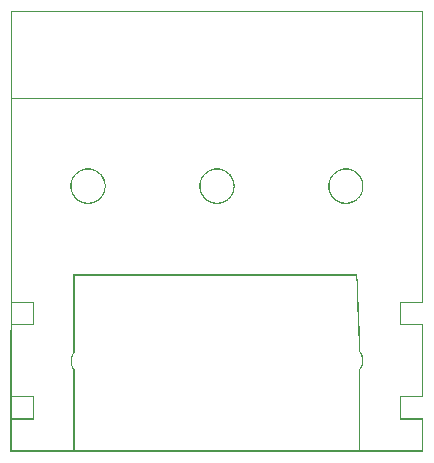
<source format=gto>
G04 MADE WITH FRITZING*
G04 WWW.FRITZING.ORG*
G04 DOUBLE SIDED*
G04 HOLES PLATED*
G04 CONTOUR ON CENTER OF CONTOUR VECTOR*
%ASAXBY*%
%FSLAX23Y23*%
%MOIN*%
%OFA0B0*%
%SFA1.0B1.0*%
%ADD10R,0.001000X0.001000*%
%LNSILK1*%
G90*
G70*
G54D10*
X2Y1469D02*
X1376Y1469D01*
X2Y1468D02*
X1376Y1468D01*
X2Y1467D02*
X384Y1467D01*
X1373Y1467D02*
X1376Y1467D01*
X2Y1466D02*
X5Y1466D01*
X1373Y1466D02*
X1376Y1466D01*
X2Y1465D02*
X5Y1465D01*
X1373Y1465D02*
X1376Y1465D01*
X2Y1464D02*
X5Y1464D01*
X1373Y1464D02*
X1376Y1464D01*
X2Y1463D02*
X5Y1463D01*
X1373Y1463D02*
X1376Y1463D01*
X2Y1462D02*
X5Y1462D01*
X1373Y1462D02*
X1376Y1462D01*
X2Y1461D02*
X5Y1461D01*
X1373Y1461D02*
X1376Y1461D01*
X2Y1460D02*
X5Y1460D01*
X1373Y1460D02*
X1376Y1460D01*
X2Y1459D02*
X5Y1459D01*
X1373Y1459D02*
X1376Y1459D01*
X2Y1458D02*
X5Y1458D01*
X1373Y1458D02*
X1376Y1458D01*
X2Y1457D02*
X5Y1457D01*
X1373Y1457D02*
X1376Y1457D01*
X2Y1456D02*
X5Y1456D01*
X1373Y1456D02*
X1376Y1456D01*
X2Y1455D02*
X5Y1455D01*
X1373Y1455D02*
X1376Y1455D01*
X2Y1454D02*
X5Y1454D01*
X1373Y1454D02*
X1376Y1454D01*
X2Y1453D02*
X5Y1453D01*
X1373Y1453D02*
X1376Y1453D01*
X2Y1452D02*
X5Y1452D01*
X1373Y1452D02*
X1376Y1452D01*
X2Y1451D02*
X5Y1451D01*
X1373Y1451D02*
X1376Y1451D01*
X2Y1450D02*
X5Y1450D01*
X1373Y1450D02*
X1376Y1450D01*
X2Y1449D02*
X5Y1449D01*
X1373Y1449D02*
X1376Y1449D01*
X2Y1448D02*
X5Y1448D01*
X1373Y1448D02*
X1376Y1448D01*
X2Y1447D02*
X5Y1447D01*
X1373Y1447D02*
X1376Y1447D01*
X2Y1446D02*
X5Y1446D01*
X1373Y1446D02*
X1376Y1446D01*
X2Y1445D02*
X5Y1445D01*
X1373Y1445D02*
X1376Y1445D01*
X2Y1444D02*
X5Y1444D01*
X1373Y1444D02*
X1376Y1444D01*
X2Y1443D02*
X5Y1443D01*
X1373Y1443D02*
X1376Y1443D01*
X2Y1442D02*
X5Y1442D01*
X1373Y1442D02*
X1376Y1442D01*
X2Y1441D02*
X5Y1441D01*
X1373Y1441D02*
X1376Y1441D01*
X2Y1440D02*
X5Y1440D01*
X1373Y1440D02*
X1376Y1440D01*
X2Y1439D02*
X5Y1439D01*
X1373Y1439D02*
X1376Y1439D01*
X2Y1438D02*
X5Y1438D01*
X1373Y1438D02*
X1376Y1438D01*
X2Y1437D02*
X5Y1437D01*
X1373Y1437D02*
X1376Y1437D01*
X2Y1436D02*
X5Y1436D01*
X1373Y1436D02*
X1376Y1436D01*
X2Y1435D02*
X5Y1435D01*
X1373Y1435D02*
X1376Y1435D01*
X2Y1434D02*
X5Y1434D01*
X1373Y1434D02*
X1376Y1434D01*
X2Y1433D02*
X5Y1433D01*
X1373Y1433D02*
X1376Y1433D01*
X2Y1432D02*
X5Y1432D01*
X1373Y1432D02*
X1376Y1432D01*
X2Y1431D02*
X5Y1431D01*
X1373Y1431D02*
X1376Y1431D01*
X2Y1430D02*
X5Y1430D01*
X1373Y1430D02*
X1376Y1430D01*
X2Y1429D02*
X5Y1429D01*
X1373Y1429D02*
X1376Y1429D01*
X2Y1428D02*
X5Y1428D01*
X1373Y1428D02*
X1376Y1428D01*
X2Y1427D02*
X5Y1427D01*
X1373Y1427D02*
X1376Y1427D01*
X2Y1426D02*
X5Y1426D01*
X1373Y1426D02*
X1376Y1426D01*
X2Y1425D02*
X5Y1425D01*
X1373Y1425D02*
X1376Y1425D01*
X2Y1424D02*
X5Y1424D01*
X1373Y1424D02*
X1376Y1424D01*
X2Y1423D02*
X5Y1423D01*
X1373Y1423D02*
X1376Y1423D01*
X2Y1422D02*
X5Y1422D01*
X1373Y1422D02*
X1376Y1422D01*
X2Y1421D02*
X5Y1421D01*
X1373Y1421D02*
X1376Y1421D01*
X2Y1420D02*
X5Y1420D01*
X1373Y1420D02*
X1376Y1420D01*
X2Y1419D02*
X5Y1419D01*
X1373Y1419D02*
X1376Y1419D01*
X2Y1418D02*
X5Y1418D01*
X1373Y1418D02*
X1376Y1418D01*
X2Y1417D02*
X5Y1417D01*
X1373Y1417D02*
X1376Y1417D01*
X2Y1416D02*
X5Y1416D01*
X1373Y1416D02*
X1376Y1416D01*
X2Y1415D02*
X5Y1415D01*
X1373Y1415D02*
X1376Y1415D01*
X2Y1414D02*
X5Y1414D01*
X1373Y1414D02*
X1376Y1414D01*
X2Y1413D02*
X5Y1413D01*
X1373Y1413D02*
X1376Y1413D01*
X2Y1412D02*
X5Y1412D01*
X1373Y1412D02*
X1376Y1412D01*
X2Y1411D02*
X5Y1411D01*
X1373Y1411D02*
X1376Y1411D01*
X2Y1410D02*
X5Y1410D01*
X1373Y1410D02*
X1376Y1410D01*
X2Y1409D02*
X5Y1409D01*
X1373Y1409D02*
X1376Y1409D01*
X2Y1408D02*
X5Y1408D01*
X1373Y1408D02*
X1376Y1408D01*
X2Y1407D02*
X5Y1407D01*
X1373Y1407D02*
X1376Y1407D01*
X2Y1406D02*
X5Y1406D01*
X1373Y1406D02*
X1376Y1406D01*
X2Y1405D02*
X5Y1405D01*
X1373Y1405D02*
X1376Y1405D01*
X2Y1404D02*
X5Y1404D01*
X1373Y1404D02*
X1376Y1404D01*
X2Y1403D02*
X5Y1403D01*
X1373Y1403D02*
X1376Y1403D01*
X2Y1402D02*
X5Y1402D01*
X1373Y1402D02*
X1376Y1402D01*
X2Y1401D02*
X5Y1401D01*
X1373Y1401D02*
X1376Y1401D01*
X2Y1400D02*
X5Y1400D01*
X1373Y1400D02*
X1376Y1400D01*
X2Y1399D02*
X5Y1399D01*
X1373Y1399D02*
X1376Y1399D01*
X2Y1398D02*
X5Y1398D01*
X1373Y1398D02*
X1376Y1398D01*
X2Y1397D02*
X5Y1397D01*
X1373Y1397D02*
X1376Y1397D01*
X2Y1396D02*
X5Y1396D01*
X1373Y1396D02*
X1376Y1396D01*
X2Y1395D02*
X5Y1395D01*
X1373Y1395D02*
X1376Y1395D01*
X2Y1394D02*
X5Y1394D01*
X1373Y1394D02*
X1376Y1394D01*
X2Y1393D02*
X5Y1393D01*
X1373Y1393D02*
X1376Y1393D01*
X2Y1392D02*
X5Y1392D01*
X1373Y1392D02*
X1376Y1392D01*
X2Y1391D02*
X5Y1391D01*
X1373Y1391D02*
X1376Y1391D01*
X2Y1390D02*
X5Y1390D01*
X1373Y1390D02*
X1376Y1390D01*
X2Y1389D02*
X5Y1389D01*
X1373Y1389D02*
X1376Y1389D01*
X2Y1388D02*
X5Y1388D01*
X1373Y1388D02*
X1376Y1388D01*
X2Y1387D02*
X5Y1387D01*
X1373Y1387D02*
X1376Y1387D01*
X2Y1386D02*
X5Y1386D01*
X1373Y1386D02*
X1376Y1386D01*
X2Y1385D02*
X5Y1385D01*
X1373Y1385D02*
X1376Y1385D01*
X2Y1384D02*
X5Y1384D01*
X1373Y1384D02*
X1376Y1384D01*
X2Y1383D02*
X5Y1383D01*
X1373Y1383D02*
X1376Y1383D01*
X2Y1382D02*
X5Y1382D01*
X1373Y1382D02*
X1376Y1382D01*
X2Y1381D02*
X5Y1381D01*
X1373Y1381D02*
X1376Y1381D01*
X2Y1380D02*
X5Y1380D01*
X1373Y1380D02*
X1376Y1380D01*
X2Y1379D02*
X5Y1379D01*
X1373Y1379D02*
X1376Y1379D01*
X2Y1378D02*
X5Y1378D01*
X1373Y1378D02*
X1376Y1378D01*
X2Y1377D02*
X5Y1377D01*
X1373Y1377D02*
X1376Y1377D01*
X2Y1376D02*
X5Y1376D01*
X1373Y1376D02*
X1376Y1376D01*
X2Y1375D02*
X5Y1375D01*
X1373Y1375D02*
X1376Y1375D01*
X2Y1374D02*
X5Y1374D01*
X1373Y1374D02*
X1376Y1374D01*
X2Y1373D02*
X5Y1373D01*
X1373Y1373D02*
X1376Y1373D01*
X2Y1372D02*
X5Y1372D01*
X1373Y1372D02*
X1376Y1372D01*
X2Y1371D02*
X5Y1371D01*
X1373Y1371D02*
X1376Y1371D01*
X2Y1370D02*
X5Y1370D01*
X1373Y1370D02*
X1376Y1370D01*
X2Y1369D02*
X5Y1369D01*
X1373Y1369D02*
X1376Y1369D01*
X2Y1368D02*
X5Y1368D01*
X1373Y1368D02*
X1376Y1368D01*
X2Y1367D02*
X5Y1367D01*
X1373Y1367D02*
X1376Y1367D01*
X2Y1366D02*
X5Y1366D01*
X1373Y1366D02*
X1376Y1366D01*
X2Y1365D02*
X5Y1365D01*
X1373Y1365D02*
X1376Y1365D01*
X2Y1364D02*
X5Y1364D01*
X1373Y1364D02*
X1376Y1364D01*
X2Y1363D02*
X5Y1363D01*
X1373Y1363D02*
X1376Y1363D01*
X2Y1362D02*
X5Y1362D01*
X1373Y1362D02*
X1376Y1362D01*
X2Y1361D02*
X5Y1361D01*
X1373Y1361D02*
X1376Y1361D01*
X2Y1360D02*
X5Y1360D01*
X1373Y1360D02*
X1376Y1360D01*
X2Y1359D02*
X5Y1359D01*
X1373Y1359D02*
X1376Y1359D01*
X2Y1358D02*
X5Y1358D01*
X1373Y1358D02*
X1376Y1358D01*
X2Y1357D02*
X5Y1357D01*
X1373Y1357D02*
X1376Y1357D01*
X2Y1356D02*
X5Y1356D01*
X1373Y1356D02*
X1376Y1356D01*
X2Y1355D02*
X5Y1355D01*
X1373Y1355D02*
X1376Y1355D01*
X2Y1354D02*
X5Y1354D01*
X1373Y1354D02*
X1376Y1354D01*
X2Y1353D02*
X5Y1353D01*
X1373Y1353D02*
X1376Y1353D01*
X2Y1352D02*
X5Y1352D01*
X1373Y1352D02*
X1376Y1352D01*
X2Y1351D02*
X5Y1351D01*
X1373Y1351D02*
X1376Y1351D01*
X2Y1350D02*
X5Y1350D01*
X1373Y1350D02*
X1376Y1350D01*
X2Y1349D02*
X5Y1349D01*
X1373Y1349D02*
X1376Y1349D01*
X2Y1348D02*
X5Y1348D01*
X1373Y1348D02*
X1376Y1348D01*
X2Y1347D02*
X5Y1347D01*
X1373Y1347D02*
X1376Y1347D01*
X2Y1346D02*
X5Y1346D01*
X1373Y1346D02*
X1376Y1346D01*
X2Y1345D02*
X5Y1345D01*
X1373Y1345D02*
X1376Y1345D01*
X2Y1344D02*
X5Y1344D01*
X1373Y1344D02*
X1376Y1344D01*
X2Y1343D02*
X5Y1343D01*
X1373Y1343D02*
X1376Y1343D01*
X2Y1342D02*
X5Y1342D01*
X1373Y1342D02*
X1376Y1342D01*
X2Y1341D02*
X5Y1341D01*
X1373Y1341D02*
X1376Y1341D01*
X2Y1340D02*
X5Y1340D01*
X1373Y1340D02*
X1376Y1340D01*
X2Y1339D02*
X5Y1339D01*
X1373Y1339D02*
X1376Y1339D01*
X2Y1338D02*
X5Y1338D01*
X1373Y1338D02*
X1376Y1338D01*
X2Y1337D02*
X5Y1337D01*
X1373Y1337D02*
X1376Y1337D01*
X2Y1336D02*
X5Y1336D01*
X1373Y1336D02*
X1376Y1336D01*
X2Y1335D02*
X5Y1335D01*
X1373Y1335D02*
X1376Y1335D01*
X2Y1334D02*
X5Y1334D01*
X1373Y1334D02*
X1376Y1334D01*
X2Y1333D02*
X5Y1333D01*
X1373Y1333D02*
X1376Y1333D01*
X2Y1332D02*
X5Y1332D01*
X1373Y1332D02*
X1376Y1332D01*
X2Y1331D02*
X5Y1331D01*
X1373Y1331D02*
X1376Y1331D01*
X2Y1330D02*
X5Y1330D01*
X1373Y1330D02*
X1376Y1330D01*
X2Y1329D02*
X5Y1329D01*
X1373Y1329D02*
X1376Y1329D01*
X2Y1328D02*
X5Y1328D01*
X1373Y1328D02*
X1376Y1328D01*
X2Y1327D02*
X5Y1327D01*
X1373Y1327D02*
X1376Y1327D01*
X2Y1326D02*
X5Y1326D01*
X1373Y1326D02*
X1376Y1326D01*
X2Y1325D02*
X5Y1325D01*
X1373Y1325D02*
X1376Y1325D01*
X2Y1324D02*
X5Y1324D01*
X1373Y1324D02*
X1376Y1324D01*
X2Y1323D02*
X5Y1323D01*
X1373Y1323D02*
X1376Y1323D01*
X2Y1322D02*
X5Y1322D01*
X1373Y1322D02*
X1376Y1322D01*
X2Y1321D02*
X5Y1321D01*
X1373Y1321D02*
X1376Y1321D01*
X2Y1320D02*
X5Y1320D01*
X1373Y1320D02*
X1376Y1320D01*
X2Y1319D02*
X5Y1319D01*
X1373Y1319D02*
X1376Y1319D01*
X2Y1318D02*
X5Y1318D01*
X1373Y1318D02*
X1376Y1318D01*
X2Y1317D02*
X5Y1317D01*
X1373Y1317D02*
X1376Y1317D01*
X2Y1316D02*
X5Y1316D01*
X1373Y1316D02*
X1376Y1316D01*
X2Y1315D02*
X5Y1315D01*
X1373Y1315D02*
X1376Y1315D01*
X2Y1314D02*
X5Y1314D01*
X1373Y1314D02*
X1376Y1314D01*
X2Y1313D02*
X5Y1313D01*
X1373Y1313D02*
X1376Y1313D01*
X2Y1312D02*
X5Y1312D01*
X1373Y1312D02*
X1376Y1312D01*
X2Y1311D02*
X5Y1311D01*
X1373Y1311D02*
X1376Y1311D01*
X2Y1310D02*
X5Y1310D01*
X1373Y1310D02*
X1376Y1310D01*
X2Y1309D02*
X5Y1309D01*
X1373Y1309D02*
X1376Y1309D01*
X2Y1308D02*
X5Y1308D01*
X1373Y1308D02*
X1376Y1308D01*
X2Y1307D02*
X5Y1307D01*
X1373Y1307D02*
X1376Y1307D01*
X2Y1306D02*
X5Y1306D01*
X1373Y1306D02*
X1376Y1306D01*
X2Y1305D02*
X5Y1305D01*
X1373Y1305D02*
X1376Y1305D01*
X2Y1304D02*
X5Y1304D01*
X1373Y1304D02*
X1376Y1304D01*
X2Y1303D02*
X5Y1303D01*
X1373Y1303D02*
X1376Y1303D01*
X2Y1302D02*
X5Y1302D01*
X1373Y1302D02*
X1376Y1302D01*
X2Y1301D02*
X5Y1301D01*
X1373Y1301D02*
X1376Y1301D01*
X2Y1300D02*
X5Y1300D01*
X1373Y1300D02*
X1376Y1300D01*
X2Y1299D02*
X5Y1299D01*
X1373Y1299D02*
X1376Y1299D01*
X2Y1298D02*
X5Y1298D01*
X1373Y1298D02*
X1376Y1298D01*
X2Y1297D02*
X5Y1297D01*
X1373Y1297D02*
X1376Y1297D01*
X2Y1296D02*
X5Y1296D01*
X1373Y1296D02*
X1376Y1296D01*
X2Y1295D02*
X5Y1295D01*
X1373Y1295D02*
X1376Y1295D01*
X2Y1294D02*
X5Y1294D01*
X1373Y1294D02*
X1376Y1294D01*
X2Y1293D02*
X5Y1293D01*
X1373Y1293D02*
X1376Y1293D01*
X2Y1292D02*
X5Y1292D01*
X1373Y1292D02*
X1376Y1292D01*
X2Y1291D02*
X5Y1291D01*
X1373Y1291D02*
X1376Y1291D01*
X2Y1290D02*
X5Y1290D01*
X1373Y1290D02*
X1376Y1290D01*
X2Y1289D02*
X5Y1289D01*
X1373Y1289D02*
X1376Y1289D01*
X2Y1288D02*
X5Y1288D01*
X1373Y1288D02*
X1376Y1288D01*
X2Y1287D02*
X5Y1287D01*
X1373Y1287D02*
X1376Y1287D01*
X2Y1286D02*
X5Y1286D01*
X1373Y1286D02*
X1376Y1286D01*
X2Y1285D02*
X5Y1285D01*
X1373Y1285D02*
X1376Y1285D01*
X2Y1284D02*
X5Y1284D01*
X1373Y1284D02*
X1376Y1284D01*
X2Y1283D02*
X5Y1283D01*
X1373Y1283D02*
X1376Y1283D01*
X2Y1282D02*
X5Y1282D01*
X1373Y1282D02*
X1376Y1282D01*
X2Y1281D02*
X5Y1281D01*
X1373Y1281D02*
X1376Y1281D01*
X2Y1280D02*
X5Y1280D01*
X1373Y1280D02*
X1376Y1280D01*
X2Y1279D02*
X5Y1279D01*
X1373Y1279D02*
X1376Y1279D01*
X2Y1278D02*
X5Y1278D01*
X1373Y1278D02*
X1376Y1278D01*
X2Y1277D02*
X5Y1277D01*
X1373Y1277D02*
X1376Y1277D01*
X2Y1276D02*
X5Y1276D01*
X1373Y1276D02*
X1376Y1276D01*
X2Y1275D02*
X5Y1275D01*
X1373Y1275D02*
X1376Y1275D01*
X2Y1274D02*
X5Y1274D01*
X1373Y1274D02*
X1376Y1274D01*
X2Y1273D02*
X5Y1273D01*
X1373Y1273D02*
X1376Y1273D01*
X2Y1272D02*
X5Y1272D01*
X1373Y1272D02*
X1376Y1272D01*
X2Y1271D02*
X5Y1271D01*
X1373Y1271D02*
X1376Y1271D01*
X2Y1270D02*
X5Y1270D01*
X1373Y1270D02*
X1376Y1270D01*
X2Y1269D02*
X5Y1269D01*
X1373Y1269D02*
X1376Y1269D01*
X2Y1268D02*
X5Y1268D01*
X1373Y1268D02*
X1376Y1268D01*
X2Y1267D02*
X5Y1267D01*
X1373Y1267D02*
X1376Y1267D01*
X2Y1266D02*
X5Y1266D01*
X1373Y1266D02*
X1376Y1266D01*
X2Y1265D02*
X5Y1265D01*
X1373Y1265D02*
X1376Y1265D01*
X2Y1264D02*
X5Y1264D01*
X1373Y1264D02*
X1376Y1264D01*
X2Y1263D02*
X5Y1263D01*
X1373Y1263D02*
X1376Y1263D01*
X2Y1262D02*
X5Y1262D01*
X1373Y1262D02*
X1376Y1262D01*
X2Y1261D02*
X5Y1261D01*
X1373Y1261D02*
X1376Y1261D01*
X2Y1260D02*
X5Y1260D01*
X1373Y1260D02*
X1376Y1260D01*
X2Y1259D02*
X5Y1259D01*
X1373Y1259D02*
X1376Y1259D01*
X2Y1258D02*
X5Y1258D01*
X1373Y1258D02*
X1376Y1258D01*
X2Y1257D02*
X5Y1257D01*
X1373Y1257D02*
X1376Y1257D01*
X2Y1256D02*
X5Y1256D01*
X1373Y1256D02*
X1376Y1256D01*
X2Y1255D02*
X5Y1255D01*
X1373Y1255D02*
X1376Y1255D01*
X2Y1254D02*
X5Y1254D01*
X1373Y1254D02*
X1376Y1254D01*
X2Y1253D02*
X5Y1253D01*
X1373Y1253D02*
X1376Y1253D01*
X2Y1252D02*
X5Y1252D01*
X1373Y1252D02*
X1376Y1252D01*
X2Y1251D02*
X5Y1251D01*
X1373Y1251D02*
X1376Y1251D01*
X2Y1250D02*
X5Y1250D01*
X1373Y1250D02*
X1376Y1250D01*
X2Y1249D02*
X5Y1249D01*
X1373Y1249D02*
X1376Y1249D01*
X2Y1248D02*
X5Y1248D01*
X1373Y1248D02*
X1376Y1248D01*
X2Y1247D02*
X5Y1247D01*
X1373Y1247D02*
X1376Y1247D01*
X2Y1246D02*
X5Y1246D01*
X1373Y1246D02*
X1376Y1246D01*
X2Y1245D02*
X5Y1245D01*
X1373Y1245D02*
X1376Y1245D01*
X2Y1244D02*
X5Y1244D01*
X1373Y1244D02*
X1376Y1244D01*
X2Y1243D02*
X5Y1243D01*
X1373Y1243D02*
X1376Y1243D01*
X2Y1242D02*
X5Y1242D01*
X1373Y1242D02*
X1376Y1242D01*
X2Y1241D02*
X5Y1241D01*
X1373Y1241D02*
X1376Y1241D01*
X2Y1240D02*
X5Y1240D01*
X1373Y1240D02*
X1376Y1240D01*
X2Y1239D02*
X5Y1239D01*
X1373Y1239D02*
X1376Y1239D01*
X2Y1238D02*
X5Y1238D01*
X1373Y1238D02*
X1376Y1238D01*
X2Y1237D02*
X5Y1237D01*
X1373Y1237D02*
X1376Y1237D01*
X2Y1236D02*
X5Y1236D01*
X1373Y1236D02*
X1376Y1236D01*
X2Y1235D02*
X5Y1235D01*
X1373Y1235D02*
X1376Y1235D01*
X2Y1234D02*
X5Y1234D01*
X1373Y1234D02*
X1376Y1234D01*
X2Y1233D02*
X5Y1233D01*
X1373Y1233D02*
X1376Y1233D01*
X2Y1232D02*
X5Y1232D01*
X1373Y1232D02*
X1376Y1232D01*
X2Y1231D02*
X5Y1231D01*
X1373Y1231D02*
X1376Y1231D01*
X2Y1230D02*
X5Y1230D01*
X1373Y1230D02*
X1376Y1230D01*
X2Y1229D02*
X5Y1229D01*
X1373Y1229D02*
X1376Y1229D01*
X2Y1228D02*
X5Y1228D01*
X1373Y1228D02*
X1376Y1228D01*
X2Y1227D02*
X5Y1227D01*
X1373Y1227D02*
X1376Y1227D01*
X2Y1226D02*
X5Y1226D01*
X1373Y1226D02*
X1376Y1226D01*
X2Y1225D02*
X5Y1225D01*
X1373Y1225D02*
X1376Y1225D01*
X2Y1224D02*
X5Y1224D01*
X1373Y1224D02*
X1376Y1224D01*
X2Y1223D02*
X5Y1223D01*
X1373Y1223D02*
X1376Y1223D01*
X2Y1222D02*
X5Y1222D01*
X1373Y1222D02*
X1376Y1222D01*
X2Y1221D02*
X5Y1221D01*
X1373Y1221D02*
X1376Y1221D01*
X2Y1220D02*
X5Y1220D01*
X1373Y1220D02*
X1376Y1220D01*
X2Y1219D02*
X5Y1219D01*
X1373Y1219D02*
X1376Y1219D01*
X2Y1218D02*
X5Y1218D01*
X1373Y1218D02*
X1376Y1218D01*
X2Y1217D02*
X5Y1217D01*
X1373Y1217D02*
X1376Y1217D01*
X2Y1216D02*
X5Y1216D01*
X1373Y1216D02*
X1376Y1216D01*
X2Y1215D02*
X5Y1215D01*
X1373Y1215D02*
X1376Y1215D01*
X2Y1214D02*
X5Y1214D01*
X1373Y1214D02*
X1376Y1214D01*
X2Y1213D02*
X5Y1213D01*
X1373Y1213D02*
X1376Y1213D01*
X2Y1212D02*
X5Y1212D01*
X1373Y1212D02*
X1376Y1212D01*
X2Y1211D02*
X5Y1211D01*
X1373Y1211D02*
X1376Y1211D01*
X2Y1210D02*
X5Y1210D01*
X1373Y1210D02*
X1376Y1210D01*
X2Y1209D02*
X5Y1209D01*
X1373Y1209D02*
X1376Y1209D01*
X2Y1208D02*
X5Y1208D01*
X1373Y1208D02*
X1376Y1208D01*
X2Y1207D02*
X5Y1207D01*
X1373Y1207D02*
X1376Y1207D01*
X2Y1206D02*
X5Y1206D01*
X1373Y1206D02*
X1376Y1206D01*
X2Y1205D02*
X5Y1205D01*
X1373Y1205D02*
X1376Y1205D01*
X2Y1204D02*
X5Y1204D01*
X1373Y1204D02*
X1376Y1204D01*
X2Y1203D02*
X5Y1203D01*
X1373Y1203D02*
X1376Y1203D01*
X2Y1202D02*
X5Y1202D01*
X1373Y1202D02*
X1376Y1202D01*
X2Y1201D02*
X5Y1201D01*
X1373Y1201D02*
X1376Y1201D01*
X2Y1200D02*
X5Y1200D01*
X1373Y1200D02*
X1376Y1200D01*
X2Y1199D02*
X5Y1199D01*
X1373Y1199D02*
X1376Y1199D01*
X2Y1198D02*
X5Y1198D01*
X1373Y1198D02*
X1376Y1198D01*
X2Y1197D02*
X5Y1197D01*
X1373Y1197D02*
X1376Y1197D01*
X2Y1196D02*
X5Y1196D01*
X1373Y1196D02*
X1376Y1196D01*
X2Y1195D02*
X5Y1195D01*
X1373Y1195D02*
X1376Y1195D01*
X2Y1194D02*
X5Y1194D01*
X1373Y1194D02*
X1376Y1194D01*
X2Y1193D02*
X5Y1193D01*
X1373Y1193D02*
X1376Y1193D01*
X2Y1192D02*
X5Y1192D01*
X1373Y1192D02*
X1376Y1192D01*
X2Y1191D02*
X5Y1191D01*
X1373Y1191D02*
X1376Y1191D01*
X2Y1190D02*
X5Y1190D01*
X1373Y1190D02*
X1376Y1190D01*
X2Y1189D02*
X5Y1189D01*
X1373Y1189D02*
X1376Y1189D01*
X2Y1188D02*
X5Y1188D01*
X1373Y1188D02*
X1376Y1188D01*
X2Y1187D02*
X5Y1187D01*
X1373Y1187D02*
X1376Y1187D01*
X2Y1186D02*
X5Y1186D01*
X1373Y1186D02*
X1376Y1186D01*
X2Y1185D02*
X5Y1185D01*
X1373Y1185D02*
X1376Y1185D01*
X2Y1184D02*
X5Y1184D01*
X1373Y1184D02*
X1376Y1184D01*
X2Y1183D02*
X5Y1183D01*
X1373Y1183D02*
X1376Y1183D01*
X2Y1182D02*
X5Y1182D01*
X1373Y1182D02*
X1376Y1182D01*
X2Y1181D02*
X5Y1181D01*
X1373Y1181D02*
X1376Y1181D01*
X1Y1180D02*
X1376Y1180D01*
X1Y1179D02*
X1376Y1179D01*
X1Y1178D02*
X1376Y1178D01*
X1Y1177D02*
X1376Y1177D01*
X1Y1176D02*
X5Y1176D01*
X1373Y1176D02*
X1376Y1176D01*
X1Y1175D02*
X5Y1175D01*
X1373Y1175D02*
X1376Y1175D01*
X1Y1174D02*
X5Y1174D01*
X1373Y1174D02*
X1376Y1174D01*
X1Y1173D02*
X5Y1173D01*
X1373Y1173D02*
X1376Y1173D01*
X1Y1172D02*
X5Y1172D01*
X1373Y1172D02*
X1376Y1172D01*
X1Y1171D02*
X5Y1171D01*
X1373Y1171D02*
X1376Y1171D01*
X1Y1170D02*
X5Y1170D01*
X1373Y1170D02*
X1376Y1170D01*
X1Y1169D02*
X5Y1169D01*
X1373Y1169D02*
X1376Y1169D01*
X1Y1168D02*
X5Y1168D01*
X1373Y1168D02*
X1376Y1168D01*
X1Y1167D02*
X5Y1167D01*
X1373Y1167D02*
X1376Y1167D01*
X1Y1166D02*
X5Y1166D01*
X1373Y1166D02*
X1376Y1166D01*
X1Y1165D02*
X5Y1165D01*
X1373Y1165D02*
X1376Y1165D01*
X1Y1164D02*
X5Y1164D01*
X1373Y1164D02*
X1376Y1164D01*
X1Y1163D02*
X5Y1163D01*
X1373Y1163D02*
X1376Y1163D01*
X1Y1162D02*
X5Y1162D01*
X1373Y1162D02*
X1376Y1162D01*
X1Y1161D02*
X5Y1161D01*
X1373Y1161D02*
X1376Y1161D01*
X1Y1160D02*
X5Y1160D01*
X1373Y1160D02*
X1376Y1160D01*
X1Y1159D02*
X5Y1159D01*
X1373Y1159D02*
X1376Y1159D01*
X1Y1158D02*
X5Y1158D01*
X1373Y1158D02*
X1376Y1158D01*
X1Y1157D02*
X5Y1157D01*
X1373Y1157D02*
X1376Y1157D01*
X1Y1156D02*
X5Y1156D01*
X1373Y1156D02*
X1376Y1156D01*
X1Y1155D02*
X5Y1155D01*
X1373Y1155D02*
X1376Y1155D01*
X1Y1154D02*
X5Y1154D01*
X1373Y1154D02*
X1376Y1154D01*
X1Y1153D02*
X5Y1153D01*
X1373Y1153D02*
X1376Y1153D01*
X1Y1152D02*
X5Y1152D01*
X1373Y1152D02*
X1376Y1152D01*
X1Y1151D02*
X5Y1151D01*
X1373Y1151D02*
X1376Y1151D01*
X1Y1150D02*
X5Y1150D01*
X1373Y1150D02*
X1376Y1150D01*
X1Y1149D02*
X5Y1149D01*
X1373Y1149D02*
X1376Y1149D01*
X1Y1148D02*
X5Y1148D01*
X1373Y1148D02*
X1376Y1148D01*
X1Y1147D02*
X5Y1147D01*
X1373Y1147D02*
X1376Y1147D01*
X1Y1146D02*
X5Y1146D01*
X1373Y1146D02*
X1376Y1146D01*
X1Y1145D02*
X5Y1145D01*
X1373Y1145D02*
X1376Y1145D01*
X1Y1144D02*
X5Y1144D01*
X1373Y1144D02*
X1376Y1144D01*
X1Y1143D02*
X5Y1143D01*
X1373Y1143D02*
X1376Y1143D01*
X1Y1142D02*
X5Y1142D01*
X1373Y1142D02*
X1376Y1142D01*
X1Y1141D02*
X5Y1141D01*
X1373Y1141D02*
X1376Y1141D01*
X1Y1140D02*
X5Y1140D01*
X1373Y1140D02*
X1376Y1140D01*
X1Y1139D02*
X5Y1139D01*
X1373Y1139D02*
X1376Y1139D01*
X1Y1138D02*
X5Y1138D01*
X1373Y1138D02*
X1376Y1138D01*
X1Y1137D02*
X5Y1137D01*
X1373Y1137D02*
X1376Y1137D01*
X1Y1136D02*
X5Y1136D01*
X1373Y1136D02*
X1376Y1136D01*
X1Y1135D02*
X5Y1135D01*
X1373Y1135D02*
X1376Y1135D01*
X1Y1134D02*
X5Y1134D01*
X1373Y1134D02*
X1376Y1134D01*
X1Y1133D02*
X5Y1133D01*
X1373Y1133D02*
X1376Y1133D01*
X1Y1132D02*
X5Y1132D01*
X1373Y1132D02*
X1376Y1132D01*
X1Y1131D02*
X5Y1131D01*
X1373Y1131D02*
X1376Y1131D01*
X1Y1130D02*
X5Y1130D01*
X1373Y1130D02*
X1376Y1130D01*
X1Y1129D02*
X5Y1129D01*
X1373Y1129D02*
X1376Y1129D01*
X1Y1128D02*
X5Y1128D01*
X1373Y1128D02*
X1376Y1128D01*
X1Y1127D02*
X5Y1127D01*
X1373Y1127D02*
X1376Y1127D01*
X1Y1126D02*
X5Y1126D01*
X1373Y1126D02*
X1376Y1126D01*
X1Y1125D02*
X5Y1125D01*
X1373Y1125D02*
X1376Y1125D01*
X1Y1124D02*
X5Y1124D01*
X1373Y1124D02*
X1376Y1124D01*
X1Y1123D02*
X5Y1123D01*
X1373Y1123D02*
X1376Y1123D01*
X1Y1122D02*
X5Y1122D01*
X1373Y1122D02*
X1376Y1122D01*
X1Y1121D02*
X5Y1121D01*
X1373Y1121D02*
X1376Y1121D01*
X1Y1120D02*
X5Y1120D01*
X1373Y1120D02*
X1376Y1120D01*
X1Y1119D02*
X5Y1119D01*
X1373Y1119D02*
X1376Y1119D01*
X1Y1118D02*
X5Y1118D01*
X1373Y1118D02*
X1376Y1118D01*
X1Y1117D02*
X5Y1117D01*
X1373Y1117D02*
X1376Y1117D01*
X1Y1116D02*
X5Y1116D01*
X1373Y1116D02*
X1376Y1116D01*
X1Y1115D02*
X5Y1115D01*
X1373Y1115D02*
X1376Y1115D01*
X1Y1114D02*
X5Y1114D01*
X1373Y1114D02*
X1376Y1114D01*
X1Y1113D02*
X5Y1113D01*
X1373Y1113D02*
X1376Y1113D01*
X1Y1112D02*
X5Y1112D01*
X1373Y1112D02*
X1376Y1112D01*
X1Y1111D02*
X5Y1111D01*
X1373Y1111D02*
X1376Y1111D01*
X1Y1110D02*
X5Y1110D01*
X1373Y1110D02*
X1376Y1110D01*
X1Y1109D02*
X5Y1109D01*
X1373Y1109D02*
X1376Y1109D01*
X1Y1108D02*
X5Y1108D01*
X1373Y1108D02*
X1376Y1108D01*
X1Y1107D02*
X5Y1107D01*
X1373Y1107D02*
X1376Y1107D01*
X1Y1106D02*
X5Y1106D01*
X1373Y1106D02*
X1376Y1106D01*
X1Y1105D02*
X5Y1105D01*
X1373Y1105D02*
X1376Y1105D01*
X1Y1104D02*
X5Y1104D01*
X1373Y1104D02*
X1376Y1104D01*
X1Y1103D02*
X5Y1103D01*
X1373Y1103D02*
X1376Y1103D01*
X1Y1102D02*
X5Y1102D01*
X1373Y1102D02*
X1376Y1102D01*
X1Y1101D02*
X5Y1101D01*
X1373Y1101D02*
X1376Y1101D01*
X1Y1100D02*
X5Y1100D01*
X1373Y1100D02*
X1376Y1100D01*
X1Y1099D02*
X5Y1099D01*
X1373Y1099D02*
X1376Y1099D01*
X1Y1098D02*
X5Y1098D01*
X1373Y1098D02*
X1376Y1098D01*
X1Y1097D02*
X5Y1097D01*
X1373Y1097D02*
X1376Y1097D01*
X1Y1096D02*
X5Y1096D01*
X1373Y1096D02*
X1376Y1096D01*
X1Y1095D02*
X5Y1095D01*
X1373Y1095D02*
X1376Y1095D01*
X1Y1094D02*
X5Y1094D01*
X1373Y1094D02*
X1376Y1094D01*
X1Y1093D02*
X5Y1093D01*
X1373Y1093D02*
X1376Y1093D01*
X1Y1092D02*
X5Y1092D01*
X1373Y1092D02*
X1376Y1092D01*
X1Y1091D02*
X5Y1091D01*
X1373Y1091D02*
X1376Y1091D01*
X1Y1090D02*
X5Y1090D01*
X1373Y1090D02*
X1376Y1090D01*
X1Y1089D02*
X5Y1089D01*
X1373Y1089D02*
X1376Y1089D01*
X1Y1088D02*
X5Y1088D01*
X1373Y1088D02*
X1376Y1088D01*
X1Y1087D02*
X5Y1087D01*
X1373Y1087D02*
X1376Y1087D01*
X1Y1086D02*
X5Y1086D01*
X1373Y1086D02*
X1376Y1086D01*
X1Y1085D02*
X5Y1085D01*
X1373Y1085D02*
X1376Y1085D01*
X1Y1084D02*
X5Y1084D01*
X1373Y1084D02*
X1376Y1084D01*
X1Y1083D02*
X5Y1083D01*
X1373Y1083D02*
X1376Y1083D01*
X1Y1082D02*
X5Y1082D01*
X1373Y1082D02*
X1376Y1082D01*
X1Y1081D02*
X5Y1081D01*
X1373Y1081D02*
X1376Y1081D01*
X1Y1080D02*
X5Y1080D01*
X1373Y1080D02*
X1376Y1080D01*
X1Y1079D02*
X5Y1079D01*
X1373Y1079D02*
X1376Y1079D01*
X1Y1078D02*
X5Y1078D01*
X1373Y1078D02*
X1376Y1078D01*
X1Y1077D02*
X5Y1077D01*
X1373Y1077D02*
X1376Y1077D01*
X1Y1076D02*
X5Y1076D01*
X1373Y1076D02*
X1376Y1076D01*
X1Y1075D02*
X5Y1075D01*
X1373Y1075D02*
X1376Y1075D01*
X1Y1074D02*
X5Y1074D01*
X1373Y1074D02*
X1376Y1074D01*
X1Y1073D02*
X5Y1073D01*
X1373Y1073D02*
X1376Y1073D01*
X1Y1072D02*
X5Y1072D01*
X1373Y1072D02*
X1376Y1072D01*
X1Y1071D02*
X5Y1071D01*
X1373Y1071D02*
X1376Y1071D01*
X1Y1070D02*
X5Y1070D01*
X1373Y1070D02*
X1376Y1070D01*
X1Y1069D02*
X5Y1069D01*
X1373Y1069D02*
X1376Y1069D01*
X1Y1068D02*
X5Y1068D01*
X1373Y1068D02*
X1376Y1068D01*
X1Y1067D02*
X5Y1067D01*
X1373Y1067D02*
X1376Y1067D01*
X1Y1066D02*
X5Y1066D01*
X1373Y1066D02*
X1376Y1066D01*
X1Y1065D02*
X5Y1065D01*
X1373Y1065D02*
X1376Y1065D01*
X1Y1064D02*
X5Y1064D01*
X1373Y1064D02*
X1376Y1064D01*
X1Y1063D02*
X5Y1063D01*
X1373Y1063D02*
X1376Y1063D01*
X1Y1062D02*
X5Y1062D01*
X1373Y1062D02*
X1376Y1062D01*
X1Y1061D02*
X5Y1061D01*
X1373Y1061D02*
X1376Y1061D01*
X1Y1060D02*
X5Y1060D01*
X1373Y1060D02*
X1376Y1060D01*
X1Y1059D02*
X5Y1059D01*
X1373Y1059D02*
X1376Y1059D01*
X1Y1058D02*
X5Y1058D01*
X1373Y1058D02*
X1376Y1058D01*
X1Y1057D02*
X5Y1057D01*
X1373Y1057D02*
X1376Y1057D01*
X1Y1056D02*
X5Y1056D01*
X1373Y1056D02*
X1376Y1056D01*
X1Y1055D02*
X5Y1055D01*
X1373Y1055D02*
X1376Y1055D01*
X1Y1054D02*
X5Y1054D01*
X1373Y1054D02*
X1376Y1054D01*
X1Y1053D02*
X5Y1053D01*
X1373Y1053D02*
X1376Y1053D01*
X1Y1052D02*
X5Y1052D01*
X1373Y1052D02*
X1376Y1052D01*
X1Y1051D02*
X5Y1051D01*
X1373Y1051D02*
X1376Y1051D01*
X1Y1050D02*
X5Y1050D01*
X1373Y1050D02*
X1376Y1050D01*
X1Y1049D02*
X5Y1049D01*
X1373Y1049D02*
X1376Y1049D01*
X1Y1048D02*
X5Y1048D01*
X1373Y1048D02*
X1376Y1048D01*
X1Y1047D02*
X5Y1047D01*
X1373Y1047D02*
X1376Y1047D01*
X1Y1046D02*
X5Y1046D01*
X1373Y1046D02*
X1376Y1046D01*
X1Y1045D02*
X5Y1045D01*
X1373Y1045D02*
X1376Y1045D01*
X1Y1044D02*
X5Y1044D01*
X1373Y1044D02*
X1376Y1044D01*
X1Y1043D02*
X5Y1043D01*
X1373Y1043D02*
X1376Y1043D01*
X1Y1042D02*
X5Y1042D01*
X1373Y1042D02*
X1376Y1042D01*
X1Y1041D02*
X5Y1041D01*
X1373Y1041D02*
X1376Y1041D01*
X1Y1040D02*
X5Y1040D01*
X1373Y1040D02*
X1376Y1040D01*
X1Y1039D02*
X5Y1039D01*
X1373Y1039D02*
X1376Y1039D01*
X1Y1038D02*
X5Y1038D01*
X1373Y1038D02*
X1376Y1038D01*
X1Y1037D02*
X5Y1037D01*
X1373Y1037D02*
X1376Y1037D01*
X1Y1036D02*
X5Y1036D01*
X1373Y1036D02*
X1376Y1036D01*
X1Y1035D02*
X5Y1035D01*
X1373Y1035D02*
X1376Y1035D01*
X1Y1034D02*
X5Y1034D01*
X1373Y1034D02*
X1376Y1034D01*
X1Y1033D02*
X5Y1033D01*
X1373Y1033D02*
X1376Y1033D01*
X1Y1032D02*
X5Y1032D01*
X1373Y1032D02*
X1376Y1032D01*
X1Y1031D02*
X5Y1031D01*
X1373Y1031D02*
X1376Y1031D01*
X1Y1030D02*
X5Y1030D01*
X1373Y1030D02*
X1376Y1030D01*
X1Y1029D02*
X5Y1029D01*
X1373Y1029D02*
X1376Y1029D01*
X1Y1028D02*
X5Y1028D01*
X1373Y1028D02*
X1376Y1028D01*
X1Y1027D02*
X5Y1027D01*
X1373Y1027D02*
X1376Y1027D01*
X1Y1026D02*
X5Y1026D01*
X1373Y1026D02*
X1376Y1026D01*
X1Y1025D02*
X5Y1025D01*
X1373Y1025D02*
X1376Y1025D01*
X1Y1024D02*
X5Y1024D01*
X1373Y1024D02*
X1376Y1024D01*
X1Y1023D02*
X5Y1023D01*
X1373Y1023D02*
X1376Y1023D01*
X1Y1022D02*
X5Y1022D01*
X1373Y1022D02*
X1376Y1022D01*
X1Y1021D02*
X5Y1021D01*
X1373Y1021D02*
X1376Y1021D01*
X1Y1020D02*
X5Y1020D01*
X1373Y1020D02*
X1376Y1020D01*
X1Y1019D02*
X5Y1019D01*
X1373Y1019D02*
X1376Y1019D01*
X1Y1018D02*
X5Y1018D01*
X1373Y1018D02*
X1376Y1018D01*
X1Y1017D02*
X5Y1017D01*
X1373Y1017D02*
X1376Y1017D01*
X1Y1016D02*
X5Y1016D01*
X1373Y1016D02*
X1376Y1016D01*
X1Y1015D02*
X5Y1015D01*
X1373Y1015D02*
X1376Y1015D01*
X1Y1014D02*
X5Y1014D01*
X1373Y1014D02*
X1376Y1014D01*
X1Y1013D02*
X5Y1013D01*
X1373Y1013D02*
X1376Y1013D01*
X1Y1012D02*
X5Y1012D01*
X1373Y1012D02*
X1376Y1012D01*
X1Y1011D02*
X5Y1011D01*
X1373Y1011D02*
X1376Y1011D01*
X1Y1010D02*
X5Y1010D01*
X1373Y1010D02*
X1376Y1010D01*
X1Y1009D02*
X5Y1009D01*
X1373Y1009D02*
X1376Y1009D01*
X1Y1008D02*
X5Y1008D01*
X1373Y1008D02*
X1376Y1008D01*
X1Y1007D02*
X5Y1007D01*
X1373Y1007D02*
X1376Y1007D01*
X1Y1006D02*
X5Y1006D01*
X1373Y1006D02*
X1376Y1006D01*
X1Y1005D02*
X5Y1005D01*
X1373Y1005D02*
X1376Y1005D01*
X1Y1004D02*
X5Y1004D01*
X1373Y1004D02*
X1376Y1004D01*
X1Y1003D02*
X5Y1003D01*
X1373Y1003D02*
X1376Y1003D01*
X1Y1002D02*
X5Y1002D01*
X1373Y1002D02*
X1376Y1002D01*
X1Y1001D02*
X5Y1001D01*
X1373Y1001D02*
X1376Y1001D01*
X1Y1000D02*
X5Y1000D01*
X1373Y1000D02*
X1376Y1000D01*
X1Y999D02*
X5Y999D01*
X1373Y999D02*
X1376Y999D01*
X1Y998D02*
X5Y998D01*
X1373Y998D02*
X1376Y998D01*
X1Y997D02*
X5Y997D01*
X1373Y997D02*
X1376Y997D01*
X1Y996D02*
X4Y996D01*
X1373Y996D02*
X1376Y996D01*
X1Y995D02*
X4Y995D01*
X1373Y995D02*
X1376Y995D01*
X1Y994D02*
X4Y994D01*
X1373Y994D02*
X1376Y994D01*
X1Y993D02*
X4Y993D01*
X1373Y993D02*
X1376Y993D01*
X1Y992D02*
X4Y992D01*
X1373Y992D02*
X1376Y992D01*
X1Y991D02*
X4Y991D01*
X1373Y991D02*
X1376Y991D01*
X1Y990D02*
X4Y990D01*
X1373Y990D02*
X1376Y990D01*
X1Y989D02*
X4Y989D01*
X1373Y989D02*
X1376Y989D01*
X1Y988D02*
X4Y988D01*
X1373Y988D02*
X1376Y988D01*
X1Y987D02*
X4Y987D01*
X1373Y987D02*
X1376Y987D01*
X1Y986D02*
X4Y986D01*
X1373Y986D02*
X1376Y986D01*
X1Y985D02*
X4Y985D01*
X1373Y985D02*
X1376Y985D01*
X1Y984D02*
X4Y984D01*
X1373Y984D02*
X1376Y984D01*
X1Y983D02*
X4Y983D01*
X1373Y983D02*
X1376Y983D01*
X1Y982D02*
X4Y982D01*
X1373Y982D02*
X1376Y982D01*
X1Y981D02*
X4Y981D01*
X1373Y981D02*
X1376Y981D01*
X1Y980D02*
X4Y980D01*
X1373Y980D02*
X1376Y980D01*
X1Y979D02*
X4Y979D01*
X1373Y979D02*
X1376Y979D01*
X1Y978D02*
X4Y978D01*
X1373Y978D02*
X1376Y978D01*
X1Y977D02*
X4Y977D01*
X1373Y977D02*
X1376Y977D01*
X1Y976D02*
X4Y976D01*
X1373Y976D02*
X1376Y976D01*
X1Y975D02*
X4Y975D01*
X1373Y975D02*
X1376Y975D01*
X1Y974D02*
X4Y974D01*
X1373Y974D02*
X1376Y974D01*
X1Y973D02*
X4Y973D01*
X1373Y973D02*
X1376Y973D01*
X1Y972D02*
X4Y972D01*
X1373Y972D02*
X1376Y972D01*
X1Y971D02*
X4Y971D01*
X1373Y971D02*
X1376Y971D01*
X1Y970D02*
X4Y970D01*
X1373Y970D02*
X1376Y970D01*
X1Y969D02*
X4Y969D01*
X1373Y969D02*
X1376Y969D01*
X1Y968D02*
X4Y968D01*
X1373Y968D02*
X1376Y968D01*
X1Y967D02*
X4Y967D01*
X1373Y967D02*
X1376Y967D01*
X1Y966D02*
X4Y966D01*
X1373Y966D02*
X1376Y966D01*
X1Y965D02*
X4Y965D01*
X1373Y965D02*
X1376Y965D01*
X1Y964D02*
X4Y964D01*
X1373Y964D02*
X1376Y964D01*
X1Y963D02*
X4Y963D01*
X1373Y963D02*
X1376Y963D01*
X1Y962D02*
X4Y962D01*
X1373Y962D02*
X1376Y962D01*
X1Y961D02*
X4Y961D01*
X1373Y961D02*
X1376Y961D01*
X1Y960D02*
X4Y960D01*
X1373Y960D02*
X1376Y960D01*
X1Y959D02*
X4Y959D01*
X1373Y959D02*
X1376Y959D01*
X1Y958D02*
X4Y958D01*
X1373Y958D02*
X1376Y958D01*
X1Y957D02*
X4Y957D01*
X1373Y957D02*
X1376Y957D01*
X1Y956D02*
X4Y956D01*
X1373Y956D02*
X1376Y956D01*
X1Y955D02*
X4Y955D01*
X1373Y955D02*
X1376Y955D01*
X1Y954D02*
X4Y954D01*
X1373Y954D02*
X1376Y954D01*
X1Y953D02*
X4Y953D01*
X1373Y953D02*
X1376Y953D01*
X1Y952D02*
X4Y952D01*
X1373Y952D02*
X1376Y952D01*
X1Y951D02*
X4Y951D01*
X1373Y951D02*
X1376Y951D01*
X1Y950D02*
X4Y950D01*
X1373Y950D02*
X1376Y950D01*
X1Y949D02*
X4Y949D01*
X1373Y949D02*
X1376Y949D01*
X1Y948D02*
X4Y948D01*
X1373Y948D02*
X1376Y948D01*
X1Y947D02*
X4Y947D01*
X1373Y947D02*
X1376Y947D01*
X1Y946D02*
X4Y946D01*
X1373Y946D02*
X1376Y946D01*
X1Y945D02*
X4Y945D01*
X1373Y945D02*
X1376Y945D01*
X1Y944D02*
X4Y944D01*
X250Y944D02*
X267Y944D01*
X679Y944D02*
X697Y944D01*
X1109Y944D02*
X1127Y944D01*
X1373Y944D02*
X1376Y944D01*
X1Y943D02*
X4Y943D01*
X245Y943D02*
X272Y943D01*
X675Y943D02*
X702Y943D01*
X1104Y943D02*
X1132Y943D01*
X1373Y943D02*
X1376Y943D01*
X1Y942D02*
X4Y942D01*
X241Y942D02*
X276Y942D01*
X671Y942D02*
X706Y942D01*
X1101Y942D02*
X1135Y942D01*
X1373Y942D02*
X1376Y942D01*
X1Y941D02*
X4Y941D01*
X239Y941D02*
X279Y941D01*
X668Y941D02*
X708Y941D01*
X1098Y941D02*
X1138Y941D01*
X1373Y941D02*
X1376Y941D01*
X1Y940D02*
X4Y940D01*
X236Y940D02*
X254Y940D01*
X262Y940D02*
X281Y940D01*
X666Y940D02*
X684Y940D01*
X692Y940D02*
X711Y940D01*
X1095Y940D02*
X1114Y940D01*
X1122Y940D02*
X1141Y940D01*
X1373Y940D02*
X1376Y940D01*
X1Y939D02*
X4Y939D01*
X234Y939D02*
X246Y939D01*
X270Y939D02*
X283Y939D01*
X664Y939D02*
X676Y939D01*
X700Y939D02*
X713Y939D01*
X1093Y939D02*
X1106Y939D01*
X1130Y939D02*
X1143Y939D01*
X1373Y939D02*
X1376Y939D01*
X1Y938D02*
X4Y938D01*
X232Y938D02*
X242Y938D01*
X274Y938D02*
X285Y938D01*
X661Y938D02*
X672Y938D01*
X704Y938D02*
X715Y938D01*
X1091Y938D02*
X1102Y938D01*
X1134Y938D02*
X1145Y938D01*
X1373Y938D02*
X1376Y938D01*
X1Y937D02*
X4Y937D01*
X230Y937D02*
X239Y937D01*
X277Y937D02*
X287Y937D01*
X660Y937D02*
X669Y937D01*
X707Y937D02*
X717Y937D01*
X1089Y937D02*
X1099Y937D01*
X1137Y937D02*
X1147Y937D01*
X1373Y937D02*
X1376Y937D01*
X1Y936D02*
X4Y936D01*
X228Y936D02*
X237Y936D01*
X280Y936D02*
X289Y936D01*
X658Y936D02*
X666Y936D01*
X710Y936D02*
X718Y936D01*
X1088Y936D02*
X1096Y936D01*
X1139Y936D02*
X1148Y936D01*
X1373Y936D02*
X1376Y936D01*
X1Y935D02*
X4Y935D01*
X227Y935D02*
X234Y935D01*
X282Y935D02*
X290Y935D01*
X656Y935D02*
X664Y935D01*
X712Y935D02*
X720Y935D01*
X1086Y935D02*
X1094Y935D01*
X1142Y935D02*
X1150Y935D01*
X1373Y935D02*
X1376Y935D01*
X1Y934D02*
X4Y934D01*
X225Y934D02*
X232Y934D01*
X284Y934D02*
X292Y934D01*
X655Y934D02*
X662Y934D01*
X714Y934D02*
X722Y934D01*
X1085Y934D02*
X1092Y934D01*
X1144Y934D02*
X1151Y934D01*
X1373Y934D02*
X1376Y934D01*
X1Y933D02*
X4Y933D01*
X224Y933D02*
X230Y933D01*
X286Y933D02*
X293Y933D01*
X654Y933D02*
X660Y933D01*
X716Y933D02*
X723Y933D01*
X1083Y933D02*
X1090Y933D01*
X1146Y933D02*
X1153Y933D01*
X1373Y933D02*
X1376Y933D01*
X1Y932D02*
X4Y932D01*
X223Y932D02*
X229Y932D01*
X288Y932D02*
X294Y932D01*
X652Y932D02*
X659Y932D01*
X717Y932D02*
X724Y932D01*
X1082Y932D02*
X1088Y932D01*
X1147Y932D02*
X1154Y932D01*
X1373Y932D02*
X1376Y932D01*
X1Y931D02*
X4Y931D01*
X221Y931D02*
X227Y931D01*
X289Y931D02*
X296Y931D01*
X651Y931D02*
X657Y931D01*
X719Y931D02*
X725Y931D01*
X1081Y931D02*
X1087Y931D01*
X1149Y931D02*
X1155Y931D01*
X1373Y931D02*
X1376Y931D01*
X1Y930D02*
X4Y930D01*
X220Y930D02*
X226Y930D01*
X291Y930D02*
X297Y930D01*
X650Y930D02*
X655Y930D01*
X721Y930D02*
X727Y930D01*
X1080Y930D02*
X1085Y930D01*
X1150Y930D02*
X1156Y930D01*
X1373Y930D02*
X1376Y930D01*
X1Y929D02*
X4Y929D01*
X219Y929D02*
X224Y929D01*
X292Y929D02*
X298Y929D01*
X649Y929D02*
X654Y929D01*
X722Y929D02*
X728Y929D01*
X1079Y929D02*
X1084Y929D01*
X1152Y929D02*
X1157Y929D01*
X1373Y929D02*
X1376Y929D01*
X1Y928D02*
X4Y928D01*
X218Y928D02*
X223Y928D01*
X293Y928D02*
X299Y928D01*
X648Y928D02*
X653Y928D01*
X723Y928D02*
X729Y928D01*
X1078Y928D02*
X1083Y928D01*
X1153Y928D02*
X1159Y928D01*
X1373Y928D02*
X1376Y928D01*
X1Y927D02*
X4Y927D01*
X217Y927D02*
X222Y927D01*
X295Y927D02*
X300Y927D01*
X647Y927D02*
X652Y927D01*
X724Y927D02*
X730Y927D01*
X1077Y927D02*
X1081Y927D01*
X1154Y927D02*
X1160Y927D01*
X1373Y927D02*
X1376Y927D01*
X1Y926D02*
X4Y926D01*
X216Y926D02*
X221Y926D01*
X296Y926D02*
X301Y926D01*
X646Y926D02*
X650Y926D01*
X725Y926D02*
X731Y926D01*
X1076Y926D02*
X1080Y926D01*
X1155Y926D02*
X1160Y926D01*
X1373Y926D02*
X1376Y926D01*
X1Y925D02*
X4Y925D01*
X215Y925D02*
X220Y925D01*
X297Y925D02*
X302Y925D01*
X645Y925D02*
X649Y925D01*
X727Y925D02*
X732Y925D01*
X1075Y925D02*
X1079Y925D01*
X1156Y925D02*
X1161Y925D01*
X1373Y925D02*
X1376Y925D01*
X1Y924D02*
X4Y924D01*
X214Y924D02*
X219Y924D01*
X298Y924D02*
X303Y924D01*
X644Y924D02*
X648Y924D01*
X728Y924D02*
X733Y924D01*
X1074Y924D02*
X1078Y924D01*
X1157Y924D02*
X1162Y924D01*
X1373Y924D02*
X1376Y924D01*
X1Y923D02*
X4Y923D01*
X213Y923D02*
X218Y923D01*
X299Y923D02*
X304Y923D01*
X643Y923D02*
X647Y923D01*
X729Y923D02*
X733Y923D01*
X1073Y923D02*
X1077Y923D01*
X1158Y923D02*
X1163Y923D01*
X1373Y923D02*
X1376Y923D01*
X1Y922D02*
X4Y922D01*
X213Y922D02*
X217Y922D01*
X300Y922D02*
X304Y922D01*
X642Y922D02*
X647Y922D01*
X729Y922D02*
X734Y922D01*
X1072Y922D02*
X1076Y922D01*
X1159Y922D02*
X1164Y922D01*
X1373Y922D02*
X1376Y922D01*
X1Y921D02*
X4Y921D01*
X212Y921D02*
X216Y921D01*
X301Y921D02*
X305Y921D01*
X642Y921D02*
X646Y921D01*
X730Y921D02*
X735Y921D01*
X1071Y921D02*
X1075Y921D01*
X1160Y921D02*
X1165Y921D01*
X1373Y921D02*
X1376Y921D01*
X1Y920D02*
X4Y920D01*
X211Y920D02*
X215Y920D01*
X301Y920D02*
X306Y920D01*
X641Y920D02*
X645Y920D01*
X731Y920D02*
X736Y920D01*
X1071Y920D02*
X1074Y920D01*
X1161Y920D02*
X1165Y920D01*
X1373Y920D02*
X1376Y920D01*
X1Y919D02*
X4Y919D01*
X210Y919D02*
X214Y919D01*
X302Y919D02*
X307Y919D01*
X640Y919D02*
X644Y919D01*
X732Y919D02*
X736Y919D01*
X1070Y919D02*
X1074Y919D01*
X1162Y919D02*
X1166Y919D01*
X1373Y919D02*
X1376Y919D01*
X1Y918D02*
X4Y918D01*
X210Y918D02*
X213Y918D01*
X303Y918D02*
X307Y918D01*
X640Y918D02*
X643Y918D01*
X733Y918D02*
X737Y918D01*
X1069Y918D02*
X1073Y918D01*
X1162Y918D02*
X1167Y918D01*
X1373Y918D02*
X1376Y918D01*
X1Y917D02*
X4Y917D01*
X209Y917D02*
X213Y917D01*
X304Y917D02*
X308Y917D01*
X639Y917D02*
X643Y917D01*
X733Y917D02*
X738Y917D01*
X1069Y917D02*
X1072Y917D01*
X1163Y917D02*
X1167Y917D01*
X1373Y917D02*
X1376Y917D01*
X1Y916D02*
X4Y916D01*
X209Y916D02*
X212Y916D01*
X304Y916D02*
X309Y916D01*
X638Y916D02*
X642Y916D01*
X734Y916D02*
X738Y916D01*
X1068Y916D02*
X1072Y916D01*
X1164Y916D02*
X1168Y916D01*
X1373Y916D02*
X1376Y916D01*
X1Y915D02*
X4Y915D01*
X208Y915D02*
X211Y915D01*
X305Y915D02*
X309Y915D01*
X638Y915D02*
X641Y915D01*
X735Y915D02*
X739Y915D01*
X1067Y915D02*
X1071Y915D01*
X1165Y915D02*
X1169Y915D01*
X1373Y915D02*
X1376Y915D01*
X1Y914D02*
X4Y914D01*
X207Y914D02*
X211Y914D01*
X306Y914D02*
X310Y914D01*
X637Y914D02*
X641Y914D01*
X735Y914D02*
X739Y914D01*
X1067Y914D02*
X1070Y914D01*
X1165Y914D02*
X1169Y914D01*
X1373Y914D02*
X1376Y914D01*
X1Y913D02*
X4Y913D01*
X207Y913D02*
X210Y913D01*
X306Y913D02*
X310Y913D01*
X637Y913D02*
X640Y913D01*
X736Y913D02*
X740Y913D01*
X1066Y913D02*
X1070Y913D01*
X1166Y913D02*
X1170Y913D01*
X1373Y913D02*
X1376Y913D01*
X1Y912D02*
X4Y912D01*
X206Y912D02*
X210Y912D01*
X307Y912D02*
X311Y912D01*
X636Y912D02*
X639Y912D01*
X737Y912D02*
X740Y912D01*
X1066Y912D02*
X1069Y912D01*
X1166Y912D02*
X1170Y912D01*
X1373Y912D02*
X1376Y912D01*
X1Y911D02*
X4Y911D01*
X206Y911D02*
X209Y911D01*
X307Y911D02*
X311Y911D01*
X636Y911D02*
X639Y911D01*
X737Y911D02*
X741Y911D01*
X1065Y911D02*
X1069Y911D01*
X1167Y911D02*
X1171Y911D01*
X1373Y911D02*
X1376Y911D01*
X1Y910D02*
X4Y910D01*
X205Y910D02*
X209Y910D01*
X308Y910D02*
X312Y910D01*
X635Y910D02*
X638Y910D01*
X738Y910D02*
X741Y910D01*
X1065Y910D02*
X1068Y910D01*
X1167Y910D02*
X1171Y910D01*
X1373Y910D02*
X1376Y910D01*
X1Y909D02*
X4Y909D01*
X205Y909D02*
X208Y909D01*
X308Y909D02*
X312Y909D01*
X635Y909D02*
X638Y909D01*
X738Y909D02*
X742Y909D01*
X1064Y909D02*
X1068Y909D01*
X1168Y909D02*
X1172Y909D01*
X1373Y909D02*
X1376Y909D01*
X1Y908D02*
X4Y908D01*
X204Y908D02*
X208Y908D01*
X309Y908D02*
X313Y908D01*
X634Y908D02*
X637Y908D01*
X739Y908D02*
X742Y908D01*
X1064Y908D02*
X1067Y908D01*
X1168Y908D02*
X1172Y908D01*
X1373Y908D02*
X1376Y908D01*
X1Y907D02*
X4Y907D01*
X204Y907D02*
X207Y907D01*
X309Y907D02*
X313Y907D01*
X634Y907D02*
X637Y907D01*
X739Y907D02*
X743Y907D01*
X1064Y907D02*
X1067Y907D01*
X1169Y907D02*
X1172Y907D01*
X1373Y907D02*
X1376Y907D01*
X1Y906D02*
X4Y906D01*
X204Y906D02*
X207Y906D01*
X310Y906D02*
X313Y906D01*
X633Y906D02*
X637Y906D01*
X739Y906D02*
X743Y906D01*
X1063Y906D02*
X1066Y906D01*
X1169Y906D02*
X1173Y906D01*
X1373Y906D02*
X1376Y906D01*
X1Y905D02*
X4Y905D01*
X203Y905D02*
X206Y905D01*
X310Y905D02*
X314Y905D01*
X633Y905D02*
X636Y905D01*
X740Y905D02*
X743Y905D01*
X1063Y905D02*
X1066Y905D01*
X1170Y905D02*
X1173Y905D01*
X1373Y905D02*
X1376Y905D01*
X1Y904D02*
X4Y904D01*
X203Y904D02*
X206Y904D01*
X310Y904D02*
X314Y904D01*
X633Y904D02*
X636Y904D01*
X740Y904D02*
X744Y904D01*
X1062Y904D02*
X1066Y904D01*
X1170Y904D02*
X1174Y904D01*
X1373Y904D02*
X1376Y904D01*
X1Y903D02*
X4Y903D01*
X203Y903D02*
X206Y903D01*
X311Y903D02*
X314Y903D01*
X632Y903D02*
X635Y903D01*
X741Y903D02*
X744Y903D01*
X1062Y903D02*
X1065Y903D01*
X1170Y903D02*
X1174Y903D01*
X1373Y903D02*
X1376Y903D01*
X1Y902D02*
X4Y902D01*
X202Y902D02*
X205Y902D01*
X311Y902D02*
X315Y902D01*
X632Y902D02*
X635Y902D01*
X741Y902D02*
X744Y902D01*
X1062Y902D02*
X1065Y902D01*
X1171Y902D02*
X1174Y902D01*
X1373Y902D02*
X1376Y902D01*
X1Y901D02*
X4Y901D01*
X202Y901D02*
X205Y901D01*
X312Y901D02*
X315Y901D01*
X632Y901D02*
X635Y901D01*
X741Y901D02*
X745Y901D01*
X1061Y901D02*
X1065Y901D01*
X1171Y901D02*
X1174Y901D01*
X1373Y901D02*
X1376Y901D01*
X1Y900D02*
X4Y900D01*
X202Y900D02*
X205Y900D01*
X312Y900D02*
X315Y900D01*
X631Y900D02*
X635Y900D01*
X741Y900D02*
X745Y900D01*
X1061Y900D02*
X1064Y900D01*
X1171Y900D02*
X1175Y900D01*
X1373Y900D02*
X1376Y900D01*
X1Y899D02*
X4Y899D01*
X201Y899D02*
X205Y899D01*
X312Y899D02*
X315Y899D01*
X631Y899D02*
X634Y899D01*
X742Y899D02*
X745Y899D01*
X1061Y899D02*
X1064Y899D01*
X1172Y899D02*
X1175Y899D01*
X1373Y899D02*
X1376Y899D01*
X1Y898D02*
X4Y898D01*
X201Y898D02*
X204Y898D01*
X312Y898D02*
X316Y898D01*
X631Y898D02*
X634Y898D01*
X742Y898D02*
X745Y898D01*
X1061Y898D02*
X1064Y898D01*
X1172Y898D02*
X1175Y898D01*
X1373Y898D02*
X1376Y898D01*
X1Y897D02*
X4Y897D01*
X201Y897D02*
X204Y897D01*
X313Y897D02*
X316Y897D01*
X631Y897D02*
X634Y897D01*
X742Y897D02*
X746Y897D01*
X1060Y897D02*
X1064Y897D01*
X1172Y897D02*
X1175Y897D01*
X1373Y897D02*
X1376Y897D01*
X1Y896D02*
X4Y896D01*
X201Y896D02*
X204Y896D01*
X313Y896D02*
X316Y896D01*
X631Y896D02*
X634Y896D01*
X742Y896D02*
X746Y896D01*
X1060Y896D02*
X1063Y896D01*
X1172Y896D02*
X1176Y896D01*
X1373Y896D02*
X1376Y896D01*
X1Y895D02*
X4Y895D01*
X201Y895D02*
X204Y895D01*
X313Y895D02*
X316Y895D01*
X630Y895D02*
X634Y895D01*
X743Y895D02*
X746Y895D01*
X1060Y895D02*
X1063Y895D01*
X1172Y895D02*
X1176Y895D01*
X1373Y895D02*
X1376Y895D01*
X1Y894D02*
X4Y894D01*
X200Y894D02*
X204Y894D01*
X313Y894D02*
X316Y894D01*
X630Y894D02*
X633Y894D01*
X743Y894D02*
X746Y894D01*
X1060Y894D02*
X1063Y894D01*
X1173Y894D02*
X1176Y894D01*
X1373Y894D02*
X1376Y894D01*
X1Y893D02*
X4Y893D01*
X200Y893D02*
X203Y893D01*
X313Y893D02*
X317Y893D01*
X630Y893D02*
X633Y893D01*
X743Y893D02*
X746Y893D01*
X1060Y893D02*
X1063Y893D01*
X1173Y893D02*
X1176Y893D01*
X1373Y893D02*
X1376Y893D01*
X1Y892D02*
X4Y892D01*
X200Y892D02*
X203Y892D01*
X313Y892D02*
X317Y892D01*
X630Y892D02*
X633Y892D01*
X743Y892D02*
X746Y892D01*
X1060Y892D02*
X1063Y892D01*
X1173Y892D02*
X1176Y892D01*
X1373Y892D02*
X1376Y892D01*
X1Y891D02*
X4Y891D01*
X200Y891D02*
X203Y891D01*
X314Y891D02*
X317Y891D01*
X630Y891D02*
X633Y891D01*
X743Y891D02*
X747Y891D01*
X1060Y891D02*
X1063Y891D01*
X1173Y891D02*
X1176Y891D01*
X1373Y891D02*
X1376Y891D01*
X1Y890D02*
X4Y890D01*
X200Y890D02*
X203Y890D01*
X314Y890D02*
X317Y890D01*
X630Y890D02*
X633Y890D01*
X743Y890D02*
X747Y890D01*
X1059Y890D02*
X1063Y890D01*
X1173Y890D02*
X1176Y890D01*
X1373Y890D02*
X1376Y890D01*
X1Y889D02*
X4Y889D01*
X200Y889D02*
X203Y889D01*
X314Y889D02*
X317Y889D01*
X630Y889D02*
X633Y889D01*
X743Y889D02*
X747Y889D01*
X1059Y889D02*
X1063Y889D01*
X1173Y889D02*
X1176Y889D01*
X1373Y889D02*
X1376Y889D01*
X1Y888D02*
X4Y888D01*
X200Y888D02*
X203Y888D01*
X314Y888D02*
X317Y888D01*
X630Y888D02*
X633Y888D01*
X743Y888D02*
X747Y888D01*
X1059Y888D02*
X1063Y888D01*
X1173Y888D02*
X1176Y888D01*
X1373Y888D02*
X1376Y888D01*
X1Y887D02*
X4Y887D01*
X200Y887D02*
X203Y887D01*
X314Y887D02*
X317Y887D01*
X630Y887D02*
X633Y887D01*
X743Y887D02*
X747Y887D01*
X1059Y887D02*
X1063Y887D01*
X1173Y887D02*
X1176Y887D01*
X1373Y887D02*
X1376Y887D01*
X1Y886D02*
X4Y886D01*
X200Y886D02*
X203Y886D01*
X314Y886D02*
X317Y886D01*
X630Y886D02*
X633Y886D01*
X744Y886D02*
X747Y886D01*
X1059Y886D02*
X1062Y886D01*
X1173Y886D02*
X1177Y886D01*
X1373Y886D02*
X1376Y886D01*
X1Y885D02*
X4Y885D01*
X200Y885D02*
X203Y885D01*
X314Y885D02*
X317Y885D01*
X629Y885D02*
X633Y885D01*
X744Y885D02*
X747Y885D01*
X1059Y885D02*
X1062Y885D01*
X1173Y885D02*
X1177Y885D01*
X1373Y885D02*
X1376Y885D01*
X1Y884D02*
X4Y884D01*
X200Y884D02*
X203Y884D01*
X314Y884D02*
X317Y884D01*
X630Y884D02*
X633Y884D01*
X744Y884D02*
X747Y884D01*
X1059Y884D02*
X1063Y884D01*
X1173Y884D02*
X1176Y884D01*
X1373Y884D02*
X1376Y884D01*
X1Y883D02*
X4Y883D01*
X200Y883D02*
X203Y883D01*
X314Y883D02*
X317Y883D01*
X630Y883D02*
X633Y883D01*
X743Y883D02*
X747Y883D01*
X1059Y883D02*
X1063Y883D01*
X1173Y883D02*
X1176Y883D01*
X1373Y883D02*
X1376Y883D01*
X1Y882D02*
X4Y882D01*
X200Y882D02*
X203Y882D01*
X314Y882D02*
X317Y882D01*
X630Y882D02*
X633Y882D01*
X743Y882D02*
X747Y882D01*
X1059Y882D02*
X1063Y882D01*
X1173Y882D02*
X1176Y882D01*
X1373Y882D02*
X1376Y882D01*
X1Y881D02*
X4Y881D01*
X200Y881D02*
X203Y881D01*
X314Y881D02*
X317Y881D01*
X630Y881D02*
X633Y881D01*
X743Y881D02*
X747Y881D01*
X1059Y881D02*
X1063Y881D01*
X1173Y881D02*
X1176Y881D01*
X1373Y881D02*
X1376Y881D01*
X1Y880D02*
X4Y880D01*
X200Y880D02*
X203Y880D01*
X314Y880D02*
X317Y880D01*
X630Y880D02*
X633Y880D01*
X743Y880D02*
X746Y880D01*
X1059Y880D02*
X1063Y880D01*
X1173Y880D02*
X1176Y880D01*
X1373Y880D02*
X1376Y880D01*
X1Y879D02*
X4Y879D01*
X200Y879D02*
X203Y879D01*
X313Y879D02*
X317Y879D01*
X630Y879D02*
X633Y879D01*
X743Y879D02*
X746Y879D01*
X1060Y879D02*
X1063Y879D01*
X1173Y879D02*
X1176Y879D01*
X1373Y879D02*
X1376Y879D01*
X1Y878D02*
X4Y878D01*
X200Y878D02*
X204Y878D01*
X313Y878D02*
X316Y878D01*
X630Y878D02*
X633Y878D01*
X743Y878D02*
X746Y878D01*
X1060Y878D02*
X1063Y878D01*
X1173Y878D02*
X1176Y878D01*
X1373Y878D02*
X1376Y878D01*
X1Y877D02*
X4Y877D01*
X200Y877D02*
X204Y877D01*
X313Y877D02*
X316Y877D01*
X630Y877D02*
X633Y877D01*
X743Y877D02*
X746Y877D01*
X1060Y877D02*
X1063Y877D01*
X1173Y877D02*
X1176Y877D01*
X1373Y877D02*
X1376Y877D01*
X1Y876D02*
X4Y876D01*
X201Y876D02*
X204Y876D01*
X313Y876D02*
X316Y876D01*
X630Y876D02*
X634Y876D01*
X743Y876D02*
X746Y876D01*
X1060Y876D02*
X1063Y876D01*
X1173Y876D02*
X1176Y876D01*
X1373Y876D02*
X1376Y876D01*
X1Y875D02*
X4Y875D01*
X201Y875D02*
X204Y875D01*
X313Y875D02*
X316Y875D01*
X630Y875D02*
X634Y875D01*
X743Y875D02*
X746Y875D01*
X1060Y875D02*
X1064Y875D01*
X1172Y875D02*
X1175Y875D01*
X1373Y875D02*
X1376Y875D01*
X1Y874D02*
X4Y874D01*
X201Y874D02*
X204Y874D01*
X313Y874D02*
X316Y874D01*
X631Y874D02*
X634Y874D01*
X742Y874D02*
X746Y874D01*
X1060Y874D02*
X1064Y874D01*
X1172Y874D02*
X1175Y874D01*
X1373Y874D02*
X1376Y874D01*
X1Y873D02*
X4Y873D01*
X201Y873D02*
X204Y873D01*
X312Y873D02*
X316Y873D01*
X631Y873D02*
X634Y873D01*
X742Y873D02*
X745Y873D01*
X1060Y873D02*
X1064Y873D01*
X1172Y873D02*
X1175Y873D01*
X1373Y873D02*
X1376Y873D01*
X1Y872D02*
X4Y872D01*
X201Y872D02*
X205Y872D01*
X312Y872D02*
X315Y872D01*
X631Y872D02*
X634Y872D01*
X742Y872D02*
X745Y872D01*
X1061Y872D02*
X1064Y872D01*
X1172Y872D02*
X1175Y872D01*
X1373Y872D02*
X1376Y872D01*
X1Y871D02*
X4Y871D01*
X202Y871D02*
X205Y871D01*
X312Y871D02*
X315Y871D01*
X631Y871D02*
X635Y871D01*
X742Y871D02*
X745Y871D01*
X1061Y871D02*
X1064Y871D01*
X1171Y871D02*
X1175Y871D01*
X1373Y871D02*
X1376Y871D01*
X1Y870D02*
X4Y870D01*
X202Y870D02*
X205Y870D01*
X312Y870D02*
X315Y870D01*
X632Y870D02*
X635Y870D01*
X741Y870D02*
X745Y870D01*
X1061Y870D02*
X1065Y870D01*
X1171Y870D02*
X1174Y870D01*
X1373Y870D02*
X1376Y870D01*
X1Y869D02*
X4Y869D01*
X202Y869D02*
X206Y869D01*
X311Y869D02*
X315Y869D01*
X632Y869D02*
X635Y869D01*
X741Y869D02*
X744Y869D01*
X1062Y869D02*
X1065Y869D01*
X1171Y869D02*
X1174Y869D01*
X1373Y869D02*
X1376Y869D01*
X1Y868D02*
X4Y868D01*
X202Y868D02*
X206Y868D01*
X311Y868D02*
X314Y868D01*
X632Y868D02*
X636Y868D01*
X741Y868D02*
X744Y868D01*
X1062Y868D02*
X1065Y868D01*
X1171Y868D02*
X1174Y868D01*
X1373Y868D02*
X1376Y868D01*
X1Y867D02*
X4Y867D01*
X203Y867D02*
X206Y867D01*
X311Y867D02*
X314Y867D01*
X632Y867D02*
X636Y867D01*
X741Y867D02*
X744Y867D01*
X1062Y867D02*
X1066Y867D01*
X1170Y867D02*
X1173Y867D01*
X1373Y867D02*
X1376Y867D01*
X1Y866D02*
X4Y866D01*
X203Y866D02*
X207Y866D01*
X310Y866D02*
X314Y866D01*
X633Y866D02*
X636Y866D01*
X740Y866D02*
X743Y866D01*
X1062Y866D02*
X1066Y866D01*
X1170Y866D02*
X1173Y866D01*
X1373Y866D02*
X1376Y866D01*
X1Y865D02*
X4Y865D01*
X203Y865D02*
X207Y865D01*
X310Y865D02*
X313Y865D01*
X633Y865D02*
X637Y865D01*
X740Y865D02*
X743Y865D01*
X1063Y865D02*
X1066Y865D01*
X1170Y865D02*
X1173Y865D01*
X1373Y865D02*
X1376Y865D01*
X1Y864D02*
X4Y864D01*
X204Y864D02*
X207Y864D01*
X310Y864D02*
X313Y864D01*
X633Y864D02*
X637Y864D01*
X739Y864D02*
X743Y864D01*
X1063Y864D02*
X1067Y864D01*
X1169Y864D02*
X1172Y864D01*
X1373Y864D02*
X1376Y864D01*
X1Y863D02*
X4Y863D01*
X204Y863D02*
X208Y863D01*
X309Y863D02*
X312Y863D01*
X634Y863D02*
X638Y863D01*
X739Y863D02*
X742Y863D01*
X1064Y863D02*
X1067Y863D01*
X1169Y863D02*
X1172Y863D01*
X1373Y863D02*
X1376Y863D01*
X1Y862D02*
X4Y862D01*
X205Y862D02*
X208Y862D01*
X309Y862D02*
X312Y862D01*
X634Y862D02*
X638Y862D01*
X739Y862D02*
X742Y862D01*
X1064Y862D02*
X1068Y862D01*
X1168Y862D02*
X1171Y862D01*
X1373Y862D02*
X1376Y862D01*
X1Y861D02*
X4Y861D01*
X205Y861D02*
X209Y861D01*
X308Y861D02*
X311Y861D01*
X635Y861D02*
X639Y861D01*
X738Y861D02*
X741Y861D01*
X1064Y861D02*
X1068Y861D01*
X1168Y861D02*
X1171Y861D01*
X1373Y861D02*
X1376Y861D01*
X1Y860D02*
X4Y860D01*
X205Y860D02*
X209Y860D01*
X308Y860D02*
X311Y860D01*
X635Y860D02*
X639Y860D01*
X738Y860D02*
X741Y860D01*
X1065Y860D02*
X1069Y860D01*
X1167Y860D02*
X1171Y860D01*
X1373Y860D02*
X1376Y860D01*
X1Y859D02*
X4Y859D01*
X206Y859D02*
X210Y859D01*
X307Y859D02*
X311Y859D01*
X636Y859D02*
X640Y859D01*
X737Y859D02*
X740Y859D01*
X1065Y859D02*
X1069Y859D01*
X1167Y859D02*
X1170Y859D01*
X1373Y859D02*
X1376Y859D01*
X1Y858D02*
X4Y858D01*
X206Y858D02*
X210Y858D01*
X307Y858D02*
X310Y858D01*
X636Y858D02*
X640Y858D01*
X736Y858D02*
X740Y858D01*
X1066Y858D02*
X1070Y858D01*
X1166Y858D02*
X1170Y858D01*
X1373Y858D02*
X1376Y858D01*
X1Y857D02*
X4Y857D01*
X207Y857D02*
X211Y857D01*
X306Y857D02*
X310Y857D01*
X637Y857D02*
X641Y857D01*
X736Y857D02*
X739Y857D01*
X1066Y857D02*
X1070Y857D01*
X1166Y857D02*
X1169Y857D01*
X1373Y857D02*
X1376Y857D01*
X1Y856D02*
X4Y856D01*
X208Y856D02*
X212Y856D01*
X305Y856D02*
X309Y856D01*
X637Y856D02*
X641Y856D01*
X735Y856D02*
X739Y856D01*
X1067Y856D02*
X1071Y856D01*
X1165Y856D02*
X1168Y856D01*
X1373Y856D02*
X1376Y856D01*
X1Y855D02*
X4Y855D01*
X208Y855D02*
X212Y855D01*
X305Y855D02*
X308Y855D01*
X638Y855D02*
X642Y855D01*
X735Y855D02*
X738Y855D01*
X1068Y855D02*
X1072Y855D01*
X1164Y855D02*
X1168Y855D01*
X1373Y855D02*
X1376Y855D01*
X1Y854D02*
X4Y854D01*
X209Y854D02*
X213Y854D01*
X304Y854D02*
X308Y854D01*
X639Y854D02*
X643Y854D01*
X734Y854D02*
X737Y854D01*
X1068Y854D02*
X1072Y854D01*
X1164Y854D02*
X1167Y854D01*
X1373Y854D02*
X1376Y854D01*
X1Y853D02*
X4Y853D01*
X209Y853D02*
X214Y853D01*
X303Y853D02*
X307Y853D01*
X639Y853D02*
X643Y853D01*
X733Y853D02*
X737Y853D01*
X1069Y853D02*
X1073Y853D01*
X1163Y853D02*
X1167Y853D01*
X1373Y853D02*
X1376Y853D01*
X1Y852D02*
X4Y852D01*
X210Y852D02*
X214Y852D01*
X303Y852D02*
X306Y852D01*
X640Y852D02*
X644Y852D01*
X732Y852D02*
X736Y852D01*
X1070Y852D02*
X1074Y852D01*
X1162Y852D02*
X1166Y852D01*
X1373Y852D02*
X1376Y852D01*
X1Y851D02*
X4Y851D01*
X211Y851D02*
X215Y851D01*
X302Y851D02*
X306Y851D01*
X641Y851D02*
X645Y851D01*
X732Y851D02*
X735Y851D01*
X1070Y851D02*
X1075Y851D01*
X1161Y851D02*
X1165Y851D01*
X1373Y851D02*
X1376Y851D01*
X1Y850D02*
X4Y850D01*
X212Y850D02*
X216Y850D01*
X301Y850D02*
X305Y850D01*
X641Y850D02*
X646Y850D01*
X731Y850D02*
X735Y850D01*
X1071Y850D02*
X1076Y850D01*
X1161Y850D02*
X1164Y850D01*
X1373Y850D02*
X1376Y850D01*
X1Y849D02*
X4Y849D01*
X212Y849D02*
X217Y849D01*
X300Y849D02*
X304Y849D01*
X642Y849D02*
X647Y849D01*
X730Y849D02*
X734Y849D01*
X1072Y849D02*
X1076Y849D01*
X1160Y849D02*
X1164Y849D01*
X1373Y849D02*
X1376Y849D01*
X1Y848D02*
X4Y848D01*
X213Y848D02*
X218Y848D01*
X299Y848D02*
X303Y848D01*
X643Y848D02*
X648Y848D01*
X729Y848D02*
X733Y848D01*
X1073Y848D02*
X1077Y848D01*
X1159Y848D02*
X1163Y848D01*
X1373Y848D02*
X1376Y848D01*
X1Y847D02*
X4Y847D01*
X214Y847D02*
X219Y847D01*
X298Y847D02*
X303Y847D01*
X644Y847D02*
X648Y847D01*
X728Y847D02*
X732Y847D01*
X1073Y847D02*
X1078Y847D01*
X1158Y847D02*
X1162Y847D01*
X1373Y847D02*
X1376Y847D01*
X1Y846D02*
X4Y846D01*
X215Y846D02*
X220Y846D01*
X297Y846D02*
X302Y846D01*
X645Y846D02*
X650Y846D01*
X727Y846D02*
X731Y846D01*
X1074Y846D02*
X1079Y846D01*
X1157Y846D02*
X1161Y846D01*
X1373Y846D02*
X1376Y846D01*
X1Y845D02*
X4Y845D01*
X216Y845D02*
X221Y845D01*
X296Y845D02*
X301Y845D01*
X645Y845D02*
X651Y845D01*
X726Y845D02*
X731Y845D01*
X1075Y845D02*
X1080Y845D01*
X1156Y845D02*
X1160Y845D01*
X1373Y845D02*
X1376Y845D01*
X1Y844D02*
X4Y844D01*
X217Y844D02*
X222Y844D01*
X295Y844D02*
X300Y844D01*
X646Y844D02*
X652Y844D01*
X725Y844D02*
X730Y844D01*
X1076Y844D02*
X1081Y844D01*
X1155Y844D02*
X1159Y844D01*
X1373Y844D02*
X1376Y844D01*
X1Y843D02*
X4Y843D01*
X218Y843D02*
X223Y843D01*
X294Y843D02*
X299Y843D01*
X647Y843D02*
X653Y843D01*
X724Y843D02*
X729Y843D01*
X1077Y843D02*
X1083Y843D01*
X1153Y843D02*
X1158Y843D01*
X1373Y843D02*
X1376Y843D01*
X1Y842D02*
X4Y842D01*
X219Y842D02*
X224Y842D01*
X293Y842D02*
X298Y842D01*
X648Y842D02*
X654Y842D01*
X722Y842D02*
X728Y842D01*
X1078Y842D02*
X1084Y842D01*
X1152Y842D02*
X1157Y842D01*
X1373Y842D02*
X1376Y842D01*
X1Y841D02*
X4Y841D01*
X220Y841D02*
X226Y841D01*
X291Y841D02*
X297Y841D01*
X650Y841D02*
X656Y841D01*
X721Y841D02*
X726Y841D01*
X1079Y841D02*
X1085Y841D01*
X1151Y841D02*
X1156Y841D01*
X1373Y841D02*
X1376Y841D01*
X1Y840D02*
X4Y840D01*
X221Y840D02*
X227Y840D01*
X290Y840D02*
X296Y840D01*
X651Y840D02*
X657Y840D01*
X720Y840D02*
X725Y840D01*
X1080Y840D02*
X1087Y840D01*
X1149Y840D02*
X1155Y840D01*
X1373Y840D02*
X1376Y840D01*
X1Y839D02*
X4Y839D01*
X222Y839D02*
X229Y839D01*
X288Y839D02*
X294Y839D01*
X652Y839D02*
X659Y839D01*
X718Y839D02*
X724Y839D01*
X1082Y839D02*
X1088Y839D01*
X1148Y839D02*
X1154Y839D01*
X1373Y839D02*
X1376Y839D01*
X1Y838D02*
X4Y838D01*
X223Y838D02*
X230Y838D01*
X287Y838D02*
X293Y838D01*
X653Y838D02*
X660Y838D01*
X716Y838D02*
X723Y838D01*
X1083Y838D02*
X1090Y838D01*
X1146Y838D02*
X1153Y838D01*
X1373Y838D02*
X1376Y838D01*
X1Y837D02*
X4Y837D01*
X225Y837D02*
X232Y837D01*
X285Y837D02*
X292Y837D01*
X655Y837D02*
X662Y837D01*
X715Y837D02*
X721Y837D01*
X1084Y837D02*
X1092Y837D01*
X1144Y837D02*
X1151Y837D01*
X1373Y837D02*
X1376Y837D01*
X1Y836D02*
X4Y836D01*
X226Y836D02*
X234Y836D01*
X283Y836D02*
X290Y836D01*
X656Y836D02*
X664Y836D01*
X712Y836D02*
X720Y836D01*
X1086Y836D02*
X1094Y836D01*
X1142Y836D02*
X1150Y836D01*
X1373Y836D02*
X1376Y836D01*
X1Y835D02*
X4Y835D01*
X228Y835D02*
X236Y835D01*
X281Y835D02*
X289Y835D01*
X658Y835D02*
X666Y835D01*
X710Y835D02*
X718Y835D01*
X1087Y835D02*
X1096Y835D01*
X1140Y835D02*
X1148Y835D01*
X1373Y835D02*
X1376Y835D01*
X1Y834D02*
X4Y834D01*
X229Y834D02*
X239Y834D01*
X278Y834D02*
X287Y834D01*
X659Y834D02*
X669Y834D01*
X708Y834D02*
X717Y834D01*
X1089Y834D02*
X1099Y834D01*
X1137Y834D02*
X1147Y834D01*
X1373Y834D02*
X1376Y834D01*
X1Y833D02*
X4Y833D01*
X231Y833D02*
X242Y833D01*
X275Y833D02*
X285Y833D01*
X661Y833D02*
X672Y833D01*
X705Y833D02*
X715Y833D01*
X1091Y833D02*
X1102Y833D01*
X1134Y833D02*
X1145Y833D01*
X1373Y833D02*
X1376Y833D01*
X1Y832D02*
X4Y832D01*
X233Y832D02*
X246Y832D01*
X271Y832D02*
X283Y832D01*
X663Y832D02*
X676Y832D01*
X701Y832D02*
X713Y832D01*
X1093Y832D02*
X1106Y832D01*
X1131Y832D02*
X1143Y832D01*
X1373Y832D02*
X1376Y832D01*
X1Y831D02*
X4Y831D01*
X235Y831D02*
X252Y831D01*
X265Y831D02*
X281Y831D01*
X665Y831D02*
X682Y831D01*
X695Y831D02*
X711Y831D01*
X1095Y831D02*
X1112Y831D01*
X1124Y831D02*
X1141Y831D01*
X1373Y831D02*
X1376Y831D01*
X1Y830D02*
X4Y830D01*
X238Y830D02*
X279Y830D01*
X668Y830D02*
X708Y830D01*
X1097Y830D02*
X1138Y830D01*
X1373Y830D02*
X1376Y830D01*
X1Y829D02*
X4Y829D01*
X240Y829D02*
X276Y829D01*
X670Y829D02*
X706Y829D01*
X1100Y829D02*
X1135Y829D01*
X1373Y829D02*
X1376Y829D01*
X1Y828D02*
X4Y828D01*
X244Y828D02*
X272Y828D01*
X674Y828D02*
X702Y828D01*
X1103Y828D02*
X1132Y828D01*
X1373Y828D02*
X1376Y828D01*
X1Y827D02*
X4Y827D01*
X248Y827D02*
X268Y827D01*
X678Y827D02*
X698Y827D01*
X1108Y827D02*
X1128Y827D01*
X1373Y827D02*
X1376Y827D01*
X1Y826D02*
X4Y826D01*
X1373Y826D02*
X1376Y826D01*
X1Y825D02*
X4Y825D01*
X1373Y825D02*
X1376Y825D01*
X1Y824D02*
X4Y824D01*
X1373Y824D02*
X1376Y824D01*
X1Y823D02*
X4Y823D01*
X1373Y823D02*
X1376Y823D01*
X1Y822D02*
X4Y822D01*
X1373Y822D02*
X1376Y822D01*
X1Y821D02*
X4Y821D01*
X1373Y821D02*
X1376Y821D01*
X1Y820D02*
X4Y820D01*
X1373Y820D02*
X1376Y820D01*
X1Y819D02*
X4Y819D01*
X1373Y819D02*
X1376Y819D01*
X1Y818D02*
X4Y818D01*
X1373Y818D02*
X1376Y818D01*
X1Y817D02*
X4Y817D01*
X1373Y817D02*
X1376Y817D01*
X1Y816D02*
X4Y816D01*
X1373Y816D02*
X1376Y816D01*
X1Y815D02*
X4Y815D01*
X1373Y815D02*
X1376Y815D01*
X1Y814D02*
X4Y814D01*
X1373Y814D02*
X1376Y814D01*
X1Y813D02*
X4Y813D01*
X1373Y813D02*
X1376Y813D01*
X1Y812D02*
X4Y812D01*
X1373Y812D02*
X1376Y812D01*
X1Y811D02*
X4Y811D01*
X1373Y811D02*
X1376Y811D01*
X1Y810D02*
X4Y810D01*
X1373Y810D02*
X1376Y810D01*
X1Y809D02*
X4Y809D01*
X1373Y809D02*
X1376Y809D01*
X1Y808D02*
X4Y808D01*
X1373Y808D02*
X1376Y808D01*
X1Y807D02*
X4Y807D01*
X1373Y807D02*
X1376Y807D01*
X1Y806D02*
X4Y806D01*
X1373Y806D02*
X1376Y806D01*
X1Y805D02*
X4Y805D01*
X1373Y805D02*
X1376Y805D01*
X1Y804D02*
X4Y804D01*
X1373Y804D02*
X1376Y804D01*
X1Y803D02*
X4Y803D01*
X1373Y803D02*
X1376Y803D01*
X1Y802D02*
X4Y802D01*
X1373Y802D02*
X1376Y802D01*
X1Y801D02*
X4Y801D01*
X1373Y801D02*
X1376Y801D01*
X1Y800D02*
X4Y800D01*
X1373Y800D02*
X1376Y800D01*
X1Y799D02*
X4Y799D01*
X1373Y799D02*
X1376Y799D01*
X1Y798D02*
X4Y798D01*
X1373Y798D02*
X1376Y798D01*
X1Y797D02*
X4Y797D01*
X1373Y797D02*
X1376Y797D01*
X1Y796D02*
X4Y796D01*
X1373Y796D02*
X1376Y796D01*
X1Y795D02*
X4Y795D01*
X1373Y795D02*
X1376Y795D01*
X1Y794D02*
X4Y794D01*
X1373Y794D02*
X1376Y794D01*
X1Y793D02*
X4Y793D01*
X1373Y793D02*
X1376Y793D01*
X1Y792D02*
X4Y792D01*
X1373Y792D02*
X1376Y792D01*
X1Y791D02*
X4Y791D01*
X1373Y791D02*
X1376Y791D01*
X1Y790D02*
X4Y790D01*
X1373Y790D02*
X1376Y790D01*
X1Y789D02*
X4Y789D01*
X1373Y789D02*
X1376Y789D01*
X1Y788D02*
X4Y788D01*
X1373Y788D02*
X1376Y788D01*
X1Y787D02*
X4Y787D01*
X1373Y787D02*
X1376Y787D01*
X1Y786D02*
X4Y786D01*
X1373Y786D02*
X1376Y786D01*
X1Y785D02*
X4Y785D01*
X1373Y785D02*
X1376Y785D01*
X1Y784D02*
X4Y784D01*
X1373Y784D02*
X1376Y784D01*
X1Y783D02*
X4Y783D01*
X1373Y783D02*
X1376Y783D01*
X1Y782D02*
X4Y782D01*
X1373Y782D02*
X1376Y782D01*
X1Y781D02*
X4Y781D01*
X1373Y781D02*
X1376Y781D01*
X1Y780D02*
X4Y780D01*
X1373Y780D02*
X1376Y780D01*
X1Y779D02*
X4Y779D01*
X1373Y779D02*
X1376Y779D01*
X1Y778D02*
X4Y778D01*
X1373Y778D02*
X1376Y778D01*
X1Y777D02*
X4Y777D01*
X1373Y777D02*
X1376Y777D01*
X1Y776D02*
X4Y776D01*
X1373Y776D02*
X1376Y776D01*
X1Y775D02*
X4Y775D01*
X1373Y775D02*
X1376Y775D01*
X1Y774D02*
X4Y774D01*
X1373Y774D02*
X1376Y774D01*
X1Y773D02*
X4Y773D01*
X1373Y773D02*
X1376Y773D01*
X1Y772D02*
X4Y772D01*
X1373Y772D02*
X1376Y772D01*
X1Y771D02*
X4Y771D01*
X1373Y771D02*
X1376Y771D01*
X1Y770D02*
X4Y770D01*
X1373Y770D02*
X1376Y770D01*
X1Y769D02*
X4Y769D01*
X1373Y769D02*
X1376Y769D01*
X1Y768D02*
X4Y768D01*
X1373Y768D02*
X1376Y768D01*
X1Y767D02*
X4Y767D01*
X1373Y767D02*
X1376Y767D01*
X1Y766D02*
X4Y766D01*
X1373Y766D02*
X1376Y766D01*
X1Y765D02*
X4Y765D01*
X1373Y765D02*
X1376Y765D01*
X1Y764D02*
X4Y764D01*
X1373Y764D02*
X1376Y764D01*
X1Y763D02*
X4Y763D01*
X1373Y763D02*
X1376Y763D01*
X1Y762D02*
X4Y762D01*
X1373Y762D02*
X1376Y762D01*
X1Y761D02*
X4Y761D01*
X1373Y761D02*
X1376Y761D01*
X1Y760D02*
X4Y760D01*
X1373Y760D02*
X1376Y760D01*
X1Y759D02*
X4Y759D01*
X1373Y759D02*
X1376Y759D01*
X1Y758D02*
X4Y758D01*
X1373Y758D02*
X1376Y758D01*
X1Y757D02*
X4Y757D01*
X1373Y757D02*
X1376Y757D01*
X1Y756D02*
X4Y756D01*
X1373Y756D02*
X1376Y756D01*
X1Y755D02*
X4Y755D01*
X1373Y755D02*
X1376Y755D01*
X1Y754D02*
X4Y754D01*
X1373Y754D02*
X1376Y754D01*
X1Y753D02*
X4Y753D01*
X1373Y753D02*
X1376Y753D01*
X1Y752D02*
X4Y752D01*
X1373Y752D02*
X1376Y752D01*
X1Y751D02*
X4Y751D01*
X1373Y751D02*
X1376Y751D01*
X1Y750D02*
X4Y750D01*
X1373Y750D02*
X1376Y750D01*
X1Y749D02*
X4Y749D01*
X1373Y749D02*
X1376Y749D01*
X1Y748D02*
X4Y748D01*
X1373Y748D02*
X1376Y748D01*
X1Y747D02*
X4Y747D01*
X1373Y747D02*
X1376Y747D01*
X1Y746D02*
X4Y746D01*
X1373Y746D02*
X1376Y746D01*
X1Y745D02*
X4Y745D01*
X1373Y745D02*
X1376Y745D01*
X1Y744D02*
X4Y744D01*
X1373Y744D02*
X1376Y744D01*
X1Y743D02*
X4Y743D01*
X1373Y743D02*
X1376Y743D01*
X1Y742D02*
X4Y742D01*
X1373Y742D02*
X1376Y742D01*
X1Y741D02*
X4Y741D01*
X1373Y741D02*
X1376Y741D01*
X1Y740D02*
X4Y740D01*
X1373Y740D02*
X1376Y740D01*
X1Y739D02*
X4Y739D01*
X1373Y739D02*
X1376Y739D01*
X1Y738D02*
X4Y738D01*
X1373Y738D02*
X1376Y738D01*
X1Y737D02*
X4Y737D01*
X1373Y737D02*
X1376Y737D01*
X1Y736D02*
X4Y736D01*
X1373Y736D02*
X1376Y736D01*
X1Y735D02*
X4Y735D01*
X1373Y735D02*
X1376Y735D01*
X1Y734D02*
X4Y734D01*
X1373Y734D02*
X1376Y734D01*
X1Y733D02*
X4Y733D01*
X1373Y733D02*
X1376Y733D01*
X1Y732D02*
X4Y732D01*
X1373Y732D02*
X1376Y732D01*
X1Y731D02*
X4Y731D01*
X1373Y731D02*
X1376Y731D01*
X1Y730D02*
X4Y730D01*
X1373Y730D02*
X1376Y730D01*
X1Y729D02*
X4Y729D01*
X1373Y729D02*
X1376Y729D01*
X1Y728D02*
X4Y728D01*
X1373Y728D02*
X1376Y728D01*
X1Y727D02*
X4Y727D01*
X1373Y727D02*
X1376Y727D01*
X1Y726D02*
X4Y726D01*
X1373Y726D02*
X1376Y726D01*
X1Y725D02*
X4Y725D01*
X1373Y725D02*
X1376Y725D01*
X1Y724D02*
X4Y724D01*
X1373Y724D02*
X1376Y724D01*
X1Y723D02*
X4Y723D01*
X1373Y723D02*
X1376Y723D01*
X1Y722D02*
X4Y722D01*
X1373Y722D02*
X1376Y722D01*
X1Y721D02*
X4Y721D01*
X1373Y721D02*
X1376Y721D01*
X1Y720D02*
X4Y720D01*
X1373Y720D02*
X1376Y720D01*
X1Y719D02*
X4Y719D01*
X1373Y719D02*
X1376Y719D01*
X1Y718D02*
X4Y718D01*
X1373Y718D02*
X1376Y718D01*
X1Y717D02*
X4Y717D01*
X1373Y717D02*
X1376Y717D01*
X1Y716D02*
X4Y716D01*
X1373Y716D02*
X1376Y716D01*
X1Y715D02*
X4Y715D01*
X1373Y715D02*
X1376Y715D01*
X1Y714D02*
X4Y714D01*
X1373Y714D02*
X1376Y714D01*
X1Y713D02*
X4Y713D01*
X1373Y713D02*
X1376Y713D01*
X1Y712D02*
X4Y712D01*
X1373Y712D02*
X1376Y712D01*
X1Y711D02*
X4Y711D01*
X1373Y711D02*
X1376Y711D01*
X1Y710D02*
X4Y710D01*
X1373Y710D02*
X1376Y710D01*
X1Y709D02*
X4Y709D01*
X1373Y709D02*
X1376Y709D01*
X1Y708D02*
X4Y708D01*
X1373Y708D02*
X1376Y708D01*
X1Y707D02*
X4Y707D01*
X1373Y707D02*
X1376Y707D01*
X1Y706D02*
X4Y706D01*
X1373Y706D02*
X1376Y706D01*
X1Y705D02*
X4Y705D01*
X1373Y705D02*
X1376Y705D01*
X1Y704D02*
X4Y704D01*
X1373Y704D02*
X1376Y704D01*
X1Y703D02*
X4Y703D01*
X1373Y703D02*
X1376Y703D01*
X1Y702D02*
X4Y702D01*
X1373Y702D02*
X1376Y702D01*
X1Y701D02*
X4Y701D01*
X1373Y701D02*
X1376Y701D01*
X1Y700D02*
X4Y700D01*
X1373Y700D02*
X1376Y700D01*
X1Y699D02*
X4Y699D01*
X1373Y699D02*
X1376Y699D01*
X1Y698D02*
X4Y698D01*
X1373Y698D02*
X1376Y698D01*
X1Y697D02*
X4Y697D01*
X1373Y697D02*
X1376Y697D01*
X1Y696D02*
X4Y696D01*
X1373Y696D02*
X1376Y696D01*
X1Y695D02*
X4Y695D01*
X1373Y695D02*
X1376Y695D01*
X1Y694D02*
X4Y694D01*
X1373Y694D02*
X1376Y694D01*
X1Y693D02*
X4Y693D01*
X1373Y693D02*
X1376Y693D01*
X1Y692D02*
X4Y692D01*
X1373Y692D02*
X1376Y692D01*
X1Y691D02*
X4Y691D01*
X1373Y691D02*
X1376Y691D01*
X1Y690D02*
X4Y690D01*
X1373Y690D02*
X1376Y690D01*
X1Y689D02*
X4Y689D01*
X1373Y689D02*
X1376Y689D01*
X1Y688D02*
X4Y688D01*
X1373Y688D02*
X1376Y688D01*
X1Y687D02*
X4Y687D01*
X1373Y687D02*
X1376Y687D01*
X1Y686D02*
X4Y686D01*
X1373Y686D02*
X1376Y686D01*
X1Y685D02*
X4Y685D01*
X1373Y685D02*
X1376Y685D01*
X1Y684D02*
X4Y684D01*
X1373Y684D02*
X1376Y684D01*
X1Y683D02*
X4Y683D01*
X1373Y683D02*
X1376Y683D01*
X1Y682D02*
X4Y682D01*
X1373Y682D02*
X1376Y682D01*
X1Y681D02*
X4Y681D01*
X1373Y681D02*
X1376Y681D01*
X1Y680D02*
X4Y680D01*
X1373Y680D02*
X1376Y680D01*
X1Y679D02*
X4Y679D01*
X1373Y679D02*
X1376Y679D01*
X1Y678D02*
X4Y678D01*
X1373Y678D02*
X1376Y678D01*
X1Y677D02*
X4Y677D01*
X1373Y677D02*
X1376Y677D01*
X1Y676D02*
X4Y676D01*
X1373Y676D02*
X1376Y676D01*
X1Y675D02*
X4Y675D01*
X1373Y675D02*
X1376Y675D01*
X1Y674D02*
X4Y674D01*
X1373Y674D02*
X1376Y674D01*
X1Y673D02*
X4Y673D01*
X1373Y673D02*
X1376Y673D01*
X1Y672D02*
X4Y672D01*
X1373Y672D02*
X1376Y672D01*
X1Y671D02*
X4Y671D01*
X1373Y671D02*
X1376Y671D01*
X1Y670D02*
X4Y670D01*
X1373Y670D02*
X1376Y670D01*
X1Y669D02*
X4Y669D01*
X1373Y669D02*
X1376Y669D01*
X1Y668D02*
X4Y668D01*
X1373Y668D02*
X1376Y668D01*
X1Y667D02*
X4Y667D01*
X1373Y667D02*
X1376Y667D01*
X1Y666D02*
X4Y666D01*
X1373Y666D02*
X1376Y666D01*
X1Y665D02*
X4Y665D01*
X1373Y665D02*
X1376Y665D01*
X1Y664D02*
X4Y664D01*
X1373Y664D02*
X1376Y664D01*
X1Y663D02*
X4Y663D01*
X1373Y663D02*
X1376Y663D01*
X1Y662D02*
X4Y662D01*
X1373Y662D02*
X1376Y662D01*
X1Y661D02*
X4Y661D01*
X1373Y661D02*
X1376Y661D01*
X1Y660D02*
X4Y660D01*
X1373Y660D02*
X1376Y660D01*
X1Y659D02*
X4Y659D01*
X1373Y659D02*
X1376Y659D01*
X1Y658D02*
X4Y658D01*
X1373Y658D02*
X1376Y658D01*
X1Y657D02*
X4Y657D01*
X1373Y657D02*
X1376Y657D01*
X1Y656D02*
X4Y656D01*
X1373Y656D02*
X1376Y656D01*
X1Y655D02*
X4Y655D01*
X1373Y655D02*
X1376Y655D01*
X1Y654D02*
X4Y654D01*
X1373Y654D02*
X1376Y654D01*
X1Y653D02*
X4Y653D01*
X1373Y653D02*
X1376Y653D01*
X1Y652D02*
X4Y652D01*
X1373Y652D02*
X1376Y652D01*
X1Y651D02*
X4Y651D01*
X1373Y651D02*
X1376Y651D01*
X1Y650D02*
X4Y650D01*
X1373Y650D02*
X1376Y650D01*
X1Y649D02*
X4Y649D01*
X1373Y649D02*
X1376Y649D01*
X1Y648D02*
X4Y648D01*
X1373Y648D02*
X1376Y648D01*
X1Y647D02*
X4Y647D01*
X1373Y647D02*
X1376Y647D01*
X1Y646D02*
X4Y646D01*
X1373Y646D02*
X1376Y646D01*
X1Y645D02*
X4Y645D01*
X1373Y645D02*
X1376Y645D01*
X1Y644D02*
X4Y644D01*
X1373Y644D02*
X1376Y644D01*
X1Y643D02*
X4Y643D01*
X1373Y643D02*
X1376Y643D01*
X1Y642D02*
X4Y642D01*
X1373Y642D02*
X1376Y642D01*
X1Y641D02*
X4Y641D01*
X1373Y641D02*
X1376Y641D01*
X1Y640D02*
X4Y640D01*
X1373Y640D02*
X1376Y640D01*
X1Y639D02*
X4Y639D01*
X1373Y639D02*
X1376Y639D01*
X1Y638D02*
X4Y638D01*
X1373Y638D02*
X1376Y638D01*
X1Y637D02*
X4Y637D01*
X1373Y637D02*
X1376Y637D01*
X1Y636D02*
X4Y636D01*
X1373Y636D02*
X1376Y636D01*
X1Y635D02*
X4Y635D01*
X1373Y635D02*
X1376Y635D01*
X1Y634D02*
X4Y634D01*
X1373Y634D02*
X1376Y634D01*
X1Y633D02*
X4Y633D01*
X1373Y633D02*
X1376Y633D01*
X1Y632D02*
X4Y632D01*
X1373Y632D02*
X1376Y632D01*
X1Y631D02*
X4Y631D01*
X1373Y631D02*
X1376Y631D01*
X1Y630D02*
X4Y630D01*
X1373Y630D02*
X1376Y630D01*
X1Y629D02*
X4Y629D01*
X1373Y629D02*
X1376Y629D01*
X1Y628D02*
X4Y628D01*
X1373Y628D02*
X1376Y628D01*
X1Y627D02*
X4Y627D01*
X1373Y627D02*
X1376Y627D01*
X1Y626D02*
X4Y626D01*
X1373Y626D02*
X1376Y626D01*
X1Y625D02*
X4Y625D01*
X1373Y625D02*
X1376Y625D01*
X1Y624D02*
X4Y624D01*
X1373Y624D02*
X1376Y624D01*
X1Y623D02*
X4Y623D01*
X1373Y623D02*
X1376Y623D01*
X1Y622D02*
X4Y622D01*
X1373Y622D02*
X1376Y622D01*
X1Y621D02*
X4Y621D01*
X1373Y621D02*
X1376Y621D01*
X1Y620D02*
X4Y620D01*
X1373Y620D02*
X1376Y620D01*
X1Y619D02*
X4Y619D01*
X1373Y619D02*
X1376Y619D01*
X1Y618D02*
X4Y618D01*
X1373Y618D02*
X1376Y618D01*
X1Y617D02*
X4Y617D01*
X1373Y617D02*
X1376Y617D01*
X1Y616D02*
X4Y616D01*
X1373Y616D02*
X1376Y616D01*
X1Y615D02*
X4Y615D01*
X1373Y615D02*
X1376Y615D01*
X1Y614D02*
X4Y614D01*
X1373Y614D02*
X1376Y614D01*
X1Y613D02*
X4Y613D01*
X1373Y613D02*
X1376Y613D01*
X1Y612D02*
X4Y612D01*
X1373Y612D02*
X1376Y612D01*
X1Y611D02*
X4Y611D01*
X1373Y611D02*
X1376Y611D01*
X1Y610D02*
X4Y610D01*
X1373Y610D02*
X1376Y610D01*
X1Y609D02*
X4Y609D01*
X1373Y609D02*
X1376Y609D01*
X1Y608D02*
X4Y608D01*
X1373Y608D02*
X1376Y608D01*
X1Y607D02*
X4Y607D01*
X1373Y607D02*
X1376Y607D01*
X1Y606D02*
X4Y606D01*
X1373Y606D02*
X1376Y606D01*
X1Y605D02*
X4Y605D01*
X1373Y605D02*
X1376Y605D01*
X1Y604D02*
X4Y604D01*
X1373Y604D02*
X1376Y604D01*
X1Y603D02*
X4Y603D01*
X1373Y603D02*
X1376Y603D01*
X1Y602D02*
X4Y602D01*
X1373Y602D02*
X1376Y602D01*
X1Y601D02*
X4Y601D01*
X1373Y601D02*
X1376Y601D01*
X1Y600D02*
X4Y600D01*
X1373Y600D02*
X1376Y600D01*
X1Y599D02*
X4Y599D01*
X1373Y599D02*
X1376Y599D01*
X1Y598D02*
X4Y598D01*
X1373Y598D02*
X1376Y598D01*
X1Y597D02*
X4Y597D01*
X1373Y597D02*
X1376Y597D01*
X1Y596D02*
X4Y596D01*
X1373Y596D02*
X1376Y596D01*
X1Y595D02*
X4Y595D01*
X1373Y595D02*
X1376Y595D01*
X1Y594D02*
X4Y594D01*
X1373Y594D02*
X1376Y594D01*
X1Y593D02*
X4Y593D01*
X1373Y593D02*
X1376Y593D01*
X1Y592D02*
X4Y592D01*
X211Y592D02*
X1156Y592D01*
X1373Y592D02*
X1376Y592D01*
X1Y591D02*
X4Y591D01*
X210Y591D02*
X1156Y591D01*
X1373Y591D02*
X1376Y591D01*
X1Y590D02*
X4Y590D01*
X210Y590D02*
X1156Y590D01*
X1373Y590D02*
X1376Y590D01*
X1Y589D02*
X4Y589D01*
X210Y589D02*
X1156Y589D01*
X1373Y589D02*
X1376Y589D01*
X1Y588D02*
X4Y588D01*
X210Y588D02*
X1156Y588D01*
X1373Y588D02*
X1376Y588D01*
X1Y587D02*
X4Y587D01*
X210Y587D02*
X214Y587D01*
X1153Y587D02*
X1156Y587D01*
X1373Y587D02*
X1376Y587D01*
X1Y586D02*
X4Y586D01*
X210Y586D02*
X214Y586D01*
X1153Y586D02*
X1156Y586D01*
X1373Y586D02*
X1376Y586D01*
X1Y585D02*
X4Y585D01*
X210Y585D02*
X214Y585D01*
X1153Y585D02*
X1156Y585D01*
X1373Y585D02*
X1376Y585D01*
X1Y584D02*
X4Y584D01*
X210Y584D02*
X214Y584D01*
X1153Y584D02*
X1156Y584D01*
X1373Y584D02*
X1376Y584D01*
X1Y583D02*
X4Y583D01*
X210Y583D02*
X214Y583D01*
X1153Y583D02*
X1156Y583D01*
X1373Y583D02*
X1376Y583D01*
X1Y582D02*
X4Y582D01*
X210Y582D02*
X214Y582D01*
X1153Y582D02*
X1156Y582D01*
X1373Y582D02*
X1376Y582D01*
X1Y581D02*
X4Y581D01*
X210Y581D02*
X214Y581D01*
X1153Y581D02*
X1156Y581D01*
X1373Y581D02*
X1376Y581D01*
X1Y580D02*
X4Y580D01*
X210Y580D02*
X214Y580D01*
X1153Y580D02*
X1156Y580D01*
X1373Y580D02*
X1376Y580D01*
X1Y579D02*
X4Y579D01*
X210Y579D02*
X214Y579D01*
X1153Y579D02*
X1156Y579D01*
X1373Y579D02*
X1376Y579D01*
X1Y578D02*
X4Y578D01*
X210Y578D02*
X214Y578D01*
X1153Y578D02*
X1156Y578D01*
X1373Y578D02*
X1376Y578D01*
X1Y577D02*
X4Y577D01*
X210Y577D02*
X214Y577D01*
X1153Y577D02*
X1157Y577D01*
X1373Y577D02*
X1376Y577D01*
X1Y576D02*
X4Y576D01*
X210Y576D02*
X214Y576D01*
X1153Y576D02*
X1157Y576D01*
X1373Y576D02*
X1376Y576D01*
X1Y575D02*
X4Y575D01*
X210Y575D02*
X214Y575D01*
X1153Y575D02*
X1157Y575D01*
X1373Y575D02*
X1376Y575D01*
X1Y574D02*
X4Y574D01*
X210Y574D02*
X214Y574D01*
X1153Y574D02*
X1157Y574D01*
X1373Y574D02*
X1376Y574D01*
X1Y573D02*
X4Y573D01*
X210Y573D02*
X214Y573D01*
X1153Y573D02*
X1157Y573D01*
X1373Y573D02*
X1376Y573D01*
X1Y572D02*
X4Y572D01*
X210Y572D02*
X214Y572D01*
X1153Y572D02*
X1157Y572D01*
X1373Y572D02*
X1376Y572D01*
X1Y571D02*
X4Y571D01*
X210Y571D02*
X214Y571D01*
X1153Y571D02*
X1157Y571D01*
X1373Y571D02*
X1376Y571D01*
X1Y570D02*
X4Y570D01*
X210Y570D02*
X214Y570D01*
X1154Y570D02*
X1157Y570D01*
X1373Y570D02*
X1376Y570D01*
X1Y569D02*
X4Y569D01*
X210Y569D02*
X214Y569D01*
X1154Y569D02*
X1157Y569D01*
X1373Y569D02*
X1376Y569D01*
X1Y568D02*
X4Y568D01*
X210Y568D02*
X214Y568D01*
X1154Y568D02*
X1157Y568D01*
X1373Y568D02*
X1376Y568D01*
X1Y567D02*
X4Y567D01*
X210Y567D02*
X214Y567D01*
X1154Y567D02*
X1157Y567D01*
X1373Y567D02*
X1376Y567D01*
X1Y566D02*
X4Y566D01*
X210Y566D02*
X214Y566D01*
X1154Y566D02*
X1157Y566D01*
X1373Y566D02*
X1376Y566D01*
X1Y565D02*
X4Y565D01*
X210Y565D02*
X214Y565D01*
X1154Y565D02*
X1157Y565D01*
X1373Y565D02*
X1376Y565D01*
X1Y564D02*
X4Y564D01*
X210Y564D02*
X214Y564D01*
X1154Y564D02*
X1157Y564D01*
X1373Y564D02*
X1376Y564D01*
X1Y563D02*
X4Y563D01*
X210Y563D02*
X214Y563D01*
X1154Y563D02*
X1157Y563D01*
X1373Y563D02*
X1376Y563D01*
X1Y562D02*
X4Y562D01*
X210Y562D02*
X214Y562D01*
X1154Y562D02*
X1157Y562D01*
X1373Y562D02*
X1376Y562D01*
X1Y561D02*
X4Y561D01*
X210Y561D02*
X214Y561D01*
X1154Y561D02*
X1157Y561D01*
X1373Y561D02*
X1376Y561D01*
X1Y560D02*
X4Y560D01*
X210Y560D02*
X214Y560D01*
X1154Y560D02*
X1157Y560D01*
X1373Y560D02*
X1376Y560D01*
X1Y559D02*
X4Y559D01*
X210Y559D02*
X214Y559D01*
X1154Y559D02*
X1157Y559D01*
X1373Y559D02*
X1376Y559D01*
X1Y558D02*
X4Y558D01*
X210Y558D02*
X214Y558D01*
X1154Y558D02*
X1157Y558D01*
X1373Y558D02*
X1376Y558D01*
X1Y557D02*
X4Y557D01*
X210Y557D02*
X214Y557D01*
X1154Y557D02*
X1157Y557D01*
X1373Y557D02*
X1376Y557D01*
X1Y556D02*
X4Y556D01*
X210Y556D02*
X214Y556D01*
X1154Y556D02*
X1157Y556D01*
X1373Y556D02*
X1376Y556D01*
X1Y555D02*
X4Y555D01*
X210Y555D02*
X214Y555D01*
X1154Y555D02*
X1157Y555D01*
X1373Y555D02*
X1376Y555D01*
X1Y554D02*
X4Y554D01*
X210Y554D02*
X214Y554D01*
X1154Y554D02*
X1157Y554D01*
X1373Y554D02*
X1376Y554D01*
X1Y553D02*
X4Y553D01*
X210Y553D02*
X214Y553D01*
X1154Y553D02*
X1157Y553D01*
X1373Y553D02*
X1376Y553D01*
X1Y552D02*
X4Y552D01*
X210Y552D02*
X214Y552D01*
X1154Y552D02*
X1157Y552D01*
X1373Y552D02*
X1376Y552D01*
X1Y551D02*
X4Y551D01*
X210Y551D02*
X214Y551D01*
X1154Y551D02*
X1158Y551D01*
X1373Y551D02*
X1376Y551D01*
X1Y550D02*
X4Y550D01*
X210Y550D02*
X214Y550D01*
X1154Y550D02*
X1158Y550D01*
X1373Y550D02*
X1376Y550D01*
X1Y549D02*
X4Y549D01*
X210Y549D02*
X214Y549D01*
X1154Y549D02*
X1158Y549D01*
X1373Y549D02*
X1376Y549D01*
X1Y548D02*
X4Y548D01*
X210Y548D02*
X214Y548D01*
X1154Y548D02*
X1158Y548D01*
X1373Y548D02*
X1376Y548D01*
X1Y547D02*
X4Y547D01*
X210Y547D02*
X214Y547D01*
X1154Y547D02*
X1158Y547D01*
X1373Y547D02*
X1376Y547D01*
X1Y546D02*
X4Y546D01*
X210Y546D02*
X214Y546D01*
X1154Y546D02*
X1158Y546D01*
X1373Y546D02*
X1376Y546D01*
X1Y545D02*
X4Y545D01*
X210Y545D02*
X214Y545D01*
X1154Y545D02*
X1158Y545D01*
X1373Y545D02*
X1376Y545D01*
X1Y544D02*
X4Y544D01*
X210Y544D02*
X214Y544D01*
X1155Y544D02*
X1158Y544D01*
X1373Y544D02*
X1376Y544D01*
X1Y543D02*
X4Y543D01*
X210Y543D02*
X214Y543D01*
X1155Y543D02*
X1158Y543D01*
X1373Y543D02*
X1376Y543D01*
X1Y542D02*
X4Y542D01*
X210Y542D02*
X214Y542D01*
X1155Y542D02*
X1158Y542D01*
X1373Y542D02*
X1376Y542D01*
X1Y541D02*
X4Y541D01*
X210Y541D02*
X214Y541D01*
X1155Y541D02*
X1158Y541D01*
X1373Y541D02*
X1376Y541D01*
X1Y540D02*
X4Y540D01*
X210Y540D02*
X214Y540D01*
X1155Y540D02*
X1158Y540D01*
X1373Y540D02*
X1376Y540D01*
X1Y539D02*
X4Y539D01*
X210Y539D02*
X214Y539D01*
X1155Y539D02*
X1158Y539D01*
X1373Y539D02*
X1376Y539D01*
X1Y538D02*
X4Y538D01*
X210Y538D02*
X214Y538D01*
X1155Y538D02*
X1158Y538D01*
X1373Y538D02*
X1376Y538D01*
X1Y537D02*
X4Y537D01*
X210Y537D02*
X214Y537D01*
X1155Y537D02*
X1158Y537D01*
X1373Y537D02*
X1376Y537D01*
X1Y536D02*
X4Y536D01*
X210Y536D02*
X214Y536D01*
X1155Y536D02*
X1158Y536D01*
X1373Y536D02*
X1376Y536D01*
X1Y535D02*
X4Y535D01*
X210Y535D02*
X214Y535D01*
X1155Y535D02*
X1158Y535D01*
X1373Y535D02*
X1376Y535D01*
X1Y534D02*
X4Y534D01*
X210Y534D02*
X214Y534D01*
X1155Y534D02*
X1158Y534D01*
X1373Y534D02*
X1376Y534D01*
X1Y533D02*
X4Y533D01*
X210Y533D02*
X214Y533D01*
X1155Y533D02*
X1158Y533D01*
X1373Y533D02*
X1376Y533D01*
X1Y532D02*
X4Y532D01*
X210Y532D02*
X214Y532D01*
X1155Y532D02*
X1158Y532D01*
X1373Y532D02*
X1376Y532D01*
X1Y531D02*
X4Y531D01*
X210Y531D02*
X214Y531D01*
X1155Y531D02*
X1158Y531D01*
X1373Y531D02*
X1376Y531D01*
X1Y530D02*
X4Y530D01*
X210Y530D02*
X214Y530D01*
X1155Y530D02*
X1158Y530D01*
X1373Y530D02*
X1376Y530D01*
X1Y529D02*
X4Y529D01*
X210Y529D02*
X214Y529D01*
X1155Y529D02*
X1158Y529D01*
X1373Y529D02*
X1376Y529D01*
X1Y528D02*
X4Y528D01*
X210Y528D02*
X214Y528D01*
X1155Y528D02*
X1158Y528D01*
X1373Y528D02*
X1376Y528D01*
X1Y527D02*
X4Y527D01*
X210Y527D02*
X214Y527D01*
X1155Y527D02*
X1158Y527D01*
X1373Y527D02*
X1376Y527D01*
X1Y526D02*
X4Y526D01*
X210Y526D02*
X214Y526D01*
X1155Y526D02*
X1158Y526D01*
X1373Y526D02*
X1376Y526D01*
X1Y525D02*
X4Y525D01*
X210Y525D02*
X214Y525D01*
X1155Y525D02*
X1159Y525D01*
X1373Y525D02*
X1376Y525D01*
X1Y524D02*
X4Y524D01*
X210Y524D02*
X214Y524D01*
X1155Y524D02*
X1159Y524D01*
X1373Y524D02*
X1376Y524D01*
X1Y523D02*
X4Y523D01*
X210Y523D02*
X214Y523D01*
X1155Y523D02*
X1159Y523D01*
X1373Y523D02*
X1376Y523D01*
X1Y522D02*
X4Y522D01*
X210Y522D02*
X214Y522D01*
X1155Y522D02*
X1159Y522D01*
X1373Y522D02*
X1376Y522D01*
X1Y521D02*
X4Y521D01*
X210Y521D02*
X214Y521D01*
X1155Y521D02*
X1159Y521D01*
X1373Y521D02*
X1376Y521D01*
X1Y520D02*
X4Y520D01*
X210Y520D02*
X214Y520D01*
X1155Y520D02*
X1159Y520D01*
X1373Y520D02*
X1376Y520D01*
X1Y519D02*
X4Y519D01*
X210Y519D02*
X214Y519D01*
X1155Y519D02*
X1159Y519D01*
X1373Y519D02*
X1376Y519D01*
X1Y518D02*
X4Y518D01*
X210Y518D02*
X214Y518D01*
X1156Y518D02*
X1159Y518D01*
X1373Y518D02*
X1376Y518D01*
X1Y517D02*
X4Y517D01*
X210Y517D02*
X214Y517D01*
X1156Y517D02*
X1159Y517D01*
X1373Y517D02*
X1376Y517D01*
X1Y516D02*
X4Y516D01*
X210Y516D02*
X214Y516D01*
X1156Y516D02*
X1159Y516D01*
X1373Y516D02*
X1376Y516D01*
X1Y515D02*
X4Y515D01*
X210Y515D02*
X214Y515D01*
X1156Y515D02*
X1159Y515D01*
X1373Y515D02*
X1376Y515D01*
X1Y514D02*
X4Y514D01*
X210Y514D02*
X214Y514D01*
X1156Y514D02*
X1159Y514D01*
X1373Y514D02*
X1376Y514D01*
X1Y513D02*
X4Y513D01*
X210Y513D02*
X214Y513D01*
X1156Y513D02*
X1159Y513D01*
X1373Y513D02*
X1376Y513D01*
X1Y512D02*
X4Y512D01*
X210Y512D02*
X214Y512D01*
X1156Y512D02*
X1159Y512D01*
X1373Y512D02*
X1376Y512D01*
X1Y511D02*
X4Y511D01*
X210Y511D02*
X214Y511D01*
X1156Y511D02*
X1159Y511D01*
X1373Y511D02*
X1376Y511D01*
X1Y510D02*
X4Y510D01*
X210Y510D02*
X214Y510D01*
X1156Y510D02*
X1159Y510D01*
X1373Y510D02*
X1376Y510D01*
X1Y509D02*
X4Y509D01*
X210Y509D02*
X214Y509D01*
X1156Y509D02*
X1159Y509D01*
X1373Y509D02*
X1376Y509D01*
X1Y508D02*
X4Y508D01*
X210Y508D02*
X214Y508D01*
X1156Y508D02*
X1159Y508D01*
X1373Y508D02*
X1376Y508D01*
X1Y507D02*
X4Y507D01*
X210Y507D02*
X214Y507D01*
X1156Y507D02*
X1159Y507D01*
X1373Y507D02*
X1376Y507D01*
X1Y506D02*
X4Y506D01*
X210Y506D02*
X214Y506D01*
X1156Y506D02*
X1159Y506D01*
X1373Y506D02*
X1376Y506D01*
X1Y505D02*
X4Y505D01*
X210Y505D02*
X214Y505D01*
X1156Y505D02*
X1159Y505D01*
X1373Y505D02*
X1376Y505D01*
X1Y504D02*
X4Y504D01*
X210Y504D02*
X214Y504D01*
X1156Y504D02*
X1159Y504D01*
X1373Y504D02*
X1376Y504D01*
X1Y503D02*
X4Y503D01*
X210Y503D02*
X214Y503D01*
X1156Y503D02*
X1159Y503D01*
X1373Y503D02*
X1376Y503D01*
X1Y502D02*
X4Y502D01*
X210Y502D02*
X214Y502D01*
X1156Y502D02*
X1159Y502D01*
X1373Y502D02*
X1376Y502D01*
X1Y501D02*
X4Y501D01*
X210Y501D02*
X214Y501D01*
X1156Y501D02*
X1159Y501D01*
X1373Y501D02*
X1376Y501D01*
X1Y500D02*
X79Y500D01*
X210Y500D02*
X214Y500D01*
X1156Y500D02*
X1159Y500D01*
X1299Y500D02*
X1376Y500D01*
X1Y499D02*
X79Y499D01*
X210Y499D02*
X214Y499D01*
X1156Y499D02*
X1160Y499D01*
X1298Y499D02*
X1376Y499D01*
X1Y498D02*
X79Y498D01*
X210Y498D02*
X214Y498D01*
X1156Y498D02*
X1160Y498D01*
X1298Y498D02*
X1376Y498D01*
X1Y497D02*
X79Y497D01*
X210Y497D02*
X214Y497D01*
X1156Y497D02*
X1160Y497D01*
X1298Y497D02*
X1376Y497D01*
X1Y496D02*
X4Y496D01*
X76Y496D02*
X79Y496D01*
X210Y496D02*
X214Y496D01*
X1156Y496D02*
X1160Y496D01*
X1298Y496D02*
X1302Y496D01*
X1Y495D02*
X4Y495D01*
X76Y495D02*
X79Y495D01*
X210Y495D02*
X214Y495D01*
X1156Y495D02*
X1160Y495D01*
X1298Y495D02*
X1302Y495D01*
X1Y494D02*
X4Y494D01*
X76Y494D02*
X79Y494D01*
X210Y494D02*
X214Y494D01*
X1156Y494D02*
X1160Y494D01*
X1298Y494D02*
X1302Y494D01*
X1Y493D02*
X4Y493D01*
X76Y493D02*
X79Y493D01*
X210Y493D02*
X214Y493D01*
X1156Y493D02*
X1160Y493D01*
X1298Y493D02*
X1302Y493D01*
X1Y492D02*
X4Y492D01*
X76Y492D02*
X79Y492D01*
X210Y492D02*
X214Y492D01*
X1157Y492D02*
X1160Y492D01*
X1298Y492D02*
X1302Y492D01*
X1Y491D02*
X4Y491D01*
X76Y491D02*
X79Y491D01*
X210Y491D02*
X214Y491D01*
X1157Y491D02*
X1160Y491D01*
X1298Y491D02*
X1302Y491D01*
X1Y490D02*
X4Y490D01*
X76Y490D02*
X79Y490D01*
X210Y490D02*
X214Y490D01*
X1157Y490D02*
X1160Y490D01*
X1298Y490D02*
X1302Y490D01*
X1Y489D02*
X4Y489D01*
X76Y489D02*
X79Y489D01*
X210Y489D02*
X214Y489D01*
X1157Y489D02*
X1160Y489D01*
X1298Y489D02*
X1302Y489D01*
X1Y488D02*
X4Y488D01*
X76Y488D02*
X79Y488D01*
X210Y488D02*
X214Y488D01*
X1157Y488D02*
X1160Y488D01*
X1298Y488D02*
X1302Y488D01*
X1Y487D02*
X4Y487D01*
X76Y487D02*
X79Y487D01*
X210Y487D02*
X214Y487D01*
X1157Y487D02*
X1160Y487D01*
X1298Y487D02*
X1302Y487D01*
X1Y486D02*
X4Y486D01*
X76Y486D02*
X79Y486D01*
X210Y486D02*
X214Y486D01*
X1157Y486D02*
X1160Y486D01*
X1298Y486D02*
X1302Y486D01*
X1Y485D02*
X4Y485D01*
X76Y485D02*
X79Y485D01*
X210Y485D02*
X214Y485D01*
X1157Y485D02*
X1160Y485D01*
X1298Y485D02*
X1302Y485D01*
X1Y484D02*
X4Y484D01*
X76Y484D02*
X79Y484D01*
X210Y484D02*
X214Y484D01*
X1157Y484D02*
X1160Y484D01*
X1298Y484D02*
X1302Y484D01*
X1Y483D02*
X4Y483D01*
X76Y483D02*
X79Y483D01*
X210Y483D02*
X214Y483D01*
X1157Y483D02*
X1160Y483D01*
X1298Y483D02*
X1302Y483D01*
X1Y482D02*
X4Y482D01*
X76Y482D02*
X79Y482D01*
X210Y482D02*
X214Y482D01*
X1157Y482D02*
X1160Y482D01*
X1298Y482D02*
X1302Y482D01*
X1Y481D02*
X4Y481D01*
X76Y481D02*
X79Y481D01*
X210Y481D02*
X214Y481D01*
X1157Y481D02*
X1160Y481D01*
X1298Y481D02*
X1302Y481D01*
X1Y480D02*
X4Y480D01*
X76Y480D02*
X79Y480D01*
X210Y480D02*
X214Y480D01*
X1157Y480D02*
X1160Y480D01*
X1298Y480D02*
X1302Y480D01*
X1Y479D02*
X4Y479D01*
X76Y479D02*
X79Y479D01*
X210Y479D02*
X214Y479D01*
X1157Y479D02*
X1160Y479D01*
X1298Y479D02*
X1302Y479D01*
X1Y478D02*
X4Y478D01*
X76Y478D02*
X79Y478D01*
X210Y478D02*
X214Y478D01*
X1157Y478D02*
X1160Y478D01*
X1298Y478D02*
X1302Y478D01*
X1Y477D02*
X4Y477D01*
X76Y477D02*
X79Y477D01*
X210Y477D02*
X214Y477D01*
X1157Y477D02*
X1160Y477D01*
X1298Y477D02*
X1302Y477D01*
X1Y476D02*
X4Y476D01*
X76Y476D02*
X79Y476D01*
X210Y476D02*
X214Y476D01*
X1157Y476D02*
X1160Y476D01*
X1298Y476D02*
X1302Y476D01*
X1Y475D02*
X4Y475D01*
X76Y475D02*
X79Y475D01*
X210Y475D02*
X214Y475D01*
X1157Y475D02*
X1160Y475D01*
X1298Y475D02*
X1302Y475D01*
X1Y474D02*
X4Y474D01*
X76Y474D02*
X79Y474D01*
X210Y474D02*
X214Y474D01*
X1157Y474D02*
X1160Y474D01*
X1298Y474D02*
X1302Y474D01*
X1Y473D02*
X4Y473D01*
X76Y473D02*
X79Y473D01*
X210Y473D02*
X214Y473D01*
X1157Y473D02*
X1161Y473D01*
X1298Y473D02*
X1302Y473D01*
X1Y472D02*
X4Y472D01*
X76Y472D02*
X79Y472D01*
X210Y472D02*
X214Y472D01*
X1157Y472D02*
X1161Y472D01*
X1298Y472D02*
X1302Y472D01*
X1Y471D02*
X4Y471D01*
X76Y471D02*
X79Y471D01*
X210Y471D02*
X214Y471D01*
X1157Y471D02*
X1161Y471D01*
X1298Y471D02*
X1302Y471D01*
X1Y470D02*
X4Y470D01*
X76Y470D02*
X79Y470D01*
X210Y470D02*
X214Y470D01*
X1157Y470D02*
X1161Y470D01*
X1298Y470D02*
X1302Y470D01*
X1Y469D02*
X4Y469D01*
X76Y469D02*
X79Y469D01*
X210Y469D02*
X214Y469D01*
X1157Y469D02*
X1161Y469D01*
X1298Y469D02*
X1302Y469D01*
X1Y468D02*
X4Y468D01*
X76Y468D02*
X79Y468D01*
X210Y468D02*
X214Y468D01*
X1157Y468D02*
X1161Y468D01*
X1298Y468D02*
X1302Y468D01*
X1Y467D02*
X4Y467D01*
X76Y467D02*
X79Y467D01*
X210Y467D02*
X214Y467D01*
X1157Y467D02*
X1161Y467D01*
X1298Y467D02*
X1302Y467D01*
X1Y466D02*
X4Y466D01*
X76Y466D02*
X79Y466D01*
X210Y466D02*
X214Y466D01*
X1158Y466D02*
X1161Y466D01*
X1298Y466D02*
X1302Y466D01*
X1Y465D02*
X4Y465D01*
X76Y465D02*
X79Y465D01*
X210Y465D02*
X214Y465D01*
X1158Y465D02*
X1161Y465D01*
X1298Y465D02*
X1302Y465D01*
X1Y464D02*
X4Y464D01*
X76Y464D02*
X79Y464D01*
X210Y464D02*
X214Y464D01*
X1158Y464D02*
X1161Y464D01*
X1298Y464D02*
X1302Y464D01*
X1Y463D02*
X4Y463D01*
X76Y463D02*
X79Y463D01*
X210Y463D02*
X214Y463D01*
X1158Y463D02*
X1161Y463D01*
X1298Y463D02*
X1302Y463D01*
X1Y462D02*
X4Y462D01*
X76Y462D02*
X79Y462D01*
X210Y462D02*
X214Y462D01*
X1158Y462D02*
X1161Y462D01*
X1298Y462D02*
X1302Y462D01*
X1Y461D02*
X4Y461D01*
X76Y461D02*
X79Y461D01*
X210Y461D02*
X214Y461D01*
X1158Y461D02*
X1161Y461D01*
X1298Y461D02*
X1302Y461D01*
X1Y460D02*
X4Y460D01*
X76Y460D02*
X79Y460D01*
X210Y460D02*
X214Y460D01*
X1158Y460D02*
X1161Y460D01*
X1298Y460D02*
X1302Y460D01*
X1Y459D02*
X4Y459D01*
X76Y459D02*
X79Y459D01*
X210Y459D02*
X214Y459D01*
X1158Y459D02*
X1161Y459D01*
X1298Y459D02*
X1302Y459D01*
X1Y458D02*
X4Y458D01*
X76Y458D02*
X79Y458D01*
X210Y458D02*
X214Y458D01*
X1158Y458D02*
X1161Y458D01*
X1298Y458D02*
X1302Y458D01*
X1Y457D02*
X4Y457D01*
X76Y457D02*
X79Y457D01*
X210Y457D02*
X214Y457D01*
X1158Y457D02*
X1161Y457D01*
X1298Y457D02*
X1302Y457D01*
X1Y456D02*
X4Y456D01*
X76Y456D02*
X79Y456D01*
X210Y456D02*
X214Y456D01*
X1158Y456D02*
X1161Y456D01*
X1298Y456D02*
X1302Y456D01*
X1Y455D02*
X4Y455D01*
X76Y455D02*
X79Y455D01*
X210Y455D02*
X214Y455D01*
X1158Y455D02*
X1161Y455D01*
X1298Y455D02*
X1302Y455D01*
X1Y454D02*
X4Y454D01*
X76Y454D02*
X79Y454D01*
X210Y454D02*
X214Y454D01*
X1158Y454D02*
X1161Y454D01*
X1298Y454D02*
X1302Y454D01*
X1Y453D02*
X4Y453D01*
X76Y453D02*
X79Y453D01*
X210Y453D02*
X214Y453D01*
X1158Y453D02*
X1161Y453D01*
X1298Y453D02*
X1302Y453D01*
X1Y452D02*
X4Y452D01*
X76Y452D02*
X79Y452D01*
X210Y452D02*
X214Y452D01*
X1158Y452D02*
X1161Y452D01*
X1298Y452D02*
X1302Y452D01*
X1Y451D02*
X4Y451D01*
X76Y451D02*
X79Y451D01*
X210Y451D02*
X214Y451D01*
X1158Y451D02*
X1161Y451D01*
X1298Y451D02*
X1302Y451D01*
X1Y450D02*
X4Y450D01*
X76Y450D02*
X79Y450D01*
X210Y450D02*
X214Y450D01*
X1158Y450D02*
X1161Y450D01*
X1298Y450D02*
X1302Y450D01*
X1Y449D02*
X4Y449D01*
X76Y449D02*
X79Y449D01*
X210Y449D02*
X214Y449D01*
X1158Y449D02*
X1161Y449D01*
X1298Y449D02*
X1302Y449D01*
X1Y448D02*
X4Y448D01*
X76Y448D02*
X79Y448D01*
X210Y448D02*
X214Y448D01*
X1158Y448D02*
X1161Y448D01*
X1298Y448D02*
X1302Y448D01*
X1Y447D02*
X4Y447D01*
X76Y447D02*
X79Y447D01*
X210Y447D02*
X214Y447D01*
X1158Y447D02*
X1161Y447D01*
X1298Y447D02*
X1302Y447D01*
X1Y446D02*
X4Y446D01*
X76Y446D02*
X79Y446D01*
X210Y446D02*
X214Y446D01*
X1158Y446D02*
X1162Y446D01*
X1298Y446D02*
X1302Y446D01*
X1Y445D02*
X4Y445D01*
X76Y445D02*
X79Y445D01*
X210Y445D02*
X214Y445D01*
X1158Y445D02*
X1162Y445D01*
X1298Y445D02*
X1302Y445D01*
X1Y444D02*
X4Y444D01*
X76Y444D02*
X79Y444D01*
X210Y444D02*
X214Y444D01*
X1158Y444D02*
X1162Y444D01*
X1298Y444D02*
X1302Y444D01*
X1Y443D02*
X4Y443D01*
X76Y443D02*
X79Y443D01*
X210Y443D02*
X214Y443D01*
X1158Y443D02*
X1162Y443D01*
X1298Y443D02*
X1302Y443D01*
X1Y442D02*
X4Y442D01*
X76Y442D02*
X79Y442D01*
X210Y442D02*
X214Y442D01*
X1158Y442D02*
X1162Y442D01*
X1298Y442D02*
X1302Y442D01*
X1Y441D02*
X4Y441D01*
X76Y441D02*
X79Y441D01*
X210Y441D02*
X214Y441D01*
X1158Y441D02*
X1162Y441D01*
X1298Y441D02*
X1302Y441D01*
X1Y440D02*
X4Y440D01*
X76Y440D02*
X79Y440D01*
X210Y440D02*
X214Y440D01*
X1158Y440D02*
X1162Y440D01*
X1298Y440D02*
X1302Y440D01*
X1Y439D02*
X4Y439D01*
X76Y439D02*
X79Y439D01*
X210Y439D02*
X214Y439D01*
X1159Y439D02*
X1162Y439D01*
X1298Y439D02*
X1302Y439D01*
X1Y438D02*
X4Y438D01*
X76Y438D02*
X79Y438D01*
X210Y438D02*
X214Y438D01*
X1159Y438D02*
X1162Y438D01*
X1298Y438D02*
X1302Y438D01*
X1Y437D02*
X4Y437D01*
X76Y437D02*
X79Y437D01*
X210Y437D02*
X214Y437D01*
X1159Y437D02*
X1162Y437D01*
X1298Y437D02*
X1302Y437D01*
X1Y436D02*
X4Y436D01*
X76Y436D02*
X79Y436D01*
X210Y436D02*
X214Y436D01*
X1159Y436D02*
X1162Y436D01*
X1298Y436D02*
X1302Y436D01*
X1Y435D02*
X4Y435D01*
X76Y435D02*
X79Y435D01*
X210Y435D02*
X214Y435D01*
X1159Y435D02*
X1162Y435D01*
X1298Y435D02*
X1302Y435D01*
X1Y434D02*
X4Y434D01*
X76Y434D02*
X79Y434D01*
X210Y434D02*
X214Y434D01*
X1159Y434D02*
X1162Y434D01*
X1298Y434D02*
X1302Y434D01*
X1Y433D02*
X4Y433D01*
X76Y433D02*
X79Y433D01*
X210Y433D02*
X214Y433D01*
X1159Y433D02*
X1162Y433D01*
X1298Y433D02*
X1302Y433D01*
X1Y432D02*
X4Y432D01*
X76Y432D02*
X79Y432D01*
X210Y432D02*
X214Y432D01*
X1159Y432D02*
X1162Y432D01*
X1298Y432D02*
X1302Y432D01*
X1Y431D02*
X4Y431D01*
X76Y431D02*
X79Y431D01*
X210Y431D02*
X214Y431D01*
X1159Y431D02*
X1162Y431D01*
X1298Y431D02*
X1302Y431D01*
X1Y430D02*
X4Y430D01*
X76Y430D02*
X79Y430D01*
X210Y430D02*
X214Y430D01*
X1159Y430D02*
X1162Y430D01*
X1298Y430D02*
X1302Y430D01*
X1Y429D02*
X4Y429D01*
X76Y429D02*
X79Y429D01*
X210Y429D02*
X214Y429D01*
X1159Y429D02*
X1162Y429D01*
X1298Y429D02*
X1302Y429D01*
X1Y428D02*
X4Y428D01*
X76Y428D02*
X79Y428D01*
X210Y428D02*
X214Y428D01*
X1159Y428D02*
X1162Y428D01*
X1298Y428D02*
X1302Y428D01*
X1Y427D02*
X4Y427D01*
X76Y427D02*
X79Y427D01*
X210Y427D02*
X214Y427D01*
X1159Y427D02*
X1162Y427D01*
X1298Y427D02*
X1302Y427D01*
X1Y426D02*
X79Y426D01*
X210Y426D02*
X214Y426D01*
X1159Y426D02*
X1162Y426D01*
X1298Y426D02*
X1376Y426D01*
X1Y425D02*
X79Y425D01*
X210Y425D02*
X214Y425D01*
X1159Y425D02*
X1162Y425D01*
X1298Y425D02*
X1376Y425D01*
X1Y424D02*
X79Y424D01*
X210Y424D02*
X214Y424D01*
X1159Y424D02*
X1162Y424D01*
X1298Y424D02*
X1376Y424D01*
X1Y423D02*
X79Y423D01*
X210Y423D02*
X214Y423D01*
X1159Y423D02*
X1162Y423D01*
X1298Y423D02*
X1376Y423D01*
X1Y422D02*
X79Y422D01*
X210Y422D02*
X214Y422D01*
X1159Y422D02*
X1162Y422D01*
X1298Y422D02*
X1376Y422D01*
X1Y421D02*
X4Y421D01*
X210Y421D02*
X214Y421D01*
X1159Y421D02*
X1162Y421D01*
X1373Y421D02*
X1376Y421D01*
X1Y420D02*
X4Y420D01*
X210Y420D02*
X214Y420D01*
X1159Y420D02*
X1163Y420D01*
X1373Y420D02*
X1376Y420D01*
X1Y419D02*
X4Y419D01*
X210Y419D02*
X214Y419D01*
X1159Y419D02*
X1163Y419D01*
X1373Y419D02*
X1376Y419D01*
X1Y418D02*
X4Y418D01*
X210Y418D02*
X214Y418D01*
X1159Y418D02*
X1163Y418D01*
X1373Y418D02*
X1376Y418D01*
X1Y417D02*
X4Y417D01*
X210Y417D02*
X214Y417D01*
X1159Y417D02*
X1163Y417D01*
X1373Y417D02*
X1376Y417D01*
X1Y416D02*
X4Y416D01*
X210Y416D02*
X214Y416D01*
X1159Y416D02*
X1163Y416D01*
X1373Y416D02*
X1376Y416D01*
X1Y415D02*
X4Y415D01*
X210Y415D02*
X214Y415D01*
X1159Y415D02*
X1163Y415D01*
X1373Y415D02*
X1376Y415D01*
X1Y414D02*
X4Y414D01*
X210Y414D02*
X214Y414D01*
X1159Y414D02*
X1163Y414D01*
X1373Y414D02*
X1376Y414D01*
X1Y413D02*
X4Y413D01*
X210Y413D02*
X214Y413D01*
X1160Y413D02*
X1163Y413D01*
X1373Y413D02*
X1376Y413D01*
X1Y412D02*
X4Y412D01*
X210Y412D02*
X214Y412D01*
X1160Y412D02*
X1163Y412D01*
X1373Y412D02*
X1376Y412D01*
X1Y411D02*
X4Y411D01*
X210Y411D02*
X214Y411D01*
X1160Y411D02*
X1163Y411D01*
X1373Y411D02*
X1376Y411D01*
X1Y410D02*
X4Y410D01*
X210Y410D02*
X214Y410D01*
X1160Y410D02*
X1163Y410D01*
X1373Y410D02*
X1376Y410D01*
X1Y409D02*
X4Y409D01*
X210Y409D02*
X214Y409D01*
X1160Y409D02*
X1163Y409D01*
X1373Y409D02*
X1376Y409D01*
X1Y408D02*
X4Y408D01*
X210Y408D02*
X214Y408D01*
X1160Y408D02*
X1163Y408D01*
X1373Y408D02*
X1376Y408D01*
X1Y407D02*
X4Y407D01*
X210Y407D02*
X214Y407D01*
X1160Y407D02*
X1163Y407D01*
X1373Y407D02*
X1376Y407D01*
X1Y406D02*
X4Y406D01*
X210Y406D02*
X214Y406D01*
X1160Y406D02*
X1163Y406D01*
X1373Y406D02*
X1376Y406D01*
X1Y405D02*
X4Y405D01*
X210Y405D02*
X214Y405D01*
X1160Y405D02*
X1163Y405D01*
X1373Y405D02*
X1376Y405D01*
X0Y404D02*
X4Y404D01*
X210Y404D02*
X214Y404D01*
X1160Y404D02*
X1163Y404D01*
X1373Y404D02*
X1376Y404D01*
X0Y403D02*
X4Y403D01*
X210Y403D02*
X214Y403D01*
X1160Y403D02*
X1163Y403D01*
X1373Y403D02*
X1376Y403D01*
X0Y402D02*
X4Y402D01*
X210Y402D02*
X214Y402D01*
X1160Y402D02*
X1163Y402D01*
X1373Y402D02*
X1376Y402D01*
X0Y401D02*
X4Y401D01*
X210Y401D02*
X214Y401D01*
X1160Y401D02*
X1163Y401D01*
X1373Y401D02*
X1376Y401D01*
X0Y400D02*
X4Y400D01*
X210Y400D02*
X214Y400D01*
X1160Y400D02*
X1163Y400D01*
X1373Y400D02*
X1376Y400D01*
X0Y399D02*
X4Y399D01*
X210Y399D02*
X214Y399D01*
X1160Y399D02*
X1163Y399D01*
X1373Y399D02*
X1376Y399D01*
X0Y398D02*
X4Y398D01*
X210Y398D02*
X214Y398D01*
X1160Y398D02*
X1163Y398D01*
X1373Y398D02*
X1376Y398D01*
X0Y397D02*
X4Y397D01*
X210Y397D02*
X214Y397D01*
X1160Y397D02*
X1163Y397D01*
X1373Y397D02*
X1376Y397D01*
X0Y396D02*
X4Y396D01*
X210Y396D02*
X214Y396D01*
X1160Y396D02*
X1163Y396D01*
X1373Y396D02*
X1376Y396D01*
X0Y395D02*
X4Y395D01*
X210Y395D02*
X214Y395D01*
X1160Y395D02*
X1163Y395D01*
X1373Y395D02*
X1376Y395D01*
X0Y394D02*
X4Y394D01*
X210Y394D02*
X214Y394D01*
X1160Y394D02*
X1164Y394D01*
X1373Y394D02*
X1376Y394D01*
X0Y393D02*
X4Y393D01*
X210Y393D02*
X214Y393D01*
X1160Y393D02*
X1164Y393D01*
X1373Y393D02*
X1376Y393D01*
X0Y392D02*
X4Y392D01*
X210Y392D02*
X214Y392D01*
X1160Y392D02*
X1164Y392D01*
X1373Y392D02*
X1376Y392D01*
X0Y391D02*
X4Y391D01*
X210Y391D02*
X214Y391D01*
X1160Y391D02*
X1164Y391D01*
X1373Y391D02*
X1376Y391D01*
X0Y390D02*
X4Y390D01*
X210Y390D02*
X214Y390D01*
X1160Y390D02*
X1164Y390D01*
X1373Y390D02*
X1376Y390D01*
X0Y389D02*
X4Y389D01*
X210Y389D02*
X214Y389D01*
X1160Y389D02*
X1164Y389D01*
X1373Y389D02*
X1376Y389D01*
X0Y388D02*
X4Y388D01*
X210Y388D02*
X214Y388D01*
X1160Y388D02*
X1164Y388D01*
X1373Y388D02*
X1376Y388D01*
X0Y387D02*
X4Y387D01*
X210Y387D02*
X214Y387D01*
X1161Y387D02*
X1164Y387D01*
X1373Y387D02*
X1376Y387D01*
X0Y386D02*
X4Y386D01*
X210Y386D02*
X214Y386D01*
X1161Y386D02*
X1164Y386D01*
X1373Y386D02*
X1376Y386D01*
X0Y385D02*
X4Y385D01*
X210Y385D02*
X214Y385D01*
X1161Y385D02*
X1164Y385D01*
X1373Y385D02*
X1376Y385D01*
X0Y384D02*
X4Y384D01*
X210Y384D02*
X214Y384D01*
X1161Y384D02*
X1164Y384D01*
X1373Y384D02*
X1376Y384D01*
X0Y383D02*
X4Y383D01*
X210Y383D02*
X214Y383D01*
X1161Y383D02*
X1164Y383D01*
X1373Y383D02*
X1376Y383D01*
X0Y382D02*
X4Y382D01*
X210Y382D02*
X214Y382D01*
X1161Y382D02*
X1164Y382D01*
X1373Y382D02*
X1376Y382D01*
X0Y381D02*
X4Y381D01*
X210Y381D02*
X214Y381D01*
X1161Y381D02*
X1164Y381D01*
X1373Y381D02*
X1376Y381D01*
X0Y380D02*
X4Y380D01*
X210Y380D02*
X214Y380D01*
X1161Y380D02*
X1164Y380D01*
X1373Y380D02*
X1376Y380D01*
X0Y379D02*
X4Y379D01*
X210Y379D02*
X214Y379D01*
X1161Y379D02*
X1164Y379D01*
X1373Y379D02*
X1376Y379D01*
X0Y378D02*
X4Y378D01*
X210Y378D02*
X214Y378D01*
X1161Y378D02*
X1164Y378D01*
X1373Y378D02*
X1376Y378D01*
X0Y377D02*
X4Y377D01*
X210Y377D02*
X214Y377D01*
X1161Y377D02*
X1164Y377D01*
X1373Y377D02*
X1376Y377D01*
X0Y376D02*
X4Y376D01*
X210Y376D02*
X214Y376D01*
X1161Y376D02*
X1164Y376D01*
X1373Y376D02*
X1376Y376D01*
X0Y375D02*
X4Y375D01*
X210Y375D02*
X214Y375D01*
X1161Y375D02*
X1164Y375D01*
X1373Y375D02*
X1376Y375D01*
X0Y374D02*
X4Y374D01*
X210Y374D02*
X214Y374D01*
X1161Y374D02*
X1164Y374D01*
X1373Y374D02*
X1376Y374D01*
X0Y373D02*
X4Y373D01*
X210Y373D02*
X214Y373D01*
X1161Y373D02*
X1164Y373D01*
X1373Y373D02*
X1376Y373D01*
X0Y372D02*
X4Y372D01*
X210Y372D02*
X214Y372D01*
X1161Y372D02*
X1164Y372D01*
X1373Y372D02*
X1376Y372D01*
X0Y371D02*
X4Y371D01*
X210Y371D02*
X214Y371D01*
X1161Y371D02*
X1164Y371D01*
X1373Y371D02*
X1376Y371D01*
X0Y370D02*
X4Y370D01*
X210Y370D02*
X214Y370D01*
X1161Y370D02*
X1164Y370D01*
X1373Y370D02*
X1376Y370D01*
X0Y369D02*
X4Y369D01*
X210Y369D02*
X214Y369D01*
X1161Y369D02*
X1164Y369D01*
X1373Y369D02*
X1376Y369D01*
X0Y368D02*
X4Y368D01*
X210Y368D02*
X214Y368D01*
X1161Y368D02*
X1165Y368D01*
X1373Y368D02*
X1376Y368D01*
X0Y367D02*
X4Y367D01*
X210Y367D02*
X214Y367D01*
X1161Y367D02*
X1165Y367D01*
X1373Y367D02*
X1376Y367D01*
X0Y366D02*
X4Y366D01*
X210Y366D02*
X214Y366D01*
X1161Y366D02*
X1165Y366D01*
X1373Y366D02*
X1376Y366D01*
X0Y365D02*
X4Y365D01*
X210Y365D02*
X214Y365D01*
X1161Y365D02*
X1165Y365D01*
X1373Y365D02*
X1376Y365D01*
X0Y364D02*
X4Y364D01*
X210Y364D02*
X214Y364D01*
X1161Y364D02*
X1165Y364D01*
X1373Y364D02*
X1376Y364D01*
X0Y363D02*
X4Y363D01*
X210Y363D02*
X214Y363D01*
X1161Y363D02*
X1165Y363D01*
X1373Y363D02*
X1376Y363D01*
X0Y362D02*
X4Y362D01*
X210Y362D02*
X214Y362D01*
X1161Y362D02*
X1165Y362D01*
X1373Y362D02*
X1376Y362D01*
X0Y361D02*
X4Y361D01*
X210Y361D02*
X214Y361D01*
X1162Y361D02*
X1165Y361D01*
X1373Y361D02*
X1376Y361D01*
X0Y360D02*
X4Y360D01*
X210Y360D02*
X214Y360D01*
X1162Y360D02*
X1165Y360D01*
X1373Y360D02*
X1376Y360D01*
X0Y359D02*
X4Y359D01*
X210Y359D02*
X214Y359D01*
X1162Y359D02*
X1165Y359D01*
X1373Y359D02*
X1376Y359D01*
X0Y358D02*
X4Y358D01*
X210Y358D02*
X214Y358D01*
X1162Y358D02*
X1165Y358D01*
X1373Y358D02*
X1376Y358D01*
X0Y357D02*
X4Y357D01*
X210Y357D02*
X214Y357D01*
X1162Y357D02*
X1165Y357D01*
X1373Y357D02*
X1376Y357D01*
X0Y356D02*
X4Y356D01*
X210Y356D02*
X214Y356D01*
X1162Y356D02*
X1165Y356D01*
X1373Y356D02*
X1376Y356D01*
X0Y355D02*
X4Y355D01*
X210Y355D02*
X214Y355D01*
X1162Y355D02*
X1165Y355D01*
X1373Y355D02*
X1376Y355D01*
X0Y354D02*
X4Y354D01*
X210Y354D02*
X214Y354D01*
X1162Y354D02*
X1165Y354D01*
X1373Y354D02*
X1376Y354D01*
X0Y353D02*
X4Y353D01*
X210Y353D02*
X214Y353D01*
X1162Y353D02*
X1165Y353D01*
X1373Y353D02*
X1376Y353D01*
X0Y352D02*
X4Y352D01*
X210Y352D02*
X214Y352D01*
X1162Y352D02*
X1165Y352D01*
X1373Y352D02*
X1376Y352D01*
X0Y351D02*
X4Y351D01*
X210Y351D02*
X214Y351D01*
X1162Y351D02*
X1165Y351D01*
X1373Y351D02*
X1376Y351D01*
X0Y350D02*
X4Y350D01*
X210Y350D02*
X214Y350D01*
X1162Y350D02*
X1165Y350D01*
X1373Y350D02*
X1376Y350D01*
X0Y349D02*
X4Y349D01*
X210Y349D02*
X214Y349D01*
X1162Y349D02*
X1165Y349D01*
X1373Y349D02*
X1376Y349D01*
X0Y348D02*
X4Y348D01*
X210Y348D02*
X214Y348D01*
X1162Y348D02*
X1165Y348D01*
X1373Y348D02*
X1376Y348D01*
X0Y347D02*
X4Y347D01*
X210Y347D02*
X214Y347D01*
X1162Y347D02*
X1165Y347D01*
X1373Y347D02*
X1376Y347D01*
X0Y346D02*
X4Y346D01*
X210Y346D02*
X214Y346D01*
X1162Y346D02*
X1165Y346D01*
X1373Y346D02*
X1376Y346D01*
X0Y345D02*
X4Y345D01*
X210Y345D02*
X214Y345D01*
X1162Y345D02*
X1165Y345D01*
X1373Y345D02*
X1376Y345D01*
X0Y344D02*
X4Y344D01*
X210Y344D02*
X214Y344D01*
X1162Y344D02*
X1165Y344D01*
X1373Y344D02*
X1376Y344D01*
X0Y343D02*
X4Y343D01*
X210Y343D02*
X214Y343D01*
X1162Y343D02*
X1165Y343D01*
X1373Y343D02*
X1376Y343D01*
X0Y342D02*
X4Y342D01*
X210Y342D02*
X214Y342D01*
X1162Y342D02*
X1166Y342D01*
X1373Y342D02*
X1376Y342D01*
X0Y341D02*
X4Y341D01*
X210Y341D02*
X214Y341D01*
X1162Y341D02*
X1166Y341D01*
X1373Y341D02*
X1376Y341D01*
X0Y340D02*
X4Y340D01*
X210Y340D02*
X214Y340D01*
X1162Y340D02*
X1166Y340D01*
X1373Y340D02*
X1376Y340D01*
X0Y339D02*
X4Y339D01*
X210Y339D02*
X214Y339D01*
X1162Y339D02*
X1166Y339D01*
X1373Y339D02*
X1376Y339D01*
X0Y338D02*
X4Y338D01*
X210Y338D02*
X214Y338D01*
X1162Y338D02*
X1166Y338D01*
X1373Y338D02*
X1376Y338D01*
X0Y337D02*
X4Y337D01*
X210Y337D02*
X214Y337D01*
X1162Y337D02*
X1166Y337D01*
X1373Y337D02*
X1376Y337D01*
X0Y336D02*
X4Y336D01*
X210Y336D02*
X214Y336D01*
X1162Y336D02*
X1166Y336D01*
X1373Y336D02*
X1376Y336D01*
X0Y335D02*
X4Y335D01*
X210Y335D02*
X214Y335D01*
X1163Y335D02*
X1166Y335D01*
X1373Y335D02*
X1376Y335D01*
X0Y334D02*
X4Y334D01*
X210Y334D02*
X214Y334D01*
X1163Y334D02*
X1166Y334D01*
X1373Y334D02*
X1376Y334D01*
X0Y333D02*
X4Y333D01*
X210Y333D02*
X214Y333D01*
X1163Y333D02*
X1167Y333D01*
X1373Y333D02*
X1376Y333D01*
X0Y332D02*
X4Y332D01*
X210Y332D02*
X214Y332D01*
X1163Y332D02*
X1168Y332D01*
X1373Y332D02*
X1376Y332D01*
X0Y331D02*
X4Y331D01*
X210Y331D02*
X213Y331D01*
X1164Y331D02*
X1168Y331D01*
X1373Y331D02*
X1376Y331D01*
X0Y330D02*
X4Y330D01*
X209Y330D02*
X213Y330D01*
X1165Y330D02*
X1169Y330D01*
X1373Y330D02*
X1376Y330D01*
X0Y329D02*
X4Y329D01*
X208Y329D02*
X212Y329D01*
X1165Y329D02*
X1169Y329D01*
X1373Y329D02*
X1376Y329D01*
X0Y328D02*
X4Y328D01*
X208Y328D02*
X211Y328D01*
X1166Y328D02*
X1170Y328D01*
X1373Y328D02*
X1376Y328D01*
X0Y327D02*
X4Y327D01*
X207Y327D02*
X211Y327D01*
X1166Y327D02*
X1170Y327D01*
X1373Y327D02*
X1376Y327D01*
X0Y326D02*
X4Y326D01*
X207Y326D02*
X210Y326D01*
X1167Y326D02*
X1171Y326D01*
X1373Y326D02*
X1376Y326D01*
X0Y325D02*
X4Y325D01*
X206Y325D02*
X210Y325D01*
X1167Y325D02*
X1171Y325D01*
X1373Y325D02*
X1376Y325D01*
X0Y324D02*
X4Y324D01*
X206Y324D02*
X209Y324D01*
X1168Y324D02*
X1172Y324D01*
X1373Y324D02*
X1376Y324D01*
X0Y323D02*
X4Y323D01*
X205Y323D02*
X209Y323D01*
X1168Y323D02*
X1172Y323D01*
X1373Y323D02*
X1376Y323D01*
X0Y322D02*
X4Y322D01*
X205Y322D02*
X208Y322D01*
X1169Y322D02*
X1172Y322D01*
X1373Y322D02*
X1376Y322D01*
X0Y321D02*
X4Y321D01*
X204Y321D02*
X208Y321D01*
X1169Y321D02*
X1173Y321D01*
X1373Y321D02*
X1376Y321D01*
X0Y320D02*
X4Y320D01*
X204Y320D02*
X207Y320D01*
X1170Y320D02*
X1173Y320D01*
X1373Y320D02*
X1376Y320D01*
X0Y319D02*
X4Y319D01*
X204Y319D02*
X207Y319D01*
X1170Y319D02*
X1173Y319D01*
X1373Y319D02*
X1376Y319D01*
X0Y318D02*
X4Y318D01*
X203Y318D02*
X207Y318D01*
X1170Y318D02*
X1174Y318D01*
X1373Y318D02*
X1376Y318D01*
X0Y317D02*
X4Y317D01*
X203Y317D02*
X206Y317D01*
X1170Y317D02*
X1174Y317D01*
X1373Y317D02*
X1376Y317D01*
X0Y316D02*
X4Y316D01*
X203Y316D02*
X206Y316D01*
X1171Y316D02*
X1174Y316D01*
X1373Y316D02*
X1376Y316D01*
X0Y315D02*
X4Y315D01*
X202Y315D02*
X206Y315D01*
X1171Y315D02*
X1174Y315D01*
X1373Y315D02*
X1376Y315D01*
X0Y314D02*
X4Y314D01*
X202Y314D02*
X205Y314D01*
X1171Y314D02*
X1175Y314D01*
X1373Y314D02*
X1376Y314D01*
X0Y313D02*
X4Y313D01*
X202Y313D02*
X205Y313D01*
X1171Y313D02*
X1175Y313D01*
X1373Y313D02*
X1376Y313D01*
X0Y312D02*
X4Y312D01*
X202Y312D02*
X205Y312D01*
X1172Y312D02*
X1175Y312D01*
X1373Y312D02*
X1376Y312D01*
X0Y311D02*
X4Y311D01*
X202Y311D02*
X205Y311D01*
X1172Y311D02*
X1175Y311D01*
X1373Y311D02*
X1376Y311D01*
X0Y310D02*
X4Y310D01*
X201Y310D02*
X205Y310D01*
X1172Y310D02*
X1175Y310D01*
X1373Y310D02*
X1376Y310D01*
X0Y309D02*
X4Y309D01*
X201Y309D02*
X204Y309D01*
X1172Y309D02*
X1175Y309D01*
X1373Y309D02*
X1376Y309D01*
X0Y308D02*
X4Y308D01*
X201Y308D02*
X204Y308D01*
X1172Y308D02*
X1175Y308D01*
X1373Y308D02*
X1376Y308D01*
X0Y307D02*
X4Y307D01*
X201Y307D02*
X204Y307D01*
X1172Y307D02*
X1176Y307D01*
X1373Y307D02*
X1376Y307D01*
X0Y306D02*
X4Y306D01*
X201Y306D02*
X204Y306D01*
X1172Y306D02*
X1176Y306D01*
X1373Y306D02*
X1376Y306D01*
X0Y305D02*
X4Y305D01*
X201Y305D02*
X204Y305D01*
X1172Y305D02*
X1176Y305D01*
X1373Y305D02*
X1376Y305D01*
X0Y304D02*
X4Y304D01*
X201Y304D02*
X204Y304D01*
X1172Y304D02*
X1176Y304D01*
X1373Y304D02*
X1376Y304D01*
X0Y303D02*
X4Y303D01*
X201Y303D02*
X204Y303D01*
X1172Y303D02*
X1176Y303D01*
X1373Y303D02*
X1376Y303D01*
X0Y302D02*
X4Y302D01*
X201Y302D02*
X204Y302D01*
X1172Y302D02*
X1176Y302D01*
X1373Y302D02*
X1376Y302D01*
X0Y301D02*
X4Y301D01*
X201Y301D02*
X204Y301D01*
X1172Y301D02*
X1176Y301D01*
X1373Y301D02*
X1376Y301D01*
X0Y300D02*
X4Y300D01*
X201Y300D02*
X204Y300D01*
X1172Y300D02*
X1175Y300D01*
X1373Y300D02*
X1376Y300D01*
X0Y299D02*
X4Y299D01*
X201Y299D02*
X204Y299D01*
X1172Y299D02*
X1175Y299D01*
X1373Y299D02*
X1376Y299D01*
X0Y298D02*
X4Y298D01*
X201Y298D02*
X204Y298D01*
X1172Y298D02*
X1175Y298D01*
X1373Y298D02*
X1376Y298D01*
X0Y297D02*
X4Y297D01*
X201Y297D02*
X204Y297D01*
X1172Y297D02*
X1175Y297D01*
X1373Y297D02*
X1376Y297D01*
X0Y296D02*
X4Y296D01*
X201Y296D02*
X204Y296D01*
X1172Y296D02*
X1175Y296D01*
X1373Y296D02*
X1376Y296D01*
X0Y295D02*
X4Y295D01*
X201Y295D02*
X204Y295D01*
X1172Y295D02*
X1175Y295D01*
X1373Y295D02*
X1376Y295D01*
X0Y294D02*
X4Y294D01*
X201Y294D02*
X205Y294D01*
X1171Y294D02*
X1175Y294D01*
X1373Y294D02*
X1376Y294D01*
X0Y293D02*
X4Y293D01*
X201Y293D02*
X205Y293D01*
X1171Y293D02*
X1174Y293D01*
X1373Y293D02*
X1376Y293D01*
X0Y292D02*
X4Y292D01*
X202Y292D02*
X205Y292D01*
X1171Y292D02*
X1174Y292D01*
X1373Y292D02*
X1376Y292D01*
X0Y291D02*
X4Y291D01*
X202Y291D02*
X205Y291D01*
X1171Y291D02*
X1174Y291D01*
X1373Y291D02*
X1376Y291D01*
X0Y290D02*
X4Y290D01*
X202Y290D02*
X205Y290D01*
X1171Y290D02*
X1174Y290D01*
X1373Y290D02*
X1376Y290D01*
X0Y289D02*
X4Y289D01*
X202Y289D02*
X206Y289D01*
X1170Y289D02*
X1173Y289D01*
X1373Y289D02*
X1376Y289D01*
X0Y288D02*
X4Y288D01*
X202Y288D02*
X206Y288D01*
X1170Y288D02*
X1173Y288D01*
X1373Y288D02*
X1376Y288D01*
X0Y287D02*
X4Y287D01*
X203Y287D02*
X206Y287D01*
X1170Y287D02*
X1173Y287D01*
X1373Y287D02*
X1376Y287D01*
X0Y286D02*
X4Y286D01*
X203Y286D02*
X207Y286D01*
X1169Y286D02*
X1172Y286D01*
X1373Y286D02*
X1376Y286D01*
X0Y285D02*
X4Y285D01*
X203Y285D02*
X207Y285D01*
X1169Y285D02*
X1172Y285D01*
X1373Y285D02*
X1376Y285D01*
X0Y284D02*
X4Y284D01*
X204Y284D02*
X207Y284D01*
X1168Y284D02*
X1172Y284D01*
X1373Y284D02*
X1376Y284D01*
X0Y283D02*
X4Y283D01*
X204Y283D02*
X208Y283D01*
X1168Y283D02*
X1171Y283D01*
X1373Y283D02*
X1376Y283D01*
X0Y282D02*
X4Y282D01*
X204Y282D02*
X208Y282D01*
X1167Y282D02*
X1171Y282D01*
X1373Y282D02*
X1376Y282D01*
X0Y281D02*
X4Y281D01*
X205Y281D02*
X209Y281D01*
X1167Y281D02*
X1170Y281D01*
X1373Y281D02*
X1376Y281D01*
X0Y280D02*
X4Y280D01*
X205Y280D02*
X209Y280D01*
X1166Y280D02*
X1170Y280D01*
X1373Y280D02*
X1376Y280D01*
X0Y279D02*
X4Y279D01*
X206Y279D02*
X210Y279D01*
X1166Y279D02*
X1169Y279D01*
X1373Y279D02*
X1376Y279D01*
X0Y278D02*
X4Y278D01*
X206Y278D02*
X210Y278D01*
X1165Y278D02*
X1169Y278D01*
X1373Y278D02*
X1376Y278D01*
X0Y277D02*
X4Y277D01*
X207Y277D02*
X211Y277D01*
X1165Y277D02*
X1168Y277D01*
X1373Y277D02*
X1376Y277D01*
X0Y276D02*
X4Y276D01*
X207Y276D02*
X211Y276D01*
X1164Y276D02*
X1168Y276D01*
X1373Y276D02*
X1376Y276D01*
X0Y275D02*
X4Y275D01*
X208Y275D02*
X212Y275D01*
X1163Y275D02*
X1167Y275D01*
X1373Y275D02*
X1376Y275D01*
X0Y274D02*
X4Y274D01*
X208Y274D02*
X213Y274D01*
X1163Y274D02*
X1166Y274D01*
X1373Y274D02*
X1376Y274D01*
X0Y273D02*
X4Y273D01*
X209Y273D02*
X213Y273D01*
X1163Y273D02*
X1166Y273D01*
X1373Y273D02*
X1376Y273D01*
X0Y272D02*
X4Y272D01*
X210Y272D02*
X214Y272D01*
X1163Y272D02*
X1166Y272D01*
X1373Y272D02*
X1376Y272D01*
X0Y271D02*
X4Y271D01*
X210Y271D02*
X214Y271D01*
X1163Y271D02*
X1166Y271D01*
X1373Y271D02*
X1376Y271D01*
X0Y270D02*
X4Y270D01*
X210Y270D02*
X214Y270D01*
X1163Y270D02*
X1166Y270D01*
X1373Y270D02*
X1376Y270D01*
X0Y269D02*
X4Y269D01*
X210Y269D02*
X214Y269D01*
X1163Y269D02*
X1166Y269D01*
X1373Y269D02*
X1376Y269D01*
X0Y268D02*
X4Y268D01*
X210Y268D02*
X214Y268D01*
X1163Y268D02*
X1166Y268D01*
X1373Y268D02*
X1376Y268D01*
X0Y267D02*
X4Y267D01*
X210Y267D02*
X214Y267D01*
X1163Y267D02*
X1166Y267D01*
X1373Y267D02*
X1376Y267D01*
X0Y266D02*
X4Y266D01*
X210Y266D02*
X214Y266D01*
X1163Y266D02*
X1166Y266D01*
X1373Y266D02*
X1376Y266D01*
X0Y265D02*
X4Y265D01*
X210Y265D02*
X214Y265D01*
X1163Y265D02*
X1166Y265D01*
X1373Y265D02*
X1376Y265D01*
X0Y264D02*
X4Y264D01*
X210Y264D02*
X214Y264D01*
X1163Y264D02*
X1166Y264D01*
X1373Y264D02*
X1376Y264D01*
X0Y263D02*
X4Y263D01*
X210Y263D02*
X214Y263D01*
X1163Y263D02*
X1166Y263D01*
X1373Y263D02*
X1376Y263D01*
X0Y262D02*
X4Y262D01*
X210Y262D02*
X214Y262D01*
X1163Y262D02*
X1166Y262D01*
X1373Y262D02*
X1376Y262D01*
X0Y261D02*
X4Y261D01*
X210Y261D02*
X214Y261D01*
X1163Y261D02*
X1166Y261D01*
X1373Y261D02*
X1376Y261D01*
X0Y260D02*
X4Y260D01*
X210Y260D02*
X214Y260D01*
X1163Y260D02*
X1166Y260D01*
X1373Y260D02*
X1376Y260D01*
X0Y259D02*
X4Y259D01*
X210Y259D02*
X214Y259D01*
X1163Y259D02*
X1166Y259D01*
X1373Y259D02*
X1376Y259D01*
X0Y258D02*
X4Y258D01*
X210Y258D02*
X214Y258D01*
X1163Y258D02*
X1166Y258D01*
X1373Y258D02*
X1376Y258D01*
X0Y257D02*
X4Y257D01*
X210Y257D02*
X214Y257D01*
X1163Y257D02*
X1166Y257D01*
X1373Y257D02*
X1376Y257D01*
X0Y256D02*
X4Y256D01*
X210Y256D02*
X214Y256D01*
X1163Y256D02*
X1166Y256D01*
X1373Y256D02*
X1376Y256D01*
X0Y255D02*
X4Y255D01*
X210Y255D02*
X214Y255D01*
X1163Y255D02*
X1166Y255D01*
X1373Y255D02*
X1376Y255D01*
X0Y254D02*
X4Y254D01*
X210Y254D02*
X214Y254D01*
X1163Y254D02*
X1166Y254D01*
X1373Y254D02*
X1376Y254D01*
X0Y253D02*
X4Y253D01*
X210Y253D02*
X214Y253D01*
X1163Y253D02*
X1166Y253D01*
X1373Y253D02*
X1376Y253D01*
X0Y252D02*
X4Y252D01*
X210Y252D02*
X214Y252D01*
X1163Y252D02*
X1166Y252D01*
X1373Y252D02*
X1376Y252D01*
X0Y251D02*
X4Y251D01*
X210Y251D02*
X214Y251D01*
X1163Y251D02*
X1166Y251D01*
X1373Y251D02*
X1376Y251D01*
X0Y250D02*
X4Y250D01*
X210Y250D02*
X214Y250D01*
X1163Y250D02*
X1166Y250D01*
X1373Y250D02*
X1376Y250D01*
X0Y249D02*
X4Y249D01*
X210Y249D02*
X214Y249D01*
X1163Y249D02*
X1166Y249D01*
X1373Y249D02*
X1376Y249D01*
X0Y248D02*
X4Y248D01*
X210Y248D02*
X214Y248D01*
X1163Y248D02*
X1166Y248D01*
X1373Y248D02*
X1376Y248D01*
X0Y247D02*
X4Y247D01*
X210Y247D02*
X214Y247D01*
X1163Y247D02*
X1166Y247D01*
X1373Y247D02*
X1376Y247D01*
X0Y246D02*
X4Y246D01*
X210Y246D02*
X214Y246D01*
X1163Y246D02*
X1166Y246D01*
X1373Y246D02*
X1376Y246D01*
X0Y245D02*
X4Y245D01*
X210Y245D02*
X214Y245D01*
X1163Y245D02*
X1166Y245D01*
X1373Y245D02*
X1376Y245D01*
X0Y244D02*
X4Y244D01*
X210Y244D02*
X214Y244D01*
X1163Y244D02*
X1166Y244D01*
X1373Y244D02*
X1376Y244D01*
X0Y243D02*
X4Y243D01*
X210Y243D02*
X214Y243D01*
X1163Y243D02*
X1166Y243D01*
X1373Y243D02*
X1376Y243D01*
X0Y242D02*
X4Y242D01*
X210Y242D02*
X214Y242D01*
X1163Y242D02*
X1166Y242D01*
X1373Y242D02*
X1376Y242D01*
X0Y241D02*
X4Y241D01*
X210Y241D02*
X214Y241D01*
X1163Y241D02*
X1166Y241D01*
X1373Y241D02*
X1376Y241D01*
X0Y240D02*
X4Y240D01*
X210Y240D02*
X214Y240D01*
X1163Y240D02*
X1166Y240D01*
X1373Y240D02*
X1376Y240D01*
X0Y239D02*
X4Y239D01*
X210Y239D02*
X214Y239D01*
X1163Y239D02*
X1166Y239D01*
X1373Y239D02*
X1376Y239D01*
X0Y238D02*
X4Y238D01*
X210Y238D02*
X214Y238D01*
X1163Y238D02*
X1166Y238D01*
X1373Y238D02*
X1376Y238D01*
X0Y237D02*
X4Y237D01*
X210Y237D02*
X214Y237D01*
X1163Y237D02*
X1166Y237D01*
X1373Y237D02*
X1376Y237D01*
X0Y236D02*
X4Y236D01*
X210Y236D02*
X214Y236D01*
X1163Y236D02*
X1166Y236D01*
X1373Y236D02*
X1376Y236D01*
X0Y235D02*
X4Y235D01*
X210Y235D02*
X214Y235D01*
X1163Y235D02*
X1166Y235D01*
X1373Y235D02*
X1376Y235D01*
X0Y234D02*
X4Y234D01*
X210Y234D02*
X214Y234D01*
X1163Y234D02*
X1166Y234D01*
X1373Y234D02*
X1376Y234D01*
X0Y233D02*
X4Y233D01*
X210Y233D02*
X214Y233D01*
X1163Y233D02*
X1166Y233D01*
X1373Y233D02*
X1376Y233D01*
X0Y232D02*
X4Y232D01*
X210Y232D02*
X214Y232D01*
X1163Y232D02*
X1166Y232D01*
X1373Y232D02*
X1376Y232D01*
X0Y231D02*
X4Y231D01*
X210Y231D02*
X214Y231D01*
X1163Y231D02*
X1166Y231D01*
X1373Y231D02*
X1376Y231D01*
X0Y230D02*
X4Y230D01*
X210Y230D02*
X214Y230D01*
X1163Y230D02*
X1166Y230D01*
X1373Y230D02*
X1376Y230D01*
X0Y229D02*
X4Y229D01*
X210Y229D02*
X214Y229D01*
X1163Y229D02*
X1166Y229D01*
X1373Y229D02*
X1376Y229D01*
X0Y228D02*
X4Y228D01*
X210Y228D02*
X214Y228D01*
X1163Y228D02*
X1166Y228D01*
X1373Y228D02*
X1376Y228D01*
X0Y227D02*
X4Y227D01*
X210Y227D02*
X214Y227D01*
X1163Y227D02*
X1166Y227D01*
X1373Y227D02*
X1376Y227D01*
X0Y226D02*
X4Y226D01*
X210Y226D02*
X214Y226D01*
X1163Y226D02*
X1166Y226D01*
X1373Y226D02*
X1376Y226D01*
X0Y225D02*
X4Y225D01*
X210Y225D02*
X214Y225D01*
X1163Y225D02*
X1166Y225D01*
X1373Y225D02*
X1376Y225D01*
X0Y224D02*
X4Y224D01*
X210Y224D02*
X214Y224D01*
X1163Y224D02*
X1166Y224D01*
X1373Y224D02*
X1376Y224D01*
X0Y223D02*
X4Y223D01*
X210Y223D02*
X214Y223D01*
X1163Y223D02*
X1166Y223D01*
X1373Y223D02*
X1376Y223D01*
X0Y222D02*
X4Y222D01*
X210Y222D02*
X214Y222D01*
X1163Y222D02*
X1166Y222D01*
X1373Y222D02*
X1376Y222D01*
X0Y221D02*
X4Y221D01*
X210Y221D02*
X214Y221D01*
X1163Y221D02*
X1166Y221D01*
X1373Y221D02*
X1376Y221D01*
X0Y220D02*
X3Y220D01*
X210Y220D02*
X214Y220D01*
X1163Y220D02*
X1166Y220D01*
X1373Y220D02*
X1376Y220D01*
X0Y219D02*
X3Y219D01*
X210Y219D02*
X214Y219D01*
X1163Y219D02*
X1166Y219D01*
X1373Y219D02*
X1376Y219D01*
X0Y218D02*
X3Y218D01*
X210Y218D02*
X214Y218D01*
X1163Y218D02*
X1166Y218D01*
X1373Y218D02*
X1376Y218D01*
X0Y217D02*
X3Y217D01*
X210Y217D02*
X214Y217D01*
X1163Y217D02*
X1166Y217D01*
X1373Y217D02*
X1376Y217D01*
X0Y216D02*
X3Y216D01*
X210Y216D02*
X214Y216D01*
X1163Y216D02*
X1166Y216D01*
X1373Y216D02*
X1376Y216D01*
X0Y215D02*
X3Y215D01*
X210Y215D02*
X214Y215D01*
X1163Y215D02*
X1166Y215D01*
X1373Y215D02*
X1376Y215D01*
X0Y214D02*
X3Y214D01*
X210Y214D02*
X214Y214D01*
X1163Y214D02*
X1166Y214D01*
X1373Y214D02*
X1376Y214D01*
X0Y213D02*
X3Y213D01*
X210Y213D02*
X214Y213D01*
X1163Y213D02*
X1166Y213D01*
X1373Y213D02*
X1376Y213D01*
X0Y212D02*
X3Y212D01*
X210Y212D02*
X214Y212D01*
X1163Y212D02*
X1166Y212D01*
X1373Y212D02*
X1376Y212D01*
X0Y211D02*
X3Y211D01*
X210Y211D02*
X214Y211D01*
X1163Y211D02*
X1166Y211D01*
X1373Y211D02*
X1376Y211D01*
X0Y210D02*
X3Y210D01*
X210Y210D02*
X214Y210D01*
X1163Y210D02*
X1166Y210D01*
X1373Y210D02*
X1376Y210D01*
X0Y209D02*
X3Y209D01*
X210Y209D02*
X214Y209D01*
X1163Y209D02*
X1166Y209D01*
X1373Y209D02*
X1376Y209D01*
X0Y208D02*
X3Y208D01*
X210Y208D02*
X214Y208D01*
X1163Y208D02*
X1166Y208D01*
X1373Y208D02*
X1376Y208D01*
X0Y207D02*
X3Y207D01*
X210Y207D02*
X214Y207D01*
X1163Y207D02*
X1166Y207D01*
X1373Y207D02*
X1376Y207D01*
X0Y206D02*
X3Y206D01*
X210Y206D02*
X214Y206D01*
X1163Y206D02*
X1166Y206D01*
X1373Y206D02*
X1376Y206D01*
X0Y205D02*
X3Y205D01*
X210Y205D02*
X214Y205D01*
X1163Y205D02*
X1166Y205D01*
X1373Y205D02*
X1376Y205D01*
X0Y204D02*
X3Y204D01*
X210Y204D02*
X214Y204D01*
X1163Y204D02*
X1166Y204D01*
X1373Y204D02*
X1376Y204D01*
X0Y203D02*
X3Y203D01*
X210Y203D02*
X214Y203D01*
X1163Y203D02*
X1166Y203D01*
X1373Y203D02*
X1376Y203D01*
X0Y202D02*
X3Y202D01*
X210Y202D02*
X214Y202D01*
X1163Y202D02*
X1166Y202D01*
X1373Y202D02*
X1376Y202D01*
X0Y201D02*
X3Y201D01*
X210Y201D02*
X214Y201D01*
X1163Y201D02*
X1166Y201D01*
X1373Y201D02*
X1376Y201D01*
X0Y200D02*
X3Y200D01*
X210Y200D02*
X214Y200D01*
X1163Y200D02*
X1166Y200D01*
X1373Y200D02*
X1376Y200D01*
X0Y199D02*
X3Y199D01*
X210Y199D02*
X214Y199D01*
X1163Y199D02*
X1166Y199D01*
X1373Y199D02*
X1376Y199D01*
X0Y198D02*
X3Y198D01*
X210Y198D02*
X214Y198D01*
X1163Y198D02*
X1166Y198D01*
X1373Y198D02*
X1376Y198D01*
X0Y197D02*
X3Y197D01*
X210Y197D02*
X214Y197D01*
X1163Y197D02*
X1166Y197D01*
X1373Y197D02*
X1376Y197D01*
X0Y196D02*
X3Y196D01*
X210Y196D02*
X214Y196D01*
X1163Y196D02*
X1166Y196D01*
X1373Y196D02*
X1376Y196D01*
X0Y195D02*
X3Y195D01*
X210Y195D02*
X214Y195D01*
X1163Y195D02*
X1166Y195D01*
X1373Y195D02*
X1376Y195D01*
X0Y194D02*
X3Y194D01*
X210Y194D02*
X214Y194D01*
X1163Y194D02*
X1166Y194D01*
X1373Y194D02*
X1376Y194D01*
X0Y193D02*
X3Y193D01*
X210Y193D02*
X214Y193D01*
X1163Y193D02*
X1166Y193D01*
X1373Y193D02*
X1376Y193D01*
X0Y192D02*
X3Y192D01*
X210Y192D02*
X214Y192D01*
X1163Y192D02*
X1166Y192D01*
X1373Y192D02*
X1376Y192D01*
X0Y191D02*
X3Y191D01*
X210Y191D02*
X214Y191D01*
X1163Y191D02*
X1166Y191D01*
X1373Y191D02*
X1376Y191D01*
X0Y190D02*
X3Y190D01*
X210Y190D02*
X214Y190D01*
X1163Y190D02*
X1166Y190D01*
X1373Y190D02*
X1376Y190D01*
X0Y189D02*
X3Y189D01*
X210Y189D02*
X214Y189D01*
X1163Y189D02*
X1166Y189D01*
X1373Y189D02*
X1376Y189D01*
X0Y188D02*
X3Y188D01*
X210Y188D02*
X214Y188D01*
X1163Y188D02*
X1166Y188D01*
X1373Y188D02*
X1376Y188D01*
X0Y187D02*
X3Y187D01*
X210Y187D02*
X214Y187D01*
X1163Y187D02*
X1166Y187D01*
X1373Y187D02*
X1376Y187D01*
X0Y186D02*
X79Y186D01*
X210Y186D02*
X214Y186D01*
X1163Y186D02*
X1166Y186D01*
X1299Y186D02*
X1376Y186D01*
X0Y185D02*
X79Y185D01*
X210Y185D02*
X214Y185D01*
X1163Y185D02*
X1166Y185D01*
X1298Y185D02*
X1376Y185D01*
X0Y184D02*
X79Y184D01*
X210Y184D02*
X214Y184D01*
X1163Y184D02*
X1166Y184D01*
X1298Y184D02*
X1376Y184D01*
X0Y183D02*
X79Y183D01*
X210Y183D02*
X214Y183D01*
X1163Y183D02*
X1166Y183D01*
X1298Y183D02*
X1376Y183D01*
X0Y182D02*
X79Y182D01*
X210Y182D02*
X214Y182D01*
X1163Y182D02*
X1166Y182D01*
X1298Y182D02*
X1376Y182D01*
X0Y181D02*
X4Y181D01*
X76Y181D02*
X79Y181D01*
X210Y181D02*
X214Y181D01*
X1163Y181D02*
X1166Y181D01*
X1298Y181D02*
X1302Y181D01*
X0Y180D02*
X4Y180D01*
X76Y180D02*
X79Y180D01*
X210Y180D02*
X214Y180D01*
X1163Y180D02*
X1166Y180D01*
X1298Y180D02*
X1302Y180D01*
X0Y179D02*
X4Y179D01*
X76Y179D02*
X79Y179D01*
X210Y179D02*
X214Y179D01*
X1163Y179D02*
X1166Y179D01*
X1298Y179D02*
X1302Y179D01*
X0Y178D02*
X4Y178D01*
X76Y178D02*
X79Y178D01*
X210Y178D02*
X214Y178D01*
X1163Y178D02*
X1166Y178D01*
X1298Y178D02*
X1302Y178D01*
X0Y177D02*
X4Y177D01*
X76Y177D02*
X79Y177D01*
X210Y177D02*
X214Y177D01*
X1163Y177D02*
X1166Y177D01*
X1298Y177D02*
X1302Y177D01*
X0Y176D02*
X4Y176D01*
X76Y176D02*
X79Y176D01*
X210Y176D02*
X214Y176D01*
X1163Y176D02*
X1166Y176D01*
X1298Y176D02*
X1302Y176D01*
X0Y175D02*
X4Y175D01*
X76Y175D02*
X79Y175D01*
X210Y175D02*
X214Y175D01*
X1163Y175D02*
X1166Y175D01*
X1298Y175D02*
X1302Y175D01*
X0Y174D02*
X4Y174D01*
X76Y174D02*
X79Y174D01*
X210Y174D02*
X214Y174D01*
X1163Y174D02*
X1166Y174D01*
X1298Y174D02*
X1302Y174D01*
X0Y173D02*
X4Y173D01*
X76Y173D02*
X79Y173D01*
X210Y173D02*
X214Y173D01*
X1163Y173D02*
X1166Y173D01*
X1298Y173D02*
X1302Y173D01*
X0Y172D02*
X4Y172D01*
X76Y172D02*
X79Y172D01*
X210Y172D02*
X214Y172D01*
X1163Y172D02*
X1166Y172D01*
X1298Y172D02*
X1302Y172D01*
X0Y171D02*
X4Y171D01*
X76Y171D02*
X79Y171D01*
X210Y171D02*
X214Y171D01*
X1163Y171D02*
X1166Y171D01*
X1298Y171D02*
X1302Y171D01*
X0Y170D02*
X4Y170D01*
X76Y170D02*
X79Y170D01*
X210Y170D02*
X214Y170D01*
X1163Y170D02*
X1166Y170D01*
X1298Y170D02*
X1302Y170D01*
X0Y169D02*
X4Y169D01*
X76Y169D02*
X79Y169D01*
X210Y169D02*
X214Y169D01*
X1163Y169D02*
X1166Y169D01*
X1298Y169D02*
X1302Y169D01*
X0Y168D02*
X4Y168D01*
X76Y168D02*
X79Y168D01*
X210Y168D02*
X214Y168D01*
X1163Y168D02*
X1166Y168D01*
X1298Y168D02*
X1302Y168D01*
X0Y167D02*
X4Y167D01*
X76Y167D02*
X79Y167D01*
X210Y167D02*
X214Y167D01*
X1163Y167D02*
X1166Y167D01*
X1298Y167D02*
X1302Y167D01*
X0Y166D02*
X4Y166D01*
X76Y166D02*
X79Y166D01*
X210Y166D02*
X214Y166D01*
X1163Y166D02*
X1166Y166D01*
X1298Y166D02*
X1302Y166D01*
X0Y165D02*
X4Y165D01*
X76Y165D02*
X79Y165D01*
X210Y165D02*
X214Y165D01*
X1163Y165D02*
X1166Y165D01*
X1298Y165D02*
X1302Y165D01*
X0Y164D02*
X4Y164D01*
X76Y164D02*
X79Y164D01*
X210Y164D02*
X214Y164D01*
X1163Y164D02*
X1166Y164D01*
X1298Y164D02*
X1302Y164D01*
X0Y163D02*
X4Y163D01*
X76Y163D02*
X79Y163D01*
X210Y163D02*
X214Y163D01*
X1163Y163D02*
X1166Y163D01*
X1298Y163D02*
X1302Y163D01*
X0Y162D02*
X4Y162D01*
X76Y162D02*
X79Y162D01*
X210Y162D02*
X214Y162D01*
X1163Y162D02*
X1166Y162D01*
X1298Y162D02*
X1302Y162D01*
X0Y161D02*
X4Y161D01*
X76Y161D02*
X79Y161D01*
X210Y161D02*
X214Y161D01*
X1163Y161D02*
X1166Y161D01*
X1298Y161D02*
X1302Y161D01*
X0Y160D02*
X4Y160D01*
X76Y160D02*
X79Y160D01*
X210Y160D02*
X214Y160D01*
X1163Y160D02*
X1166Y160D01*
X1298Y160D02*
X1302Y160D01*
X0Y159D02*
X4Y159D01*
X76Y159D02*
X79Y159D01*
X210Y159D02*
X214Y159D01*
X1163Y159D02*
X1166Y159D01*
X1298Y159D02*
X1302Y159D01*
X0Y158D02*
X4Y158D01*
X76Y158D02*
X79Y158D01*
X210Y158D02*
X214Y158D01*
X1163Y158D02*
X1166Y158D01*
X1298Y158D02*
X1302Y158D01*
X0Y157D02*
X4Y157D01*
X76Y157D02*
X79Y157D01*
X210Y157D02*
X214Y157D01*
X1163Y157D02*
X1166Y157D01*
X1298Y157D02*
X1302Y157D01*
X0Y156D02*
X4Y156D01*
X76Y156D02*
X79Y156D01*
X210Y156D02*
X214Y156D01*
X1163Y156D02*
X1166Y156D01*
X1298Y156D02*
X1302Y156D01*
X0Y155D02*
X4Y155D01*
X76Y155D02*
X79Y155D01*
X210Y155D02*
X214Y155D01*
X1163Y155D02*
X1166Y155D01*
X1298Y155D02*
X1302Y155D01*
X0Y154D02*
X4Y154D01*
X76Y154D02*
X79Y154D01*
X210Y154D02*
X214Y154D01*
X1163Y154D02*
X1166Y154D01*
X1298Y154D02*
X1302Y154D01*
X0Y153D02*
X4Y153D01*
X76Y153D02*
X79Y153D01*
X210Y153D02*
X214Y153D01*
X1163Y153D02*
X1166Y153D01*
X1298Y153D02*
X1302Y153D01*
X0Y152D02*
X4Y152D01*
X76Y152D02*
X79Y152D01*
X210Y152D02*
X214Y152D01*
X1163Y152D02*
X1166Y152D01*
X1298Y152D02*
X1302Y152D01*
X0Y151D02*
X4Y151D01*
X76Y151D02*
X79Y151D01*
X210Y151D02*
X214Y151D01*
X1163Y151D02*
X1166Y151D01*
X1298Y151D02*
X1302Y151D01*
X0Y150D02*
X4Y150D01*
X76Y150D02*
X79Y150D01*
X210Y150D02*
X214Y150D01*
X1163Y150D02*
X1166Y150D01*
X1298Y150D02*
X1302Y150D01*
X0Y149D02*
X4Y149D01*
X76Y149D02*
X79Y149D01*
X210Y149D02*
X214Y149D01*
X1163Y149D02*
X1166Y149D01*
X1298Y149D02*
X1302Y149D01*
X0Y148D02*
X4Y148D01*
X76Y148D02*
X79Y148D01*
X210Y148D02*
X214Y148D01*
X1163Y148D02*
X1166Y148D01*
X1298Y148D02*
X1302Y148D01*
X0Y147D02*
X4Y147D01*
X76Y147D02*
X79Y147D01*
X210Y147D02*
X214Y147D01*
X1163Y147D02*
X1166Y147D01*
X1298Y147D02*
X1302Y147D01*
X0Y146D02*
X4Y146D01*
X76Y146D02*
X79Y146D01*
X210Y146D02*
X214Y146D01*
X1163Y146D02*
X1166Y146D01*
X1298Y146D02*
X1302Y146D01*
X0Y145D02*
X4Y145D01*
X76Y145D02*
X79Y145D01*
X210Y145D02*
X214Y145D01*
X1163Y145D02*
X1166Y145D01*
X1298Y145D02*
X1302Y145D01*
X0Y144D02*
X4Y144D01*
X76Y144D02*
X79Y144D01*
X210Y144D02*
X214Y144D01*
X1163Y144D02*
X1166Y144D01*
X1298Y144D02*
X1302Y144D01*
X0Y143D02*
X4Y143D01*
X76Y143D02*
X79Y143D01*
X210Y143D02*
X214Y143D01*
X1163Y143D02*
X1166Y143D01*
X1298Y143D02*
X1302Y143D01*
X0Y142D02*
X4Y142D01*
X76Y142D02*
X79Y142D01*
X210Y142D02*
X214Y142D01*
X1163Y142D02*
X1166Y142D01*
X1298Y142D02*
X1302Y142D01*
X0Y141D02*
X4Y141D01*
X76Y141D02*
X79Y141D01*
X210Y141D02*
X214Y141D01*
X1163Y141D02*
X1166Y141D01*
X1298Y141D02*
X1302Y141D01*
X0Y140D02*
X4Y140D01*
X76Y140D02*
X79Y140D01*
X210Y140D02*
X214Y140D01*
X1163Y140D02*
X1166Y140D01*
X1298Y140D02*
X1302Y140D01*
X0Y139D02*
X4Y139D01*
X76Y139D02*
X79Y139D01*
X210Y139D02*
X214Y139D01*
X1163Y139D02*
X1166Y139D01*
X1298Y139D02*
X1302Y139D01*
X0Y138D02*
X4Y138D01*
X76Y138D02*
X79Y138D01*
X210Y138D02*
X214Y138D01*
X1163Y138D02*
X1166Y138D01*
X1298Y138D02*
X1302Y138D01*
X0Y137D02*
X4Y137D01*
X76Y137D02*
X79Y137D01*
X210Y137D02*
X214Y137D01*
X1163Y137D02*
X1166Y137D01*
X1298Y137D02*
X1302Y137D01*
X0Y136D02*
X4Y136D01*
X76Y136D02*
X79Y136D01*
X210Y136D02*
X214Y136D01*
X1163Y136D02*
X1166Y136D01*
X1298Y136D02*
X1302Y136D01*
X0Y135D02*
X4Y135D01*
X76Y135D02*
X79Y135D01*
X210Y135D02*
X214Y135D01*
X1163Y135D02*
X1166Y135D01*
X1298Y135D02*
X1302Y135D01*
X0Y134D02*
X4Y134D01*
X76Y134D02*
X79Y134D01*
X210Y134D02*
X214Y134D01*
X1163Y134D02*
X1166Y134D01*
X1298Y134D02*
X1302Y134D01*
X0Y133D02*
X4Y133D01*
X76Y133D02*
X79Y133D01*
X210Y133D02*
X214Y133D01*
X1163Y133D02*
X1166Y133D01*
X1298Y133D02*
X1302Y133D01*
X0Y132D02*
X4Y132D01*
X76Y132D02*
X79Y132D01*
X210Y132D02*
X214Y132D01*
X1163Y132D02*
X1166Y132D01*
X1298Y132D02*
X1302Y132D01*
X0Y131D02*
X4Y131D01*
X76Y131D02*
X79Y131D01*
X210Y131D02*
X214Y131D01*
X1163Y131D02*
X1166Y131D01*
X1298Y131D02*
X1302Y131D01*
X0Y130D02*
X4Y130D01*
X76Y130D02*
X79Y130D01*
X210Y130D02*
X214Y130D01*
X1163Y130D02*
X1166Y130D01*
X1298Y130D02*
X1302Y130D01*
X0Y129D02*
X4Y129D01*
X76Y129D02*
X79Y129D01*
X210Y129D02*
X214Y129D01*
X1163Y129D02*
X1166Y129D01*
X1298Y129D02*
X1302Y129D01*
X0Y128D02*
X4Y128D01*
X76Y128D02*
X79Y128D01*
X210Y128D02*
X214Y128D01*
X1163Y128D02*
X1166Y128D01*
X1298Y128D02*
X1302Y128D01*
X0Y127D02*
X4Y127D01*
X76Y127D02*
X79Y127D01*
X210Y127D02*
X214Y127D01*
X1163Y127D02*
X1166Y127D01*
X1298Y127D02*
X1302Y127D01*
X0Y126D02*
X4Y126D01*
X76Y126D02*
X79Y126D01*
X210Y126D02*
X214Y126D01*
X1163Y126D02*
X1166Y126D01*
X1298Y126D02*
X1302Y126D01*
X0Y125D02*
X4Y125D01*
X76Y125D02*
X79Y125D01*
X210Y125D02*
X214Y125D01*
X1163Y125D02*
X1166Y125D01*
X1298Y125D02*
X1302Y125D01*
X0Y124D02*
X4Y124D01*
X76Y124D02*
X79Y124D01*
X210Y124D02*
X214Y124D01*
X1163Y124D02*
X1166Y124D01*
X1298Y124D02*
X1302Y124D01*
X0Y123D02*
X4Y123D01*
X76Y123D02*
X79Y123D01*
X210Y123D02*
X214Y123D01*
X1163Y123D02*
X1166Y123D01*
X1298Y123D02*
X1302Y123D01*
X0Y122D02*
X4Y122D01*
X76Y122D02*
X79Y122D01*
X210Y122D02*
X214Y122D01*
X1163Y122D02*
X1166Y122D01*
X1298Y122D02*
X1302Y122D01*
X0Y121D02*
X4Y121D01*
X76Y121D02*
X79Y121D01*
X210Y121D02*
X214Y121D01*
X1163Y121D02*
X1166Y121D01*
X1298Y121D02*
X1302Y121D01*
X0Y120D02*
X4Y120D01*
X76Y120D02*
X79Y120D01*
X210Y120D02*
X214Y120D01*
X1163Y120D02*
X1166Y120D01*
X1298Y120D02*
X1302Y120D01*
X0Y119D02*
X4Y119D01*
X76Y119D02*
X79Y119D01*
X210Y119D02*
X214Y119D01*
X1163Y119D02*
X1166Y119D01*
X1298Y119D02*
X1302Y119D01*
X0Y118D02*
X4Y118D01*
X76Y118D02*
X79Y118D01*
X210Y118D02*
X214Y118D01*
X1163Y118D02*
X1166Y118D01*
X1298Y118D02*
X1302Y118D01*
X0Y117D02*
X4Y117D01*
X76Y117D02*
X79Y117D01*
X210Y117D02*
X214Y117D01*
X1163Y117D02*
X1166Y117D01*
X1298Y117D02*
X1302Y117D01*
X0Y116D02*
X4Y116D01*
X76Y116D02*
X79Y116D01*
X210Y116D02*
X214Y116D01*
X1163Y116D02*
X1166Y116D01*
X1298Y116D02*
X1302Y116D01*
X0Y115D02*
X4Y115D01*
X76Y115D02*
X79Y115D01*
X210Y115D02*
X214Y115D01*
X1163Y115D02*
X1166Y115D01*
X1298Y115D02*
X1302Y115D01*
X0Y114D02*
X4Y114D01*
X76Y114D02*
X79Y114D01*
X210Y114D02*
X214Y114D01*
X1163Y114D02*
X1166Y114D01*
X1298Y114D02*
X1302Y114D01*
X0Y113D02*
X4Y113D01*
X76Y113D02*
X79Y113D01*
X210Y113D02*
X214Y113D01*
X1163Y113D02*
X1166Y113D01*
X1298Y113D02*
X1302Y113D01*
X0Y112D02*
X4Y112D01*
X76Y112D02*
X79Y112D01*
X210Y112D02*
X214Y112D01*
X1163Y112D02*
X1166Y112D01*
X1298Y112D02*
X1302Y112D01*
X0Y111D02*
X79Y111D01*
X210Y111D02*
X214Y111D01*
X1163Y111D02*
X1166Y111D01*
X1298Y111D02*
X1376Y111D01*
X0Y110D02*
X79Y110D01*
X210Y110D02*
X214Y110D01*
X1163Y110D02*
X1166Y110D01*
X1298Y110D02*
X1376Y110D01*
X0Y109D02*
X79Y109D01*
X210Y109D02*
X214Y109D01*
X1163Y109D02*
X1166Y109D01*
X1298Y109D02*
X1376Y109D01*
X0Y108D02*
X79Y108D01*
X210Y108D02*
X214Y108D01*
X1163Y108D02*
X1166Y108D01*
X1298Y108D02*
X1376Y108D01*
X0Y107D02*
X79Y107D01*
X210Y107D02*
X214Y107D01*
X1163Y107D02*
X1166Y107D01*
X1298Y107D02*
X1376Y107D01*
X0Y106D02*
X3Y106D01*
X210Y106D02*
X214Y106D01*
X1163Y106D02*
X1166Y106D01*
X1373Y106D02*
X1376Y106D01*
X0Y105D02*
X3Y105D01*
X210Y105D02*
X214Y105D01*
X1163Y105D02*
X1166Y105D01*
X1373Y105D02*
X1376Y105D01*
X0Y104D02*
X3Y104D01*
X210Y104D02*
X214Y104D01*
X1163Y104D02*
X1166Y104D01*
X1373Y104D02*
X1376Y104D01*
X0Y103D02*
X3Y103D01*
X210Y103D02*
X214Y103D01*
X1163Y103D02*
X1166Y103D01*
X1373Y103D02*
X1376Y103D01*
X0Y102D02*
X3Y102D01*
X210Y102D02*
X214Y102D01*
X1163Y102D02*
X1166Y102D01*
X1373Y102D02*
X1376Y102D01*
X0Y101D02*
X3Y101D01*
X210Y101D02*
X214Y101D01*
X1163Y101D02*
X1166Y101D01*
X1373Y101D02*
X1376Y101D01*
X0Y100D02*
X3Y100D01*
X210Y100D02*
X214Y100D01*
X1163Y100D02*
X1166Y100D01*
X1373Y100D02*
X1376Y100D01*
X0Y99D02*
X3Y99D01*
X210Y99D02*
X214Y99D01*
X1163Y99D02*
X1166Y99D01*
X1373Y99D02*
X1376Y99D01*
X0Y98D02*
X3Y98D01*
X210Y98D02*
X214Y98D01*
X1163Y98D02*
X1166Y98D01*
X1373Y98D02*
X1376Y98D01*
X0Y97D02*
X3Y97D01*
X210Y97D02*
X214Y97D01*
X1163Y97D02*
X1166Y97D01*
X1373Y97D02*
X1376Y97D01*
X0Y96D02*
X3Y96D01*
X210Y96D02*
X214Y96D01*
X1163Y96D02*
X1166Y96D01*
X1373Y96D02*
X1376Y96D01*
X0Y95D02*
X3Y95D01*
X210Y95D02*
X214Y95D01*
X1163Y95D02*
X1166Y95D01*
X1373Y95D02*
X1376Y95D01*
X0Y94D02*
X3Y94D01*
X210Y94D02*
X214Y94D01*
X1163Y94D02*
X1166Y94D01*
X1373Y94D02*
X1376Y94D01*
X0Y93D02*
X3Y93D01*
X210Y93D02*
X214Y93D01*
X1163Y93D02*
X1166Y93D01*
X1373Y93D02*
X1376Y93D01*
X0Y92D02*
X3Y92D01*
X210Y92D02*
X214Y92D01*
X1163Y92D02*
X1166Y92D01*
X1373Y92D02*
X1376Y92D01*
X0Y91D02*
X3Y91D01*
X210Y91D02*
X214Y91D01*
X1163Y91D02*
X1166Y91D01*
X1373Y91D02*
X1376Y91D01*
X0Y90D02*
X3Y90D01*
X210Y90D02*
X214Y90D01*
X1163Y90D02*
X1166Y90D01*
X1373Y90D02*
X1376Y90D01*
X0Y89D02*
X3Y89D01*
X210Y89D02*
X214Y89D01*
X1163Y89D02*
X1166Y89D01*
X1373Y89D02*
X1376Y89D01*
X0Y88D02*
X3Y88D01*
X210Y88D02*
X214Y88D01*
X1163Y88D02*
X1166Y88D01*
X1373Y88D02*
X1376Y88D01*
X0Y87D02*
X3Y87D01*
X210Y87D02*
X214Y87D01*
X1163Y87D02*
X1166Y87D01*
X1373Y87D02*
X1376Y87D01*
X0Y86D02*
X3Y86D01*
X210Y86D02*
X214Y86D01*
X1163Y86D02*
X1166Y86D01*
X1373Y86D02*
X1376Y86D01*
X0Y85D02*
X3Y85D01*
X210Y85D02*
X214Y85D01*
X1163Y85D02*
X1166Y85D01*
X1373Y85D02*
X1376Y85D01*
X0Y84D02*
X3Y84D01*
X210Y84D02*
X214Y84D01*
X1163Y84D02*
X1166Y84D01*
X1373Y84D02*
X1376Y84D01*
X0Y83D02*
X3Y83D01*
X210Y83D02*
X214Y83D01*
X1163Y83D02*
X1166Y83D01*
X1373Y83D02*
X1376Y83D01*
X0Y82D02*
X3Y82D01*
X210Y82D02*
X214Y82D01*
X1163Y82D02*
X1166Y82D01*
X1373Y82D02*
X1376Y82D01*
X0Y81D02*
X3Y81D01*
X210Y81D02*
X214Y81D01*
X1163Y81D02*
X1166Y81D01*
X1373Y81D02*
X1376Y81D01*
X0Y80D02*
X3Y80D01*
X210Y80D02*
X214Y80D01*
X1163Y80D02*
X1166Y80D01*
X1373Y80D02*
X1376Y80D01*
X0Y79D02*
X3Y79D01*
X210Y79D02*
X214Y79D01*
X1163Y79D02*
X1166Y79D01*
X1373Y79D02*
X1376Y79D01*
X0Y78D02*
X3Y78D01*
X210Y78D02*
X214Y78D01*
X1163Y78D02*
X1166Y78D01*
X1373Y78D02*
X1376Y78D01*
X0Y77D02*
X3Y77D01*
X210Y77D02*
X214Y77D01*
X1163Y77D02*
X1166Y77D01*
X1373Y77D02*
X1376Y77D01*
X0Y76D02*
X3Y76D01*
X210Y76D02*
X214Y76D01*
X1163Y76D02*
X1166Y76D01*
X1373Y76D02*
X1376Y76D01*
X0Y75D02*
X3Y75D01*
X210Y75D02*
X214Y75D01*
X1163Y75D02*
X1166Y75D01*
X1373Y75D02*
X1376Y75D01*
X0Y74D02*
X3Y74D01*
X210Y74D02*
X214Y74D01*
X1163Y74D02*
X1166Y74D01*
X1373Y74D02*
X1376Y74D01*
X0Y73D02*
X3Y73D01*
X210Y73D02*
X214Y73D01*
X1163Y73D02*
X1166Y73D01*
X1373Y73D02*
X1376Y73D01*
X0Y72D02*
X3Y72D01*
X210Y72D02*
X214Y72D01*
X1163Y72D02*
X1166Y72D01*
X1373Y72D02*
X1376Y72D01*
X0Y71D02*
X3Y71D01*
X210Y71D02*
X214Y71D01*
X1163Y71D02*
X1166Y71D01*
X1373Y71D02*
X1376Y71D01*
X0Y70D02*
X3Y70D01*
X210Y70D02*
X214Y70D01*
X1163Y70D02*
X1166Y70D01*
X1373Y70D02*
X1376Y70D01*
X0Y69D02*
X3Y69D01*
X210Y69D02*
X214Y69D01*
X1163Y69D02*
X1166Y69D01*
X1373Y69D02*
X1376Y69D01*
X0Y68D02*
X3Y68D01*
X210Y68D02*
X214Y68D01*
X1163Y68D02*
X1166Y68D01*
X1373Y68D02*
X1376Y68D01*
X0Y67D02*
X3Y67D01*
X210Y67D02*
X214Y67D01*
X1163Y67D02*
X1166Y67D01*
X1373Y67D02*
X1376Y67D01*
X0Y66D02*
X3Y66D01*
X210Y66D02*
X214Y66D01*
X1163Y66D02*
X1166Y66D01*
X1373Y66D02*
X1376Y66D01*
X0Y65D02*
X3Y65D01*
X210Y65D02*
X214Y65D01*
X1163Y65D02*
X1166Y65D01*
X1373Y65D02*
X1376Y65D01*
X0Y64D02*
X3Y64D01*
X210Y64D02*
X214Y64D01*
X1163Y64D02*
X1166Y64D01*
X1373Y64D02*
X1376Y64D01*
X0Y63D02*
X3Y63D01*
X210Y63D02*
X214Y63D01*
X1163Y63D02*
X1166Y63D01*
X1373Y63D02*
X1376Y63D01*
X0Y62D02*
X3Y62D01*
X210Y62D02*
X214Y62D01*
X1163Y62D02*
X1166Y62D01*
X1373Y62D02*
X1376Y62D01*
X0Y61D02*
X3Y61D01*
X210Y61D02*
X214Y61D01*
X1163Y61D02*
X1166Y61D01*
X1373Y61D02*
X1376Y61D01*
X0Y60D02*
X3Y60D01*
X210Y60D02*
X214Y60D01*
X1163Y60D02*
X1166Y60D01*
X1373Y60D02*
X1376Y60D01*
X0Y59D02*
X3Y59D01*
X210Y59D02*
X214Y59D01*
X1163Y59D02*
X1166Y59D01*
X1373Y59D02*
X1376Y59D01*
X0Y58D02*
X3Y58D01*
X210Y58D02*
X214Y58D01*
X1163Y58D02*
X1166Y58D01*
X1373Y58D02*
X1376Y58D01*
X0Y57D02*
X3Y57D01*
X210Y57D02*
X214Y57D01*
X1163Y57D02*
X1166Y57D01*
X1373Y57D02*
X1376Y57D01*
X0Y56D02*
X3Y56D01*
X210Y56D02*
X214Y56D01*
X1163Y56D02*
X1166Y56D01*
X1373Y56D02*
X1376Y56D01*
X0Y55D02*
X3Y55D01*
X210Y55D02*
X214Y55D01*
X1163Y55D02*
X1166Y55D01*
X1373Y55D02*
X1376Y55D01*
X0Y54D02*
X3Y54D01*
X210Y54D02*
X214Y54D01*
X1163Y54D02*
X1166Y54D01*
X1373Y54D02*
X1376Y54D01*
X0Y53D02*
X3Y53D01*
X210Y53D02*
X214Y53D01*
X1163Y53D02*
X1166Y53D01*
X1373Y53D02*
X1376Y53D01*
X0Y52D02*
X3Y52D01*
X210Y52D02*
X214Y52D01*
X1163Y52D02*
X1166Y52D01*
X1373Y52D02*
X1376Y52D01*
X0Y51D02*
X3Y51D01*
X210Y51D02*
X214Y51D01*
X1163Y51D02*
X1166Y51D01*
X1373Y51D02*
X1376Y51D01*
X0Y50D02*
X3Y50D01*
X210Y50D02*
X214Y50D01*
X1163Y50D02*
X1166Y50D01*
X1373Y50D02*
X1376Y50D01*
X0Y49D02*
X3Y49D01*
X210Y49D02*
X214Y49D01*
X1163Y49D02*
X1166Y49D01*
X1373Y49D02*
X1376Y49D01*
X0Y48D02*
X3Y48D01*
X210Y48D02*
X214Y48D01*
X1163Y48D02*
X1166Y48D01*
X1373Y48D02*
X1376Y48D01*
X0Y47D02*
X3Y47D01*
X210Y47D02*
X214Y47D01*
X1163Y47D02*
X1166Y47D01*
X1373Y47D02*
X1376Y47D01*
X0Y46D02*
X3Y46D01*
X210Y46D02*
X214Y46D01*
X1163Y46D02*
X1166Y46D01*
X1373Y46D02*
X1376Y46D01*
X0Y45D02*
X3Y45D01*
X210Y45D02*
X214Y45D01*
X1163Y45D02*
X1166Y45D01*
X1373Y45D02*
X1376Y45D01*
X0Y44D02*
X3Y44D01*
X210Y44D02*
X214Y44D01*
X1163Y44D02*
X1166Y44D01*
X1373Y44D02*
X1376Y44D01*
X0Y43D02*
X3Y43D01*
X210Y43D02*
X214Y43D01*
X1163Y43D02*
X1166Y43D01*
X1373Y43D02*
X1376Y43D01*
X0Y42D02*
X3Y42D01*
X210Y42D02*
X214Y42D01*
X1163Y42D02*
X1166Y42D01*
X1373Y42D02*
X1376Y42D01*
X0Y41D02*
X3Y41D01*
X210Y41D02*
X214Y41D01*
X1163Y41D02*
X1166Y41D01*
X1373Y41D02*
X1376Y41D01*
X0Y40D02*
X3Y40D01*
X210Y40D02*
X214Y40D01*
X1163Y40D02*
X1166Y40D01*
X1373Y40D02*
X1376Y40D01*
X0Y39D02*
X3Y39D01*
X210Y39D02*
X214Y39D01*
X1163Y39D02*
X1166Y39D01*
X1373Y39D02*
X1376Y39D01*
X0Y38D02*
X3Y38D01*
X210Y38D02*
X214Y38D01*
X1163Y38D02*
X1166Y38D01*
X1373Y38D02*
X1376Y38D01*
X0Y37D02*
X3Y37D01*
X210Y37D02*
X214Y37D01*
X1163Y37D02*
X1166Y37D01*
X1373Y37D02*
X1376Y37D01*
X0Y36D02*
X3Y36D01*
X210Y36D02*
X214Y36D01*
X1163Y36D02*
X1166Y36D01*
X1373Y36D02*
X1376Y36D01*
X0Y35D02*
X3Y35D01*
X210Y35D02*
X214Y35D01*
X1163Y35D02*
X1166Y35D01*
X1373Y35D02*
X1376Y35D01*
X0Y34D02*
X3Y34D01*
X210Y34D02*
X214Y34D01*
X1163Y34D02*
X1166Y34D01*
X1373Y34D02*
X1376Y34D01*
X0Y33D02*
X3Y33D01*
X210Y33D02*
X214Y33D01*
X1163Y33D02*
X1166Y33D01*
X1373Y33D02*
X1376Y33D01*
X0Y32D02*
X3Y32D01*
X210Y32D02*
X214Y32D01*
X1163Y32D02*
X1166Y32D01*
X1373Y32D02*
X1376Y32D01*
X0Y31D02*
X3Y31D01*
X210Y31D02*
X214Y31D01*
X1163Y31D02*
X1166Y31D01*
X1373Y31D02*
X1376Y31D01*
X0Y30D02*
X3Y30D01*
X210Y30D02*
X214Y30D01*
X1163Y30D02*
X1166Y30D01*
X1373Y30D02*
X1376Y30D01*
X0Y29D02*
X3Y29D01*
X210Y29D02*
X214Y29D01*
X1163Y29D02*
X1166Y29D01*
X1373Y29D02*
X1376Y29D01*
X0Y28D02*
X3Y28D01*
X210Y28D02*
X214Y28D01*
X1163Y28D02*
X1166Y28D01*
X1373Y28D02*
X1376Y28D01*
X0Y27D02*
X3Y27D01*
X210Y27D02*
X214Y27D01*
X1163Y27D02*
X1166Y27D01*
X1373Y27D02*
X1376Y27D01*
X0Y26D02*
X3Y26D01*
X210Y26D02*
X214Y26D01*
X1163Y26D02*
X1166Y26D01*
X1373Y26D02*
X1376Y26D01*
X0Y25D02*
X3Y25D01*
X210Y25D02*
X214Y25D01*
X1163Y25D02*
X1166Y25D01*
X1373Y25D02*
X1376Y25D01*
X0Y24D02*
X3Y24D01*
X210Y24D02*
X214Y24D01*
X1163Y24D02*
X1166Y24D01*
X1373Y24D02*
X1376Y24D01*
X0Y23D02*
X3Y23D01*
X210Y23D02*
X214Y23D01*
X1163Y23D02*
X1166Y23D01*
X1373Y23D02*
X1376Y23D01*
X0Y22D02*
X3Y22D01*
X210Y22D02*
X214Y22D01*
X1163Y22D02*
X1166Y22D01*
X1373Y22D02*
X1376Y22D01*
X0Y21D02*
X3Y21D01*
X210Y21D02*
X214Y21D01*
X1163Y21D02*
X1166Y21D01*
X1373Y21D02*
X1376Y21D01*
X0Y20D02*
X3Y20D01*
X210Y20D02*
X214Y20D01*
X1163Y20D02*
X1166Y20D01*
X1373Y20D02*
X1376Y20D01*
X0Y19D02*
X3Y19D01*
X210Y19D02*
X214Y19D01*
X1163Y19D02*
X1166Y19D01*
X1373Y19D02*
X1376Y19D01*
X0Y18D02*
X3Y18D01*
X210Y18D02*
X214Y18D01*
X1163Y18D02*
X1166Y18D01*
X1373Y18D02*
X1376Y18D01*
X0Y17D02*
X3Y17D01*
X210Y17D02*
X214Y17D01*
X1163Y17D02*
X1166Y17D01*
X1373Y17D02*
X1376Y17D01*
X0Y16D02*
X3Y16D01*
X210Y16D02*
X214Y16D01*
X1163Y16D02*
X1166Y16D01*
X1373Y16D02*
X1376Y16D01*
X0Y15D02*
X3Y15D01*
X210Y15D02*
X214Y15D01*
X1163Y15D02*
X1166Y15D01*
X1373Y15D02*
X1376Y15D01*
X0Y14D02*
X3Y14D01*
X210Y14D02*
X214Y14D01*
X1163Y14D02*
X1166Y14D01*
X1373Y14D02*
X1376Y14D01*
X0Y13D02*
X3Y13D01*
X210Y13D02*
X214Y13D01*
X1163Y13D02*
X1166Y13D01*
X1373Y13D02*
X1376Y13D01*
X0Y12D02*
X3Y12D01*
X210Y12D02*
X214Y12D01*
X1163Y12D02*
X1166Y12D01*
X1373Y12D02*
X1376Y12D01*
X0Y11D02*
X3Y11D01*
X210Y11D02*
X214Y11D01*
X1163Y11D02*
X1166Y11D01*
X1373Y11D02*
X1376Y11D01*
X0Y10D02*
X3Y10D01*
X210Y10D02*
X214Y10D01*
X1163Y10D02*
X1166Y10D01*
X1373Y10D02*
X1376Y10D01*
X0Y9D02*
X3Y9D01*
X210Y9D02*
X214Y9D01*
X1163Y9D02*
X1166Y9D01*
X1373Y9D02*
X1376Y9D01*
X0Y8D02*
X3Y8D01*
X210Y8D02*
X214Y8D01*
X1163Y8D02*
X1166Y8D01*
X1373Y8D02*
X1376Y8D01*
X0Y7D02*
X3Y7D01*
X210Y7D02*
X214Y7D01*
X1163Y7D02*
X1166Y7D01*
X1373Y7D02*
X1376Y7D01*
X0Y6D02*
X3Y6D01*
X210Y6D02*
X214Y6D01*
X1163Y6D02*
X1166Y6D01*
X1373Y6D02*
X1376Y6D01*
X0Y5D02*
X3Y5D01*
X210Y5D02*
X214Y5D01*
X1163Y5D02*
X1166Y5D01*
X1373Y5D02*
X1376Y5D01*
X0Y4D02*
X1376Y4D01*
X0Y3D02*
X1376Y3D01*
X0Y2D02*
X1376Y2D01*
X0Y1D02*
X1376Y1D01*
X0Y0D02*
X1376Y0D01*
D02*
G04 End of Silk1*
M02*
</source>
